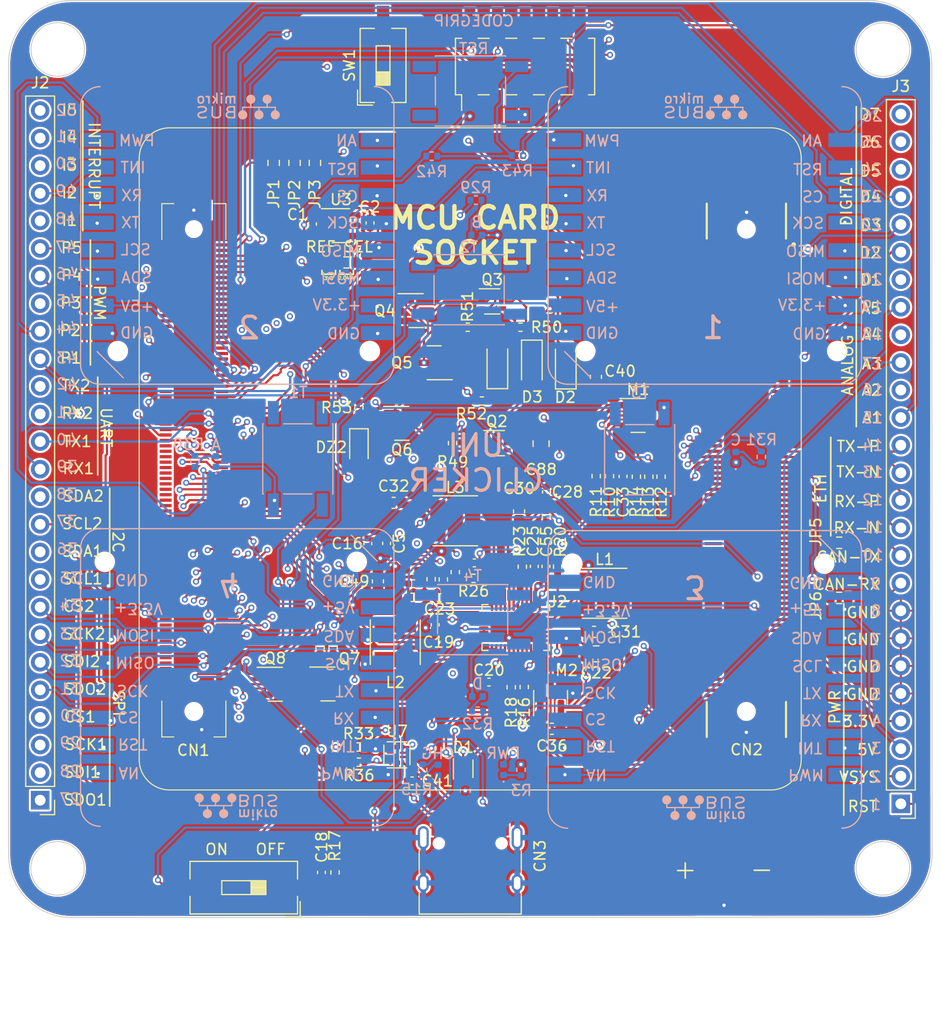
<source format=kicad_pcb>
(kicad_pcb (version 20211014) (generator pcbnew)
  (layers (0 "F.Cu" signal) (1 "In1.Cu" signal) (2 "In2.Cu" signal) (31 "B.Cu" signal) (34 "B.Paste" user) (35 "F.Paste" user) (36 "B.SilkS" user "B.Silkscreen") (37 "F.SilkS" user "F.Silkscreen") (38 "B.Mask" user) (39 "F.Mask" user) (44 "Edge.Cuts" user))
  (net 0 "")
  (net 1 "/VCC-3.3V")
  (net 2 "GND")
  (net 3 "/VREF")
  (net 4 "/VSYS")
  (net 5 "Net-(C21-Pad2)")
  (net 6 "Net-(C23-Pad1)")
  (net 7 "Net-(C24-Pad1)")
  (net 8 "Net-(C25-Pad2)")
  (net 9 "/VCC-5V")
  (net 10 "Net-(C29-Pad2)")
  (net 11 "/VCC-USB")
  (net 12 "/AN1")
  (net 13 "/VCC-BAT")
  (net 14 "/USB-VBUS")
  (net 15 "/LDO3V3")
  (net 16 "/PORTA.0")
  (net 17 "/PORTA.1")
  (net 18 "/PORTA.2")
  (net 19 "/PORTA.3")
  (net 20 "/PORTA.4")
  (net 21 "/PORTA.5")
  (net 22 "/PORTA.6")
  (net 23 "/PORTA.7")
  (net 24 "/PORTB.0")
  (net 25 "/PORTB.1")
  (net 26 "/PORTB.2")
  (net 27 "/PORTB.3")
  (net 28 "/PORTB.4")
  (net 29 "/PORTB.5")
  (net 30 "/PORTB.6")
  (net 31 "/PORTB.7")
  (net 32 "/REF")
  (net 37 "/LEDD")
  (net 38 "/LED-CS#")
  (net 39 "/LED-D{slash}C#")
  (net 40 "/LED-RD#")
  (net 41 "/LED-WR#")
  (net 42 "/LED-D0")
  (net 43 "/LED-D1")
  (net 44 "/LED-D2")
  (net 45 "/LED-D3")
  (net 46 "/Button_4")
  (net 47 "/LEDA")
  (net 48 "/LEDB")
  (net 49 "/LEDC")
  (net 50 "/LCD-D8")
  (net 51 "/LCD-D9")
  (net 52 "/LCD-D10")
  (net 53 "/LCD-D11")
  (net 54 "/LCD-D12")
  (net 55 "/LCD-D13")
  (net 56 "/LCD-D14")
  (net 57 "/LCD-D15")
  (net 58 "/LCD-D16")
  (net 59 "/LCD-D17")
  (net 60 "/LCD-D18")
  (net 61 "/LCD-D19")
  (net 62 "/LCD-D20")
  (net 63 "/LCD-D21")
  (net 64 "/LCD-D22")
  (net 65 "/LCD-D23")
  (net 66 "/LCD-GPIO0")
  (net 67 "/LCD-TE")
  (net 68 "/LCD-BPWM")
  (net 69 "/LCD-STB")
  (net 70 "/CTP-SCL")
  (net 71 "/CTP-SDA")
  (net 72 "/CTP-INT#")
  (net 73 "/CTP-WAKE#")
  (net 74 "/CTP-RST#")
  (net 75 "/AN5")
  (net 76 "/AN6")
  (net 77 "/AN7")
  (net 78 "/PORTC.0")
  (net 79 "/PORTC.1")
  (net 80 "/PORTC.2")
  (net 81 "/PORTC.3")
  (net 82 "/PORTC.4")
  (net 83 "/PORTC.5")
  (net 84 "/PORTC.6")
  (net 85 "/PORTC.7")
  (net 86 "/PORTD.0")
  (net 87 "/PORTD.1")
  (net 88 "/PORTD.2")
  (net 89 "/PORTD.3")
  (net 90 "/PORTD.4")
  (net 91 "/PORTD.5")
  (net 92 "/PORTD.6")
  (net 93 "/PORTD.7")
  (net 94 "/MB5-SDA")
  (net 95 "/MB5-SCL")
  (net 96 "/MB5-TX")
  (net 97 "/MB5-RX")
  (net 98 "/MB5-INT")
  (net 99 "/MB5-PWM")
  (net 100 "/MB5-MOSI")
  (net 101 "/MB5-MISO")
  (net 102 "/MB5-SCK")
  (net 103 "/MB5-CS")
  (net 104 "/MB5-RST")
  (net 105 "/MB5-AN")
  (net 106 "/MB4-SDA")
  (net 107 "/MB4-SCL")
  (net 108 "/MB4-TX")
  (net 109 "/MB4-RX")
  (net 110 "/MB4-INT")
  (net 111 "/MB4-PWM")
  (net 112 "/MB4-MOSI")
  (net 113 "/MB4-MISO")
  (net 114 "/MB4-SCK")
  (net 115 "/MB4-CS")
  (net 116 "/MB4-RST")
  (net 117 "/MB4-AN")
  (net 118 "/MB3-SDA")
  (net 119 "/MB3-SCL")
  (net 120 "/MB3-TX")
  (net 121 "/MB3-RX")
  (net 122 "/MB3-INT")
  (net 123 "/MB3-PWM")
  (net 124 "/MB3-MOSI")
  (net 125 "/MB3-MISO")
  (net 126 "/MB3-SCK")
  (net 127 "/MB3-CS")
  (net 128 "/MB3-RST")
  (net 129 "/MB3-AN")
  (net 130 "/MB2-SDA")
  (net 131 "/MB2-SCL")
  (net 132 "/MB2-TX")
  (net 133 "/MB2-RX")
  (net 134 "/MB2-INT")
  (net 135 "/MB2-PWM")
  (net 136 "/MB2-MOSI")
  (net 137 "/MB2-MISO")
  (net 138 "/MB2-SCK")
  (net 139 "/MB2-CS")
  (net 140 "/MB2-RST")
  (net 141 "/MB2-AN")
  (net 142 "/MB1-SDA")
  (net 143 "/MB1-SCL")
  (net 144 "/MB1-TX")
  (net 145 "/MB1-RX")
  (net 146 "/MB1-INT")
  (net 147 "/MB1-PWM")
  (net 148 "/MB1-MOSI")
  (net 149 "/MB1-MISO")
  (net 150 "/MB1-SCK")
  (net 151 "/MB1-CS")
  (net 152 "/MB1-RST")
  (net 153 "/MB1-AN")
  (net 166 "/PROG-MUX")
  (net 172 "/NRST")
  (net 173 "/TDI")
  (net 174 "/TDO{slash}MISO{slash}PGD")
  (net 175 "/TCK{slash}SCK{slash}PGC")
  (net 176 "/TMS{slash}MOSI")
  (net 177 "/SHD_CS0#")
  (net 178 "GNDPWR")
  (net 179 "/PORTE.0")
  (net 180 "/PORTE.1")
  (net 181 "/PORTE.2")
  (net 182 "/PORTE.3")
  (net 183 "/PORTE.4")
  (net 184 "/PORTE.5")
  (net 185 "/PORTE.6")
  (net 186 "/PORTE.7")
  (net 187 "/PORTG.0")
  (net 188 "/PORTG.1")
  (net 189 "/PORTG.2")
  (net 190 "/PORTG.3")
  (net 191 "/PORTG.4")
  (net 192 "/PORTG.5")
  (net 193 "/PORTG.6")
  (net 194 "/PORTG.7")
  (net 195 "/PORTI.0")
  (net 196 "/PORTI.1")
  (net 197 "/PORTI.2")
  (net 198 "/PORTI.3")
  (net 199 "/PORTI.4")
  (net 200 "/PORTI.5")
  (net 201 "/PORTI.6")
  (net 202 "/PORTI.7")
  (net 203 "/PORTK.0")
  (net 204 "/PORTK.1")
  (net 205 "/PORTK.2")
  (net 206 "/PORTK.3")
  (net 207 "/PORTK.4")
  (net 208 "/PORTK.5")
  (net 209 "/PORTK.6")
  (net 210 "/PORTK.7")
  (net 211 "/LAN-LED2+")
  (net 212 "/LAN-LED2-")
  (net 213 "/LAN-LED1")
  (net 214 "/LAN-TX_P")
  (net 215 "/LAN-TX_N")
  (net 216 "/LAN-RX_P")
  (net 217 "/LAN-RX_N")
  (net 218 "/CAN-RX")
  (net 219 "/CAN-TX")
  (net 220 "/PORTM.0")
  (net 221 "/PORTM.1")
  (net 222 "/PORTM.2")
  (net 223 "/PORTM.3")
  (net 224 "/PORTM.4")
  (net 225 "/PORTM.5")
  (net 226 "/PORTM.6")
  (net 227 "/PORTM.7")
  (net 228 "/PORTO.0")
  (net 229 "/PORTO.1")
  (net 230 "/PORTO.2")
  (net 231 "/PORTO.3")
  (net 232 "/PORTO.4")
  (net 233 "/PORTO.5")
  (net 234 "/PORTO.6")
  (net 235 "/PORTO.7")
  (net 241 "/PORTQ.0")
  (net 242 "/PORTQ.1")
  (net 243 "/PORTQ.2")
  (net 244 "/PORTQ.3")
  (net 245 "/PORTQ.4")
  (net 246 "/PORTQ.5")
  (net 247 "/PORTQ.6")
  (net 248 "/PORTQ.7")
  (net 249 "/PORTS.0")
  (net 250 "/PORTS.1")
  (net 251 "/PORTS.2")
  (net 252 "/PORTS.3")
  (net 253 "/PORTS.4")
  (net 254 "/PORTS.5")
  (net 255 "/PORTS.6")
  (net 256 "/PORTS.7")
  (net 257 "/PORTT.7")
  (net 258 "/PORTT.6")
  (net 259 "/PORTT.5")
  (net 260 "/PORTT.4")
  (net 261 "/PORTT.3")
  (net 262 "/PORTT.2")
  (net 263 "/PORTT.1")
  (net 264 "/PORTT.0")
  (net 265 "/PORTR.7")
  (net 266 "/PORTR.5")
  (net 267 "/PORTR.4")
  (net 268 "/PORTR.3")
  (net 269 "/PORTR.2")
  (net 270 "/PORTR.1")
  (net 271 "/PORTR.0")
  (net 280 "/PORTP.7")
  (net 281 "/PORTP.6")
  (net 282 "/PORTP.5")
  (net 283 "/PORTP.4")
  (net 284 "/PORTP.3")
  (net 285 "/PORTP.2")
  (net 286 "/PORTP.1")
  (net 287 "/PORTP.0")
  (net 288 "/PORTN.7")
  (net 289 "/PORTN.6")
  (net 290 "/PORTN.5")
  (net 291 "/PORTN.4")
  (net 292 "/PORTN.3")
  (net 293 "/PORTN.2")
  (net 294 "/PORTN.1")
  (net 295 "/PORTN.0")
  (net 296 "/AN4")
  (net 297 "/AN3")
  (net 298 "/AN2")
  (net 299 "/USB_PSW")
  (net 300 "/USB-SW-ID")
  (net 301 "/USB-D_P")
  (net 302 "/USB-D_N")
  (net 303 "/VBUS")
  (net 304 "/PORTL.7")
  (net 305 "/PORTL.6")
  (net 306 "/PORTL.5")
  (net 307 "/PORTL.4")
  (net 308 "/PORTL.3")
  (net 309 "/PORTL.2")
  (net 310 "/PORTL.1")
  (net 311 "/PORTL.0")
  (net 312 "/PORTJ.7")
  (net 313 "/PORTJ.6")
  (net 314 "/PORTJ.5")
  (net 315 "/PORTJ.4")
  (net 316 "/PORTJ.3")
  (net 317 "/PORTJ.2")
  (net 318 "/PORTJ.1")
  (net 319 "/PORTJ.0")
  (net 320 "/PORTH.7")
  (net 321 "/PORTH.6")
  (net 322 "/PORTH.5")
  (net 323 "/PORTH.4")
  (net 324 "/PORTH.3")
  (net 325 "/PORTH.2")
  (net 326 "/PORTH.1")
  (net 327 "/PORTH.0")
  (net 328 "/USB-UART-TX")
  (net 329 "/USB-UART-RX")
  (net 330 "/PORTF.7")
  (net 331 "/PORTF.6")
  (net 332 "/PORTF.5")
  (net 333 "/PORTF.4")
  (net 334 "/PORTF.3")
  (net 335 "/PORTF.2")
  (net 336 "/PORTF.1")
  (net 337 "/PORTF.0")
  (net 338 "/CC1")
  (net 340 "/CC2")
  (net 342 "Net-(D2-Pad2)")
  (net 343 "Net-(D3-Pad1)")
  (net 344 "/HDR-CAN-RX")
  (net 345 "/HDR-CAN-TX")
  (net 346 "Net-(J10-Pad6)")
  (net 347 "Net-(J10-Pad7)")
  (net 348 "Net-(J10-Pad8)")
  (net 349 "Net-(L1-Pad2)")
  (net 350 "Net-(L2-Pad1)")
  (net 351 "Net-(L2-Pad2)")
  (net 352 "Net-(L3-Pad1)")
  (net 353 "Net-(LED1-Pad1)")
  (net 354 "Net-(LED1-Pad2)")
  (net 355 "Net-(LED2-Pad1)")
  (net 356 "Net-(LED3-Pad2)")
  (net 357 "Net-(LED4-Pad2)")
  (net 358 "Net-(LED5-Pad2)")
  (net 359 "Net-(LED6-Pad2)")
  (net 360 "Net-(M1-Pad1)")
  (net 361 "Net-(M2-Pad1)")
  (net 362 "Net-(Q2-Pad2)")
  (net 363 "Net-(Q3-Pad2)")
  (net 364 "Net-(Q3-Pad3)")
  (net 365 "/USB_PSW!")
  (net 366 "Net-(Q7-Pad1)")
  (net 367 "Net-(R12-Pad2)")
  (net 368 "Net-(R18-Pad1)")
  (net 369 "Net-(R20-Pad1)")
  (net 370 "Net-(R42-Pad2)")
  (net 382 "/PWR-EN")
  (net 394 "Net-(M1-Pad3)")
  (net 395 "/PORTR.6")
  (footprint "Package_TO_SOT_SMD:SOT-23" (layer "F.Cu") (at 64.9 79.175 90)
    (fp_text reference "M2")
    (fp_text value "DMP2305U-7")
  )
  (footprint "Capacitor_SMD:C_0402_1005Metric" (layer "F.Cu") (at 64.525 60.25 90)
    (fp_text reference "C28")
    (fp_text value "10000p")
  )
  (footprint "Resistor_SMD:R_0402_1005Metric" (layer "F.Cu") (at 72.8 58.84 -90)
    (fp_text reference "R14")
    (fp_text value "100k")
  )
  (footprint "Package_TO_SOT_SMD:SOT-23" (layer "F.Cu") (at 54.175 48.35 180)
    (fp_text reference "Q5")
    (fp_text value "BSS138")
  )
  (footprint "Package_TO_SOT_SMD:SOT-23" (layer "F.Cu") (at 44.4 77.925)
    (fp_text reference "Q7")
    (fp_text value "DMG3420U-7")
  )
  (footprint "Capacitor_SMD:C_0402_1005Metric" (layer "F.Cu") (at 71.575 58.815 -90)
    (fp_text reference "C33")
    (fp_text value "0.1u")
  )
  (footprint "Resistor_SMD:R_0402_1005Metric" (layer "F.Cu") (at 56.125 67.625 90)
    (fp_text reference "R27" hide)
    (fp_text value "16.9k")
  )
  (footprint "Capacitor_SMD:C_0402_1005Metric" (layer "F.Cu") (at 54.275 72.475 -90)
    (fp_text reference "C19")
    (fp_text value "2.2u")
  )
  (footprint "Resistor_SMD:R_0402_1005Metric" (layer "F.Cu") (at 62.125 45.075)
    (fp_text reference "R50")
    (fp_text value "47k")
  )
  (footprint "Connector_PinHeader_2.54mm:PinHeader_1x26_P2.54mm_Vertical" (layer "F.Cu") (at 97.15 88.96 180)
    (fp_text reference "J3")
    (fp_text value "M1X26")
  )
  (footprint "Resistor_SMD:R_0402_1005Metric" (layer "F.Cu") (at 47.225 83.725 180)
    (fp_text reference "R33")
    (fp_text value "1k")
  )
  (footprint "Capacitor_SMD:C_0603_1608Metric" (layer "F.Cu") (at 65.025 82.05)
    (fp_text reference "C36")
    (fp_text value "10u")
  )
  (footprint "Resistor_SMD:R_0603_1608Metric" (layer "F.Cu") (at 39.4 29.95 90)
    (fp_text reference "JP1")
    (fp_text value "0.0")
  )
  (footprint "Capacitor_SMD:C_0402_1005Metric" (layer "F.Cu") (at 64.475 67.1 90)
    (fp_text reference "C55")
    (fp_text value "1u")
  )
  (footprint "EOS:USBLC6-2P6" (layer "F.Cu") (at 56.85 85.725 90)
    (fp_text reference "D1")
    (fp_text value "USBLC6-2P6")
  )
  (footprint "Capacitor_SMD:C_0402_1005Metric" (layer "F.Cu") (at 57.88 66.775 180)
    (fp_text reference "C29" hide)
    (fp_text value "10p")
  )
  (footprint "Capacitor_SMD:C_0402_1005Metric" (layer "F.Cu") (at 64.5 62.475 -90)
    (fp_text reference "C27" hide)
    (fp_text value "1u")
  )
  (footprint "Resistor_SMD:R_0402_1005Metric" (layer "F.Cu") (at 55.025 68.3 90)
    (fp_text reference "R22" hide)
    (fp_text value "105k")
  )
  (footprint "Diode_SMD:Nexperia_CFP3_SOD-123W" (layer "F.Cu") (at 66.3 48.5 90)
    (fp_text reference "D2")
    (fp_text value "PMEG3010ER")
  )
  (footprint "Resistor_SMD:R_0402_1005Metric" (layer "F.Cu") (at 57.805 68.2 180)
    (fp_text reference "R26")
    (fp_text value "88.7k")
  )
  (footprint "Resistor_SMD:R_0603_1608Metric" (layer "F.Cu") (at 91.475 70)
    (fp_text reference "JP6")
    (fp_text value "0.0")
  )
  (footprint "Resistor_SMD:R_0402_1005Metric" (layer "F.Cu") (at 75.075 58.84 -90)
    (fp_text reference "R12")
    (fp_text value "100k")
  )
  (footprint "Diode_SMD:Nexperia_CFP3_SOD-123W" (layer "F.Cu") (at 63.175 48.525 -90)
    (fp_text reference "D3")
    (fp_text value "PMEG3010ER")
  )
  (footprint "Resistor_SMD:R_0402_1005Metric" (layer "F.Cu") (at 73.95 58.84 90)
    (fp_text reference "R13")
    (fp_text value "100k")
  )
  (footprint "EOS:MM3Z3V3B" (layer "F.Cu") (at 47.25 56.125 -90)
    (fp_text reference "DZ2")
    (fp_text value "MM3Z3V3B")
  )
  (footprint "Package_TO_SOT_SMD:SOT-363_SC-70-6" (layer "F.Cu") (at 59.95 55.75)
    (fp_text reference "Q2")
    (fp_text value "DMP1046UFDB-7")
  )
  (footprint "Package_TO_SOT_SMD:SOT-363_SC-70-6" (layer "F.Cu") (at 59.525 42.7)
    (fp_text reference "Q3")
    (fp_text value "DMP1046UFDB-7")
  )
  (footprint "Package_TO_SOT_SMD:SOT-23" (layer "F.Cu") (at 39.55 77.95)
    (fp_text reference "Q8")
    (fp_text value "DMG3420U-7")
  )
  (footprint "Package_TO_SOT_SMD:SOT-23" (layer "F.Cu") (at 72.95 53.2)
    (fp_text reference "M1")
    (fp_text value "DMP2305U-7")
  )
  (footprint "Resistor_SMD:R_0402_1005Metric" (layer "F.Cu") (at 55.875 55.75 -90)
    (fp_text reference "R49")
    (fp_text value "10k")
  )
  (footprint "Capacitor_SMD:C_0402_1005Metric" (layer "F.Cu") (at 48.275 35.475 -90)
    (fp_text reference "C2")
    (fp_text value "100n")
  )
  (footprint "Package_DFN_QFN:QFN-38-1EP_4x6mm_P0.4mm_EP2.65x4.65mm" (layer "F.Cu") (at 61.7 72.725 -90)
    (fp_text reference "U2")
    (fp_text value "LTC3586EUFE")
  )
  (footprint "EOS:JP4" (layer "F.Cu") (at 45.3 39.125)
    (fp_text reference "JP4" hide)
    (fp_text value "REF SEL")
  )
  (footprint "Resistor_SMD:R_0402_1005Metric" (layer "F.Cu") (at 65.55 67.125 90)
    (fp_text reference "R20")
    (fp_text value "10k")
  )
  (footprint "Package_TO_SOT_SMD:SOT-23" (layer "F.Cu") (at 52.525 43.55)
    (fp_text reference "Q4")
    (fp_text value "BSS138")
  )
  (footprint "EOS:J10" (layer "F.Cu") (at 62.55 21.075 90)
    (fp_text reference "J10" hide)
    (fp_text value "HM2X5")
  )
  (footprint "EOS:FX10A-168P-SV(71)" (layer "F.Cu") (at 32.053 56.8 -90)
    (fp_text reference "CN1")
    (fp_text value "FX10A-168P-SV(71)")
  )
  (footprint "Resistor_SMD:R_0402_1005Metric" (layer "F.Cu") (at 69.1 58.79 90)
    (fp_text reference "R11")
    (fp_text value "1k")
  )
  (footprint "Resistor_SMD:R_0402_1005Metric" (layer "F.Cu") (at 62.475 78.2 -90)
    (fp_text reference "R16")
    (fp_text value "10k")
  )
  (footprint "Resistor_SMD:R_0402_1005Metric" (layer "F.Cu") (at 53.9 68.275 -90)
    (fp_text reference "R19" hide)
    (fp_text value "324k")
  )
  (footprint "Resistor_SMD:R_0402_1005Metric" (layer "F.Cu") (at 44.875 74.55 -90)
    (fp_text reference "R40" hide)
    (fp_text value "10k")
  )
  (footprint "Connector_USB:USB_C_Receptacle_HRO_TYPE-C-31-M-12" (layer "F.Cu") (at 57.5 95.2)
    (fp_text reference "CN3")
    (fp_text value "USB_C_Receptacle_USB2.0")
  )
  (footprint "Capacitor_SMD:C_0402_1005Metric" (layer "F.Cu") (at 49.8 64.975 -90)
    (fp_text reference "C5")
    (fp_text value "1u")
  )
  (footprint "EOS:DS1069-11" (layer "F.Cu") (at 80.825 95.775)
    (fp_text reference "J1" hide)
    (fp_text value "DS1069-11")
  )
  (footprint "Connector_PinHeader_2.54mm:PinHeader_1x26_P2.54mm_Vertical" (layer "F.Cu") (at 17.9 88.625 180)
    (fp_text reference "J2")
    (fp_text value "M1X26")
  )
  (footprint "Capacitor_SMD:C_0402_1005Metric" (layer "F.Cu") (at 59.225 77.75 180)
    (fp_text reference "C20")
    (fp_text value "2.2u")
  )
  (footprint "EOS:FX10A-168S-SV" (layer "F.Cu") (at 82.98 58.6 -90)
    (fp_text reference "CN2")
    (fp_text value "FX10A-168S-SV")
  )
  (footprint "Capacitor_SMD:C_0402_1005Metric" (layer "F.Cu") (at 48.075 65 -90)
    (fp_text reference "C16")
    (fp_text value "10000p")
  )
  (footprint "Resistor_SMD:R_0402_1005Metric" (layer "F.Cu") (at 57.275 45.075 180)
    (fp_text reference "R51")
    (fp_text value "10k")
  )
  (footprint "EOS:L1" (layer "F.Cu") (at 56.125 62.9 180)
    (fp_text reference "L3")
    (fp_text value "2.2u")
  )
  (footprint "EOS:CHS-01TB" (layer "F.Cu") (at 49.475 20.975 90)
    (fp_text reference "SW1")
    (fp_text value "CHS-01TB")
  )
  (footprint "Capacitor_SMD:C_0805_2012Metric" (layer "F.Cu") (at 69.1 75.15)
    (fp_text reference "C22")
    (fp_text value "47u")
  )
  (footprint "Resistor_SMD:R_0402_1005Metric" (layer "F.Cu") (at 70.325 58.79 -90)
    (fp_text reference "R10")
    (fp_text value "1M")
  )
  (footprint "Resistor_SMD:R_0402_1005Metric" (layer "F.Cu") (at 47.25 52.475 90)
    (fp_text reference "R53")
    (fp_text value "12.1k")
  )
  (footprint "Resistor_SMD:R_0603_1608Metric" (layer "F.Cu") (at 43.2 29.95 90)
    (fp_text reference "JP3")
    (fp_text value "0.0")
  )
  (footprint "Capacitor_SMD:C_0402_1005Metric" (layer "F.Cu") (at 52.275 68.7)
    (fp_text reference "C24" hide)
    (fp_text value "300p")
  )
  (footprint "Capacitor_SMD:C_0805_2012Metric" (layer "F.Cu") (at 64.025 55.8 -90)
    (fp_text reference "C88")
    (fp_text value "47u")
  )
  (footprint "Resistor_SMD:R_0603_1608Metric" (layer "F.Cu") (at 41.325 29.95 -90)
    (fp_text reference "JP2")
    (fp_text value "0.0")
  )
  (footprint "Package_TO_SOT_SMD:SOT-23-6" (layer "F.Cu") (at 45.6 35.725)
    (fp_text reference "U3")
    (fp_text value "MCP1501T-20E/RW")
  )
  (footprint "Capacitor_SMD:C_0603_1608Metric" (layer "F.Cu") (at 49 68.475 -90)
    (fp_text reference "C49")
    (fp_text value "22u")
  )
  (footprint "Capacitor_SMD:C_0603_1608Metric" (layer "F.Cu") (at 69.075 49.65 90)
    (fp_text reference "C40")
    (fp_text value "10u")
  )
  (footprint "EOS:PTN5150AHXMP" (layer "F.Cu") (at 50.75 84.45 180)
    (fp_text reference "U7")
    (fp_text value "PTN5150AHXMP")
  )
  (footprint "Resistor_SMD:R_0402_1005Metric" (layer "F.Cu") (at 45.05 95.275 90)
    (fp_text reference "R17")
    (fp_text value "1k")
  )
  (footprint "Capacitor_SMD:C_0402_1005Metric" (layer "F.Cu") (at 52.15 86.85)
    (fp_text reference "C41")
    (fp_text value "100n")
  )
  (footprint "EOS:L1" (layer "F.Cu") (at 69.875 69.575 180)
    (fp_text reference "L1")
    (fp_text value "3.3u")
  )
  (footprint "Resistor_SMD:R_0402_1005Metric" (layer "F.Cu") (at 47.25 85.125)
    (fp_text reference "R36")
    (fp_text value "4.7k")
  )
  (footprint "Resistor_SMD:R_0603_1608Metric" (layer "F.Cu") (at 91.475 64.925)
    (fp_text reference "JP5")
    (fp_text value "0.0")
  )
  (footprint "Capacitor_SMD:C_0402_1005Metric" (layer "F.Cu") (at 54.7 69.975)
    (fp_text reference "C23")
    (fp_text value "10p")
  )
  (footprint "Capacitor_SMD:C_0603_1608Metric" (layer "F.Cu") (at 50.45 61.25 180)
    (fp_text reference "C32")
    (fp_text value "10u")
  )
  (footprint "Capacitor_SMD:C_0402_1005Metric" (layer "F.Cu") (at 63.4 67.1 -90)
    (fp_text reference "C25")
    (fp_text value "0.1u")
  )
  (footprint "Capacitor_SMD:C_0603_1608Metric" (layer "F.Cu") (at 62 62.025 90)
    (fp_text reference "C30")
    (fp_text value "22u")
  )
  (footprint "Capacitor_SMD:C_0402_1005Metric" (layer "F.Cu") (at 42.975 35.575 -90)
    (fp_text reference "C1")
    (fp_text value "1u")
  )
  (footprint "Resistor_SMD:R_0402_1005Metric" (layer "F.Cu") (at 61.275 78.225 -90)
    (fp_text reference "R18")
    (fp_text value "3.3k")
  )
  (footprint "Resistor_SMD:R_0402_1005Metric" (layer "F.Cu") (at 43.675 74.575 -90)
    (fp_text reference "R41" hide)
    (fp_text value "100k")
  )
  (footprint "Diode_SMD:Nexperia_CFP3_SOD-123W" (layer "F.Cu") (at 60 48.475 90)
    (fp_text reference "D4" hide)
    (fp_text value "PMEG3010ER")
  )
  (footprint "Resistor_SMD:R_0402_1005Metric" (layer "F.Cu") (at 58.575 51.875 180)
    (fp_text reference "R52")
    (fp_text value "5.1k")
  )
  (footprint "EOS:JS202011JCQN" (layer "F.Cu") (at 36.65 96.675 180)
    (fp_text reference "SW2" hide)
    (fp_text value "JS202011JCQN")
  )
  (footprint "Resistor_SMD:R_0402_1005Metric" (layer "F.Cu") (at 52.2 69.95 180)
    (fp_text reference "R21" hide)
    (fp_text value "15k")
  )
  (footprint "Capacitor_SMD:C_0402_1005Metric" (layer "F.Cu") (at 43.8 95.275 90)
    (fp_text reference "C18")
    (fp_text value "0.1u")
  )
  (footprint "Capacitor_SMD:C_0603_1608Metric" (layer "F.Cu") (at 68.9 73.125)
    (fp_text reference "C31")
    (fp_text value "22u")
  )
  (footprint "EOS:L1" (layer "F.Cu") (at 50.6 74.075 -90)
    (fp_text reference "L2")
    (fp_text value "2.2u")
  )
  (footprint "Resistor_SMD:R_0402_1005Metric" (layer "F.Cu") (at 62.3 67.125 -90)
    (fp_text reference "R23")
    (fp_text value "1.69k")
  )
  (footprint "Package_TO_SOT_SMD:SOT-23" (layer "F.Cu") (at 51.2 53.925)
    (fp_text reference "Q6")
    (fp_text value "BSS138")
  )
  (footprint "Capacitor_SMD:C_0402_1005Metric" (layer "F.Cu") (at 52.15 67.45)
    (fp_text reference "C21" hide)
    (fp_text value "33p")
  )
  (footprint "LED_SMD:LED_0402_1005Metric" (layer "B.Cu") (at 81.95 57.05 90)
    (fp_text reference "LED5" hide)
    (fp_text value "C")
  )
  (footprint "Resistor_SMD:R_0402_1005Metric" (layer "B.Cu") (at 58.025 33.375 180)
    (fp_text reference "R29")
    (fp_text value "1k")
  )
  (footprint "LED_SMD:LED_0402_1005Metric" (layer "B.Cu") (at 58.1 36.6 180)
    (fp_text reference "LED4" hide)
    (fp_text value "B")
  )
  (footprint "LED_SMD:LED_0402_1005Metric" (layer "B.Cu") (at 54.525 85.85 90)
    (fp_text reference "LED1" hide)
    (fp_text value "CHG")
  )
  (footprint "LED_SMD:LED_0402_1005Metric" (layer "B.Cu") (at 58.175 79.075)
    (fp_text reference "LED6" hide)
    (fp_text value "D")
  )
  (footprint "Resistor_SMD:R_0402_1005Metric" (layer "B.Cu") (at 84.3 57.025 90)
    (fp_text reference "R31")
    (fp_text value "1k")
  )
  (footprint "EOS:PUSH_BUTTON" (layer "B.Cu") (at 57.4 41.625)
    (fp_text reference "T2")
    (fp_text value "SW_Push_Dual")
  )
  (footprint "LED_SMD:LED_0402_1005Metric" (layer "B.Cu") (at 60.575 85.825 90)
    (fp_text reference "LED2" hide)
    (fp_text value "PWR")
  )
  (footprint "EOS:PUSH_BUTTON" (layer "B.Cu") (at 41.625 57.2 90)
    (fp_text reference "T1")
    (fp_text value "SW_Push_Dual")
  )
  (footprint "EOS:SOCKET MIKROBUS" (layer "B.Cu") (at 36.05 77.225 -90)
    (fp_text reference "MIKROBUS4" hide)
    (fp_text value "MIKROBUS_HOST_CONN")
  )
  (footprint "Resistor_SMD:R_0402_1005Metric" (layer "B.Cu") (at 32.15 57.425 90)
    (fp_text reference "R30")
    (fp_text value "1k")
  )
  (footprint "Resistor_SMD:R_0402_1005Metric" (layer "B.Cu") (at 58.175 80.425)
    (fp_text reference "R32")
    (fp_text value "1k")
  )
  (footprint "LED_SMD:LED_0402_1005Metric" (layer "B.Cu") (at 34.085 57.45 90)
    (fp_text reference "LED3" hide)
    (fp_text value "A")
  )
  (footprint "EOS:PUSH_BUTTON" (layer "B.Cu") (at 57.725 72 180)
    (fp_text reference "T4")
    (fp_text value "SW_Push_Dual")
  )
  (footprint "EOS:PUSH_BUTTON" (layer "B.Cu") (at 73.1 57.275 -90)
    (fp_text reference "T3")
    (fp_text value "SW_Push_Dual")
  )
  (footprint "Resistor_SMD:R_0402_1005Metric" (layer "B.Cu") (at 62.175 85.825 90)
    (fp_text reference "R3")
    (fp_text value "470")
  )
  (footprint "Resistor_SMD:R_0402_1005Metric" (layer "B.Cu") (at 53.125 85.825 -90)
    (fp_text reference "R15")
    (fp_text value "2.2k")
  )
  (footprint "EOS:SOCKET MIKROBUS" (layer "B.Cu") (at 36.05 36.725 90)
    (fp_text reference "MIKROBUS2" hide)
    (fp_text value "MIKROBUS_HOST_CONN")
  )
  (footprint "EOS:SOCKET MIKROBUS" (layer "B.Cu") (at 79.1 77.4 -90)
    (fp_text reference "MIKROBUS3" hide)
    (fp_text value "MIKROBUS_HOST_CONN")
  )
  (footprint "Resistor_SMD:R_0402_1005Metric" (layer "B.Cu") (at 61.85 29.275 180)
    (fp_text reference "R43")
    (fp_text value "330")
  )
  (footprint "EOS:SOCKET MIKROBUS" (layer "B.Cu") (at 79.1 36.725 90)
    (fp_text reference "MIKROBUS1" hide)
    (fp_text value "MIKROBUS_HOST_CONN")
  )
  (footprint "EOS:PUSH_BUTTON" (layer "B.Cu") (at 57.525 23.325 180)
    (fp_text reference "T5" hide)
    (fp_text value "SW_Push_Dual")
  )
  (footprint "Resistor_SMD:R_0402_1005Metric" (layer "B.Cu") (at 53.95 29.325)
    (fp_text reference "R42")
    (fp_text value "10k")
  )
  (gr_line (start 77.3 95.1) (end 76.6 95.1) (layer "F.SilkS") (width 0.15))
  (gr_line (start 24.3 69.9) (end 24.3 89.175) (layer "F.SilkS") (width 0.15))
  (gr_line (start 43.85 40.2) (end 45.1 40.2) (layer "F.SilkS") (width 0.15))
  (gr_line (start 84.35 95.075) (end 85.05 95.075) (layer "F.SilkS") (width 0.15))
  (gr_arc (start 85.175 26.72) (mid 87.158435 27.541565) (end 87.98 29.525) (layer "F.SilkS") (width 0.1))
  (gr_line (start 93.05 24.775) (end 93.05 41.425) (layer "F.SilkS") (width 0.15))
  (gr_line (start 77.3 94.4) (end 77.3 95.8) (layer "F.SilkS") (width 0.15))
  (gr_arc (start 27.02 29.525) (mid 27.841565 27.541565) (end 29.825 26.72) (layer "F.SilkS") (width 0.1))
  (gr_line (start 93.05 42.575) (end 93.05 54.225) (layer "F.SilkS") (width 0.15))
  (gr_arc (start 29.825 87.68) (mid 27.841565 86.858435) (end 27.02 84.875) (layer "F.SilkS") (width 0.1))
  (gr_line (start 84.35 95.075) (end 83.65 95.075) (layer "F.SilkS") (width 0.15))
  (gr_line (start 91.9 70.55) (end 91.9 90) (layer "F.SilkS") (width 0.15))
  (gr_line (start 90.7 55.2125) (end 90.7 64.2875) (layer "F.SilkS") (width 0.15))
  (gr_line (start 29.825 87.68) (end 85.175 87.68) (layer "F.SilkS") (width 0.1))
  (gr_line (start 21.825 24.25) (end 21.825 36.2) (layer "F.SilkS") (width 0.15))
  (gr_line (start 23.2 49.675) (end 23.2 58.675) (layer "F.SilkS") (width 0.15))
  (gr_line (start 45.1 40.2) (end 45.1 39.85) (layer "F.SilkS") (width 0.15))
  (gr_line (start 43.85 39.85) (end 43.85 40.2) (layer "F.SilkS") (width 0.15))
  (gr_line (start 46.75 40.2) (end 46.75 39.85) (layer "F.SilkS") (width 0.15))
  (gr_line (start 45.5 40.2) (end 46.75 40.2) (layer "F.SilkS") (width 0.15))
  (gr_line (start 87.98 29.525) (end 87.98 84.875) (layer "F.SilkS") (width 0.1))
  (gr_line (start 77.3 95.1) (end 78 95.1) (layer "F.SilkS") (width 0.15))
  (gr_line (start 29.825 26.72) (end 85.175 26.72) (layer "F.SilkS") (width 0.1))
  (gr_line (start 22.525 37.05) (end 22.525 48.55) (layer "F.SilkS") (width 0.15))
  (gr_arc (start 87.98 84.875) (mid 87.158435 86.858435) (end 85.175 87.68) (layer "F.SilkS") (width 0.1))
  (gr_line (start 27.02 29.525) (end 27.02 84.875) (layer "F.SilkS") (width 0.1))
  (gr_line (start 45.5 39.85) (end 45.5 40.2) (layer "F.SilkS") (width 0.15))
  (gr_line (start 24.3 59.9) (end 24.3 68.975) (layer "F.SilkS") (width 0.15))
  (gr_circle (center 95.5 19.525) (end 96.95 17.525) (layer "Edge.Cuts") (width 0.1) (fill none))
  (gr_line (start 15 20.8) (end 15 93.625) (layer "Edge.Cuts") (width 0.1))
  (gr_circle (center 95.5 94.9) (end 97.5 96.35) (layer "Edge.Cuts") (width 0.1) (fill none))
  (gr_arc (start 20.8 99.425) (mid 16.698781 97.726219) (end 15 93.625) (layer "Edge.Cuts") (width 0.1))
  (gr_line (start 100.025 93.6) (end 100 20.8) (layer "Edge.Cuts") (width 0.1))
  (gr_circle (center 19.5 94.9) (end 18.05 96.9) (layer "Edge.Cuts") (width 0.1) (fill none))
  (gr_arc (start 15 20.8) (mid 16.698781 16.698781) (end 20.8 15) (layer "Edge.Cuts") (width 0.1))
  (gr_arc (start 100.025 93.6) (mid 98.326219 97.701219) (end 94.225 99.4) (layer "Edge.Cuts") (width 0.1))
  (gr_line (start 94.2 15) (end 20.8 15) (layer "Edge.Cuts") (width 0.1))
  (gr_line (start 20.8 99.425) (end 94.225 99.4) (layer "Edge.Cuts") (width 0.1))
  (gr_arc (start 94.2 15) (mid 98.301219 16.698781) (end 100 20.8) (layer "Edge.Cuts") (width 0.1))
  (gr_circle (center 19.525 19.5) (end 17.525 18.05) (layer "Edge.Cuts") (width 0.1) (fill none))
  (gr_text "47" (at 20.25 37.7) (layer "B.SilkS") (effects (font (size 1 1)) (justify mirror)))
  (gr_text "20" (at 94.525 40.675) (layer "B.SilkS") (effects (font (size 1 1)) (justify mirror)))
  (gr_text "MISO" (at 69.7 76.1 180) (layer "B.SilkS") (effects (font (size 1 1)) (justify mirror)))
  (gr_text "AN" (at 46.1 27.9) (layer "B.SilkS") (effects (font (size 1 1)) (justify mirror)))
  (gr_text "SCL" (at 88.525 76.225 180) (layer "B.SilkS") (effects (font (size 1 1)) (justify mirror)))
  (gr_text "31" (at 20.65 78.375) (layer "B.SilkS") (effects (font (size 1 1)) (justify mirror)))
  (gr_text "RX" (at 69.2 32.975) (layer "B.SilkS") (effects (font (size 1 1)) (justify mirror)))
  (gr_text "SDA" (at 45.4 73.475 180) (layer "B.SilkS") (effects (font (size 1 1)) (justify mirror)))
  (gr_text "RST" (at 26.425 83.45 180) (layer "B.SilkS") (effects (font (size 1 1)) (justify mirror)))
  (gr_text "SCK" (at 26.425 78.525 180) (layer "B.SilkS") (effects (font (size 1 1)) (justify mirror)))
  (gr_text "38" (at 20.325 60.45) (layer "B.SilkS") (effects (font (size 1 1)) (justify mirror)))
  (gr_text "CS" (at 25.975 80.95 180) (layer "B.SilkS") (effects (font (size 1 1)) (justify mirror)))
  (gr_text "36" (at 20.375 65.5) (layer "B.SilkS") (effects (font (size 1 1)) (justify mirror)))
  (gr_text "25" (at 94.525 28.025) (layer "B.SilkS") (effects (font (size 1 1)) (justify mirror)))
  (gr_text "RST" (at 69.475 83.625 180) (layer "B.SilkS") (effects (font (size 1 1)) (justify mirror)))
  (gr_text "SDA" (at 88.45 73.65 180) (layer "B.SilkS") (effects (font (size 1 1)) (justify mirror)))
  (gr_text "SCK" (at 45.75 35.475) (layer "B.SilkS") (effects (font (size 1 1)) (justify mirror)))
  (gr_text "MOSI" (at 26.625 73.4 180) (layer "B.SilkS") (effects (font (size 1 1)) (justify mirror)))
  (gr_text "52" (at 20.3 25.1) (layer "B.SilkS") (effects (font (size 1 1)) (justify mirror)))
  (gr_text "RX" (at 26.35 32.95) (layer "B.SilkS") (effects (font (size 1 1)) (justify mirror)))
  (gr_text "CODEGRIP" (at 57.825 16.875) (layer "B.SilkS") (effects (font (size 1 1)) (justify mirror)))
  (gr_text "GND" (at 26.8 45.6) (layer "B.SilkS") (effects (font (size 1 1)) (justify mirror)))
  (gr_text "9" (at 94.85 68.7) (layer "B.SilkS") (effects (font (size 1 1)) (justify mirror)))
  (gr_text "GND" (at 69.65 45.625) (layer "B.SilkS") (effects (font (size 1 1)) (justify mirror)))
  (gr_text "7" (at 94.875 73.85) (layer "B.SilkS") (effects (font (size 1 1)) (justify mirror)))
  (gr_text "3" (at 94.875 83.85) (layer "B.SilkS") (effects (font (size 1 1)) (justify mirror)))
  (gr_text "RST" (at 57.825 19.425) (layer "B.SilkS") (effects (font (size 1 1)) (justify mirror)))
  (gr_text "15" (at 94.55 53.425) (layer "B.SilkS") (effects (font (size 1 1)) (justify mirror)))
  (gr_text "27" (at 20.625 88.5) (layer "B.SilkS") (effects (font (size 1 1)) (justify mirror)))
  (gr_text "+5V" (at 88.375 71.025 180) (layer "B.SilkS") (effects (font (size 1 1)) (justify mirror)))
  (gr_text "MISO" (at 45.525 38.075) (layer "B.SilkS") (effects (font (size 1 1)) (justify mirror)))
  (gr_text "CS" (at 69.025 81.125 180) (layer "B.SilkS") (effects (font (size 1 1)) (justify mirror)))
  (gr_text "51" (at 20.3 27.5) (layer "B.SilkS") (effects (font (size 1 1)) (justify mirror)))
  (gr_text "INT" (at 26.45 30.375) (layer "B.SilkS") (effects (font (size 1 1)) (justify mirror)))
  (gr_text "24" (at 94.475 30.525) (layer "B.SilkS") (effects (font (size 1 1)) (justify mirror)))
  (gr_text "45" (at 20.3 42.65) (layer "B.SilkS") (effects (font (size 1 1)) (justify mirror)))
  (gr_text "22" (at 94.475 35.6) (layer "B.SilkS") (effects (font (size 1 1)) (justify mirror)))
  (gr_text "CS" (at 89.05 33.075) (layer "B.SilkS") (effects (font (size 1 1)) (justify mirror)))
  (gr_text "26" (at 94.525 25.625) (layer "B.SilkS") (effects (font (size 1 1)) (justify mirror)))
  (gr_text "46" (at 20.3 40.15) (layer "B.SilkS") (effects (font (size 1 1)) (justify mirror)))
  (gr_text "GND" (at 45.375 68.4 180) (layer "B.SilkS") (effects (font (size 1 1)) (justify mirror)))
  (gr_text "UNI\nCLICKER" (at 58.025 57.575) (layer "B.SilkS") (effects (font (size 2 2) (thickness 0.3)) (justify mirror)))
  (gr_text "SCK" (at 69.475 78.7 180) (layer "B.SilkS") (effects (font (size 1 1)) (justify mirror)))
  (gr_text "41" (at 20.325 52.9) (layer "B.SilkS") (effects (font (size 1 1)) (justify mirror)))
  (gr_text "GND" (at 88.7 45.7) (layer "B.SilkS") (effects (font (size 1 1)) (justify mirror)))
  (gr_text "SCL" (at 45.475 76.05 180) (layer "B.SilkS") (effects (font (size 1 1)) (justify mirror)))
  (gr_text "AN" (at 69.125 86.275 180) (layer "B.SilkS") (effects (font (size 1 1)) (justify mirror)))
  (gr_text "+5V" (at 26.85 43.15) (layer "B.SilkS") (effects (font (size 1 1)) (justify mirror)))
  (gr_text "MOSI" (at 45.55 40.6) (layer "B.SilkS") (effects (font (size 1 1)) (justify mirror)))
  (gr_text "33" (at 20.65 73.325) (layer "B.SilkS") (effects (font (size 1 1)) (justify mirror)))
  (gr_text "39" (at 20.35 57.9) (layer "B.SilkS") (effects (font (size 1 1)) (justify mirror)))
  (gr_text "12" (at 94.55 60.975) (layer "B.SilkS") (effects (font (size 1 1)) (justify mirror)))
  (gr_text "37" (at 20.35 62.95) (layer "B.SilkS") (effects (font (size 1 1)) (justify mirror)))
  (gr_text "14" (at 94.55 55.95) (layer "B.SilkS") (effects (font (size 1 1)) (justify mirror)))
  (gr_text "6" (at 94.875 76.3) (layer "B.SilkS") (effects (font (size 1 1)) (justify mirror)))
  (gr_text "MISO" (at 88.375 38.1) (layer "B.SilkS") (effects (font (size 1 1)) (justify mirror)))
  (gr_text "PWM" (at 88.425 86.275 180) (layer "B.SilkS") (effects (font (size 1 1)) (justify mirror)))
  (gr_text "23" (at 94.475 33.05) (layer "B.SilkS") (effects (font (size 1 1)) (justify mirror)))
  (gr_text "3" (at 78.225 68.975 180) (layer "B.SilkS") (effects (font (size 2 2) (thickness 0.3)) (justify mirror)))
  (gr_text "AN" (at 88.95 27.925) (layer "B.SilkS") (effects (font (size 1 1)) (justify mirror)))
  (gr_text "42" (at 20.35 50.3) (layer "B.SilkS") (effects (font (size 1 1)) (justify mirror)))
  (gr_text "MOSI" (at 69.675 73.575 180) (layer "B.SilkS") (effects (font (size 1 1)) (justify mirror)))
  (gr_text "SCK" (at 88.6 35.5) (layer "B.SilkS") (effects (font (size 1 1)) (justify mirror)))
  (gr_text "1" (at 94.85 89.025) (layer "B.SilkS") (effects (font (size 1 1)) (justify mirror)))
  (gr_text "18" (at 94.55 45.675) (layer "B.SilkS") (effects (font (size 1 1)) (justify mirror)))
  (gr_text "+5V" (at 69.7 43.175) (layer "B.SilkS") (effects (font (size 1 1)) (justify mirror)))
  (gr_text "AN" (at 26.075 86.1 180) (layer "B.SilkS") (effects (font (size 1 1)) (justify mirror)))
  (gr_text "29" (at 20.65 83.325) (layer "B.SilkS") (effects (font (size 1 1)) (justify mirror)))
  (gr_text "8" (at 94.875 71.2) (layer "B.SilkS") (effects (font (size 1 1)) (justify mirror)))
  (gr_text "PWM" (at 69.65 27.925) (layer "B.SilkS") (effects (font (size 1 1)) (justify mirror)))
  (gr_text "INT" (at 69.3 30.4) (layer "B.SilkS") (effects (font (size 1 1)) (justify mirror)))
  (gr_text "49" (at 20.25 32.525) (layer "B.SilkS") (effects (font (size 1 1)) (justify mirror)))
  (gr_text "TX" (at 89 78.725 180) (layer "B.SilkS") (effects (font (size 1 1)) (justify mirror)))
  (gr_text "1" (at 79.85 45.125) (layer "B.SilkS") (effects (font (size 2 2) (thickness 0.3)) (justify mirror)))
  (gr_text "RX" (at 88.875 81.225 180) (layer "B.SilkS") (effects (font (size 1 1)) (justify mirror)))
  (gr_text "44" (at 20.325 45.15) (layer "B.SilkS") (effects (font (size 1 1)) (justify mirror)))
  (gr_text "+3.3V" (at 70 71.15 180) (layer "B.SilkS") (effects (font (size 1 1)) (justify mirror)))
  (gr_text "28" (at 20.65 85.95) (layer "B.SilkS") (effects (font (size 1 1)) (justify mirror)))
  (gr_text "43" (at 20.325 47.9) (layer "B.SilkS") (effects (font (size 1 1)) (justify mirror)))
  (gr_text "SCL" (at 26.7 37.95) (layer "B.SilkS") (effects (font (size 1 1)) (justify mirror)))
  (gr_text "19" (at 94.525 43.175) (layer "B.SilkS") (effects (font (size 1 1)) (justify mirror)))
  (gr_text "32" (at 20.65 75.775) (layer "B.SilkS") (effects (font (size 1 1)) (justify mirror)))
  (gr_text "RX" (at 45.825 81.05 180) (layer "B.SilkS") (effects (font (size 1 1)) (justify mirror)))
  (gr_text "4" (at 94.9 81.35) (layer "B.SilkS") (effects (font (size 1 1)) (justify mirror)))
  (gr_text "PWM" (at 45.375 86.1 180) (layer "B.SilkS") (effects (font (size 1 1)) (justify mirror)))
  (gr_text "INT" (at 88.775 83.8 180) (layer "B.SilkS") (effects (font (size 1 1)) (justify mirror)))
  (gr_text "SCL" (at 69.55 37.975) (layer "B.SilkS") (effects (font (size 1 1)) (justify mirror)))
  (gr_text "5" (at 94.875 78.9) (layer "B.SilkS") (effects (font (size 1 1)) (justify mirror)))
  (gr_text "RST" (at 88.6 30.575) (layer "B.SilkS") (effects (font (size 1 1)) (justify mirror)))
  (gr_text "11" (at 94.575 63.475) (layer "B.SilkS") (effects (font (size 1 1)) (justify mirror)))
  (gr_text "+3.3V" (at 88.075 43.05) (layer "B.SilkS") (effects (font (size 1 1)) (justify mirror)))
  (gr_text "INT" (at 45.725 83.625 180) (layer "B.SilkS") (effects (font (size 1 1)) (justify mirror)))
  (gr_text "GND" (at 88.425 68.575 180) (layer "B.SilkS") (effects (font (size 1 1)) (justify mirror)))
  (gr_text "4" (at 35.25 68.725 180) (layer "B.SilkS") (effects (font (size 2 2) (thickness 0.3)) (justify mirror)))
  (gr_text "GND" (at 26.325 68.325 180) (layer "B.SilkS") (effects (font (size 1 1)) (justify mirror)))
  (gr_text "50" (at 20.25 30) (layer "B.SilkS") (effects (font (size 1 1)) (justify mirror)))
  (gr_text "TX" (at 69.075 35.475) (layer "B.SilkS") (effects (font (size 1 1)) (justify mirror)))
  (gr_text "16" (at 94.575 50.825) (layer "B.SilkS") (effects (font (size 1 1)) (justify mirror)))
  (gr_text "13" (at 94.575 58.425) (layer "B.SilkS") (effects (font (size 1 1)) (justify mirror)))
  (gr_text "35" (at 20.625 68.175) (layer "B.SilkS") (effects (font (size 1 1)) (justify mirror)))
  (gr_text "SDA" (at 26.775 40.525) (layer "B.SilkS") (effects (font (size 1 1)) (justify mirror)))
  (gr_text "17" (at 94.55 48.425) (layer "B.SilkS") (effects (font (size 1 1)) (justify mirror)))
  (gr_text "GND" (at 45.85 45.675) (layer "B.SilkS") (effects (font (size 1 1)) (justify mirror)))
  (gr_text "TX" (at 45.95 78.55 180) (layer "B.SilkS") (effects (font (size 1 1)) (justify mirror)))
  (gr_text "GND" (at 69.375 68.5 180) (layer "B.SilkS") (effects (font (size 1 1)) (justify mirror)))
  (gr_text "RST" (at 45.75 30.55) (layer "B.SilkS") (effects (font (size 1 1)) (justify mirror)))
  (gr_text "MISO" (at 26.65 75.925 180) (layer "B.SilkS") (effects (font (size 1 1)) (justify mirror)))
  (gr_text "48" (at 20.25 35.075) (layer "B.SilkS") (effects (font (size 1 1)) (justify mirror)))
  (gr_text "2" (at 37.15 45.15) (layer "B.SilkS") (effects (font (size 2 2) (thickness 0.3)) (justify mirror)))
  (gr_text "2" (at 94.875 86.475) (layer "B.SilkS") (effects (font (size 1 1)) (justify mirror)))
  (gr_text "40" (at 20.325 55.425) (layer "B.SilkS") (effects (font (size 1 1)) (justify mirror)))
  (gr_text "+3.3V" (at 26.95 70.975 180) (layer "B.SilkS") (effects (font (size 1 1)) (justify mirror)))
  (gr_text "CS" (at 46.2 33.05) (layer "B.SilkS") (effects (font (size 1 1)) (justify mirror)))
  (gr_text "TX" (at 26.225 35.45) (layer "B.SilkS") (effects (font (size 1 1)) (justify mirror)))
  (gr_text "34" (at 20.65 70.675) (layer "B.SilkS") (effects (font (size 1 1)) (justify mirror)))
  (gr_text "SDA" (at 69.625 40.55) (layer "B.SilkS") (effects (font (size 1 1)) (justify mirror)))
  (gr_text "+5V" (at 45.325 70.85 180) (layer "B.SilkS") (effects (font (size 1 1)) (justify mirror)))
  (gr_text "21" (at 94.475 38.225) (layer "B.SilkS") (effects (font (size 1 1)) (justify mirror)))
  (gr_text "10" (at 94.6 66.025) (layer "B.SilkS") (effects (font (size 1 1)) (justify mirror)))
  (gr_text "30" (at 20.675 80.825) (layer "B.SilkS") (effects (font (size 1 1)) (justify mirror)))
  (gr_text "PWM" (at 26.8 27.9) (layer "B.SilkS") (effects (font (size 1 1)) (justify mirror)))
  (gr_text "MOSI" (at 88.4 40.625) (layer "B.SilkS") (effects (font (size 1 1)) (justify mirror)))
  (gr_text "+3.3V" (at 45.225 43.025) (layer "B.SilkS") (effects (font (size 1 1)) (justify mirror)))
  (gr_text "D7" (at 94.25 25.475) (layer "F.SilkS") (effects (font (size 1 1))))
  (gr_text "3.3V" (at 93.4 81.375) (layer "F.SilkS") (effects (font (size 1 1))))
  (gr_text "D3" (at 94.4 35.7) (layer "F.SilkS") (effects (font (size 1 1))))
  (gr_text "VSYS" (at 93.3 86.5) (layer "F.SilkS") (effects (font (size 1 1))))
  (gr_text "SDI1" (at 21.775 86.05) (layer "F.SilkS") (effects (font (size 1 1))))
  (gr_text "D6" (at 94.275 28.05) (layer "F.SilkS") (effects (font (size 1 1))))
  (gr_text "D2" (at 94.325 38.225) (layer "F.SilkS") (effects (font (size 1 1))))
  (gr_text "ANALOG" (at 92.25 48.575 90) (layer "F.SilkS") (effects (font (size 1 1))))
  (gr_text "SCL2" (at 21.775 63.17) (layer "F.SilkS") (effects (font (size 1 1))))
  (gr_text "SCK1" (at 22.125 83.495) (layer "F.SilkS") (effects (font (size 1 1))))
  (gr_text "TX-P" (at 93.225 56.05) (layer "F.SilkS") (effects (font (size 1 1))))
  (gr_text "PWM" (at 23.375 42.825 270) (layer "F.SilkS") (effects (font (size 1 1))))
  (gr_text "RX-N" (at 93.075 63.55) (layer "F.SilkS") (effects (font (size 1 1))))
  (gr_text "A2" (at 94.45 50.875) (layer "F.SilkS") (effects (font (size 1 1))))
  (gr_text "P1" (at 20.725 47.915) (layer "F.SilkS") (effects (font (size 1 1))))
  (gr_text "GND" (at 93.625 78.875) (layer "F.SilkS") (effects (font (size 1 1))))
  (gr_text "SCL1" (at 21.8 68.24) (layer "F.SilkS") (effects (font (size 1 1))))
  (gr_text "UART" (at 23.975 54.3 270) (layer "F.SilkS") (effects (font (size 1 1))))
  (gr_text "GND" (at 93.675 71.35) (layer "F.SilkS") (effects (font (size 1 1))))
  (gr_text "I1\n" (at 20.6 35.235) (layer "F.SilkS") (effects (font (size 1 1))))
  (gr_text "CS1" (at 21.55 80.95) (layer "F.SilkS") (effects (font (size 1 1))))
  (gr_text "D5" (at 94.325 30.7) (layer "F.SilkS") (effects (font (size 1 1))))
  (gr_text "A1" (at 94.5 53.4) (layer "F.SilkS") (effects (font (size 1 1))))
  (gr_text "MCU CARD\nSOCKET\n" (at 57.95 36.625) (layer "F.SilkS") (effects (font (size 2 2) (thickness 0.4))))
  (gr_text "RX1" (at 21.425 58.09) (layer "F.SilkS") (effects (font (size 1 1))))
  (gr_text "RST" (at 93.625 89.2) (layer "F.SilkS") (effects (font (size 1 1))))
  (gr_text "I3\n" (at 20.6 30.155) (layer "F.SilkS") (effects (font (size 1 1))))
  (gr_text "SDO1" (at 22.05 88.6) (layer "F.SilkS") (effects (font (size 1 1))))
  (gr_text "CAN-RX" (at 92.2 68.75) (layer "F.SilkS") (effects (font (size 1 1))))
  (gr_text "GND" (at 93.675 73.825) (layer "F.SilkS") (effects (font (size 1 1))))
  (gr_text "I4\n" (at 20.6 27.615) (layer "F.SilkS") (effects (font (size 1 1))))
  (gr_text "P2\n" (at 20.675 45.375) (layer "F.SilkS") (effects (font (size 1 1))))
  (gr_text "A5" (at 94.4 43.35) (layer "F.SilkS") (effects (font (size 1 1))))
  (gr_text "I2C" (at 25.075 64.625 270) (layer "F.SilkS") (effects (font (size 1 1))))
  (gr_text "TX1" (at 21.3 55.6) (layer "F.SilkS") (effects (font (size 1 1))))
  (gr_text "SCK2" (at 21.95 73.32) (layer "F.SilkS") (effects (font (size 1 1))))
  (gr_text "D4" (at 94.35 33.05) (layer "F.SilkS") (effects (font (size 1 1))))
  (gr_text "SDA1" (at 21.8 65.7) (layer "F.SilkS") (effects (font (size 1 1))))
  (gr_text "3V3" (at 44.475 40.575) (layer "F.SilkS") (effects (font (size 0.3 0.3) (thickness 0.075))))
  (gr_text "A4" (at 94.45 45.775) (layer "F.SilkS") (effects (font (size 1 1))))
  (gr_text "TX2" (at 21.2 50.45) (layer "F.SilkS") (effects (font (size 1 1))))
  (gr_text "5V" (at 94.05 83.975) (layer "F.SilkS") (effects (font (size 1 1))))
  (gr_text "SDI2" (at 21.75 75.86) (layer "F.SilkS") (effects (font (size 1 1))))
  (gr_text "INTERRUPT" (at 22.875 30.2 270) (layer "F.SilkS") (effects (font (size 1 1))))
  (gr_text "SDO2" (at 22.025 78.4) (layer "F.SilkS") (effects (font (size 1 1))))
  (gr_text "I5\n" (at 20.6 25.075) (layer "F.SilkS") (effects (font (size 1 1))))
  (gr_text "ETH" (at 89.775 59.925 90) (layer "F.SilkS") (effects (font (size 1 1))))
  (gr_text "GND" (at 93.675 76.325) (layer "F.SilkS") (effects (font (size 1 1))))
  (gr_text "I2\n" (at 20.6 32.695) (layer "F.SilkS") (effects (font (size 1 1))))
  (gr_text "D1" (at 94.35 40.725) (layer "F.SilkS") (effects (font (size 1 1))))
  (gr_text "RX2" (at 21.325 53) (layer "F.SilkS") (effects (font (size 1 1))))
  (gr_text "OFF" (at 39.125 93.15) (layer "F.SilkS") (effects (font (size 1 1))))
  (gr_text "CAN-TX" (at 92.325 66.225) (layer "F.SilkS") (effects (font (size 1 1))))
  (gr_text "TX-N" (at 93.2 58.4) (layer "F.SilkS") (effects (font (size 1 1))))
  (gr_text "SDA2" (at 21.875 60.63) (layer "F.SilkS") (effects (font (size 1 1))))
  (gr_text "A3" (at 94.475 48.45) (layer "F.SilkS") (effects (font (size 1 1))))
  (gr_text "2.048V\n" (at 46.125 40.55) (layer "F.SilkS") (effects (font (size 0.3 0.3) (thickness 0.075))))
  (gr_text "RX-P" (at 93.1 61.125) (layer "F.SilkS") (effects (font (size 1 1))))
  (gr_text "DIGITAL" (at 92.15 33.075 90) (layer "F.SilkS") (effects (font (size 1 1))))
  (gr_text "CS2" (at 21.45 70.775) (layer "F.SilkS") (effects (font (size 1 1))))
  (gr_text "P5\n" (at 20.8 37.775) (layer "F.SilkS") (effects (font (size 1 1))))
  (gr_text "P4\n" (at 20.8 40.3) (layer "F.SilkS") (effects (font (size 1 1))))
  (gr_text "P3\n" (at 20.725 42.845) (layer "F.SilkS") (effects (font (size 1 1))))
  (gr_text "PWR" (at 91.075 80.05 90) (layer "F.SilkS") (effects (font (size 1 1))))
  (gr_text "ON\n" (at 34.15 93.15) (layer "F.SilkS") (effects (font (size 1 1))))
  (gr_text "SPI" (at 25.125 79.7 270) (layer "F.SilkS") (effects (font (size 1 1))))
  (segment (start 29.42 71) (end 27.925 71) (width 0.2) (layer "F.Cu") (net 1))
  (segment (start 85.98 41.525) (end 90.475 41.525) (width 0.2) (layer "F.Cu") (net 1))
  (segment (start 50.675 66.175) (end 49.15 67.7) (width 0.2) (layer "F.Cu") (net 1))
  (segment (start 58.75 72.875) (end 57.15 72.875) (width 0.2) (layer "F.Cu") (net 1))
  (segment (start 42.2 36.45) (end 42.65 36.9) (width 0.2) (layer "F.Cu") (net 1))
  (segment (start 27.925 71) (end 27.5375 71.3875) (width 0.2) (layer "F.Cu") (net 1))
  (segment (start 46.85 74.8) (end 46.85 77.55) (width 0.2) (layer "F.Cu") (net 1))
  (segment (start 42.65 38.125) (end 43.65 39.125) (width 0.2) (layer "F.Cu") (net 1))
  (segment (start 51 64.3) (end 50.525 64.775) (width 0.2) (layer "F.Cu") (net 1))
  (segment (start 44.875 74.04) (end 46.09 74.04) (width 0.2) (layer "F.Cu") (net 1))
  (segment (start 42.275 84.525) (end 42.275 84) (width 0.2) (layer "F.Cu") (net 1))
  (segment (start 49.8 64.495) (end 50.245 64.495) (width 0.2) (layer "F.Cu") (net 1))
  (segment (start 44.3 86.55) (end 45.725 85.125) (width 0.2) (layer "F.Cu") (net 1))
  (segment (start 46.7375 37.1875) (end 46.175 37.75) (width 0.2) (layer "F.Cu") (net 1))
  (segment (start 58.75 72.875) (end 58.75 73.125) (width 0.2) (layer "F.Cu") (net 1))
  (segment (start 83.975 71.025) (end 83.65 70.7) (width 0.2) (layer "F.Cu") (net 1))
  (segment (start 55.725 72.775) (end 54.425 74.075) (width 0.2) (layer "F.Cu") (net 1))
  (segment (start 27.675 40.6) (end 27.675 39.725) (width 0.2) (layer "F.Cu") (net 1))
  (segment (start 49.775 64.52) (end 49.8 64.495) (width 0.25) (layer "F.Cu") (net 1))
  (segment (start 34.11 95.475) (end 36.65 95.475) (width 0.2) (layer "F.Cu") (net 1))
  (segment (start 43.675 74.065) (end 44.85 74.065) (width 0.2) (layer "F.Cu") (net 1))
  (segment (start 54.425 74.075) (end 49.125 74.075) (width 0.2) (layer "F.Cu") (net 1))
  (segment (start 51 64.05) (end 51 64.3) (width 0.2) (layer "F.Cu") (net 1))
  (segment (start 42.65 36.9) (end 42.65 38.125) (width 0.2) (layer "F.Cu") (net 1))
  (segment (start 85.93 41.475) (end 85.98 41.525) (width 0.2) (layer "F.Cu") (net 1))
  (segment (start 57.05 72.775) (end 55.725 72.775) (width 0.2) (layer "F.Cu") (net 1))
  (segment (start 48.075 64.52) (end 49.775 64.52) (width 0.2) (layer "F.Cu") (net 1))
  (segment (start 50.675 64.925) (end 50.675 66.175) (width 0.2) (layer "F.Cu") (net 1))
  (segment (start 90.475 41.525) (end 92.025 43.075) (width 0.2) (layer "F.Cu") (net 1))
  (segment (start 51.67 67.45) (end 51.67 67.17) (width 0.2) (layer "F.Cu") (net 1))
  (segment (start 27.95 40.875) (end 27.675 40.6) (width 0.2) (layer "F.Cu") (net 1))
  (segment (start 28.575 41.5) (end 27.95 40.875) (width 0.2) (layer "F.Cu") (net 1))
  (segment (start 43.65 38.625) (end 43.65 39.125) (width 0.2) (layer "F.Cu") (net 1))
  (segment (start 53.15 66.475) (end 51.1 66.475) (width 0.2) (layer "F.Cu") (net 1))
  (segment (start 97.15 81.34) (end 95.765 81.34) (width 0.2) (layer "F.Cu") (net 1))
  (segment (start 71.95 42.525) (end 57.325 27.9) (width 0.2) (layer "F.Cu") (net 1))
  (segment (start 46.075 34.775) (end 45.675 35.175) (width 0.2) (layer "F.Cu") (net 1))
  (segment (start 89.175 74.75) (end 89.175 72.275) (width 0.2) (layer "F.Cu") (net 1))
  (segment (start 49.125 74.075) (end 46.5375 71.4875) (width 0.2) (layer "F.Cu") (net 1))
  (segment (start 50.245 64.495) (end 50.525 64.775) (width 0.2) (layer "F.Cu") (net 1))
  (segment (start 45.675 37.25) (end 46.175 37.75) (width 0.2) (layer "F.Cu") (net 1))
  (segment (start 46.5375 71.4875) (end 44.8375 71.4875) (width 0.2) (layer "F.Cu") (net 1))
  (segment (start 36.65 93.25) (end 43.35 86.55) (width 0.2) (layer "F.Cu") (net 1))
  (segment (start 43.675 72.65) (end 44.8375 71.4875) (width 0.2) (layer "F.Cu") (net 1))
  (segment (start 43.35 86.55) (end 44.3 86.55) (width 0.2) (layer "F.Cu") (net 1))
  (segment (start 85.98 71.025) (end 83.975 71.025) (width 0.2) (layer "F.Cu") (net 1))
  (segment (start 51.0375 66.5375) (end 50.675 66.175) (width 0.2) (layer "F.Cu") (net 1))
  (segment (start 43.675 74.065) (end 43.675 72.65) (width 0.2) (layer "F.Cu") (net 1))
  (segment (start 41.225 38.125) (end 42.65 38.125) (width 0.2) (layer "F.Cu") (net 1))
  (segment (start 53.9 67.225) (end 53.15 66.475) (width 0.2) (layer "F.Cu") (net 1))
  (segment (start 58.75 72.725) (end 58.75 72.875) (width 0.2) (layer "F.Cu") (net 1))
  (segment (start 53.9 67.765) (end 53.9 67.225) (width 0.2) (layer "F.Cu") (net 1))
  (segment (start 43.1 35.095) (end 42.705 35.095) (width 0.2) (layer "F.Cu") (net 1))
  (segment (start 82.775 42.525) (end 83.825 41.475) (width 0.2) (layer "F.Cu") (net 1))
  (segment (start 45.725 85.125) (end 46.74 85.125) (width 0.2) (layer "F.Cu") (net 1))
  (segment (start 44.85 74.065) (end 44.875 74.04) (width 0.2) (layer "F.Cu") (net 1))
  (segment (start 46.09 74.04) (end 46.85 74.8) (width 0.2) (layer "F.Cu") (net 1))
  (segment (start 42.475 40.875) (end 40.7 39.1) (width 0.2) (layer "F.Cu") (net 1))
  (segment (start 42.2 35.6) (end 42.2 35.65) (width 0.2) (layer "F.Cu") (net 1))
  (segment (start 48.625 67.7) (end 49 67.7) (width 0.2) (layer "F.Cu") (net 1))
  (segment (start 50.525 64.775) (end 50.675 64.925) (width 0.2) (layer "F.Cu") (net 1))
  (segment (start 79.88 42.525) (end 82.775 42.525) (width 0.2) (layer "F.Cu") (net 1))
  (segment (start 42.2 35.65) (end 42.2 36.45) (width 0.2) (layer "F.Cu") (net 1))
  (segment (start 95.765 81.34) (end 89.175 74.75) (width 0.2) (layer "F.Cu") (net 1))
  (segment (start 40.7 38.65) (end 41.225 38.125) (width 0.2) (layer "F.Cu") (net 1))
  (segment (start 36.65 95.475) (end 36.65 93.25) (width 0.2) (layer "F.Cu") (net 1))
  (segment (start 49.15 67.7) (end 49 67.7) (width 0.25) (layer "F.Cu") (net 1))
  (segment (start 57.15 72.875) (end 57.05 72.775) (width 0.2) (layer "F.Cu") (net 1))
  (segment (start 29.42 41.5) (end 28.575 41.5) (width 0.2) (layer "F.Cu") (net 1))
  (segment (start 51.1 66.475) (end 51.0375 66.5375) (width 0.2) (layer "F.Cu") (net 1))
  (segment (start 44.175 38.1) (end 43.65 38.625) (width 0.2) (layer "F.Cu") (net 1))
  (segment (start 89.175 72.275) (end 87.925 71.025) (width 0.2) (layer "F.Cu") (net 1))
  (segment (start 83.825 41.475) (end 85.93 41.475) (width 0.2) (layer "F.Cu") (net 1))
  (segment (start 45.825 38.1) (end 44.175 38.1) (width 0.2) (layer "F.Cu") (net 1))
  (segment (start 44.8375 71.4875) (end 48.625 67.7) (width 0.2) (layer "F.Cu") (net 1))
  (segment (start 79.88 42.525) (end 71.95 42.525) (width 0.2) (layer "F.Cu") (net 1))
  (segment (start 46.7375 36.675) (end 46.7375 37.1875) (width 0.2) (layer "F.Cu") (net 1))
  (segment (start 44.3 86.55) (end 42.275 84.525) (width 0.2) (layer "F.Cu") (net 1))
  (segment (start 46.7375 34.775) (end 46.075 34.775) (width 0.2) (layer "F.Cu") (net 1))
  (segment (start 45.675 35.175) (end 45.675 37.25) (width 0.2) (layer "F.Cu") (net 1))
  (segment (start 51.67 67.17) (end 51.0375 66.5375) (width 0.2) (layer "F.Cu") (net 1))
  (segment (start 43.65 39.125) (end 43.8 38.975) (width 0.2) (layer "F.Cu") (net 1))
  (segment (start 42.705 35.095) (end 42.2 35.6) (width 0.2) (layer "F.Cu") (net 1))
  (segment (start 40.7 39.1) (end 40.7 38.65) (width 0.2) (layer "F.Cu") (net 1))
  (segment (start 46.175 37.75) (end 45.825 38.1) (width 0.2) (layer "F.Cu") (net 1))
  (segment (start 87.925 71.025) (end 85.98 71.025) (width 0.2) (layer "F.Cu") (net 1))
  (via (at 51 64.05) (size 0.5588) (drill 0.3048) (layers "F.Cu" "B.Cu") (net 1))
  (via (at 92.025 43.075) (size 0.5588) (drill 0.3048) (layers "F.Cu" "B.Cu") (net 1))
  (via (at 57.325 27.9) (size 0.5588) (drill 0.3048) (layers "F.Cu" "B.Cu") (net 1))
  (via (at 83.65 70.7) (size 0.5588) (drill 0.3048) (layers "F.Cu" "B.Cu") (net 1))
  (via (at 27.675 39.725) (size 0.5588) (drill 0.3048) (layers "F.Cu" "B.Cu") (net 1))
  (via (at 57.05 72.775) (size 0.5588) (drill 0.3048) (layers "F.Cu" "B.Cu") (net 1))
  (via (at 42.2 35.65) (size 0.5588) (drill 0.3048) (layers "F.Cu" "B.Cu") (net 1))
  (via (at 57.475 25.65) (size 0.5588) (drill 0.3048) (layers "F.Cu" "B.Cu") (net 1))
  (via (at 61.425 84.275) (size 0.5588) (drill 0.3048) (layers "F.Cu" "B.Cu") (net 1))
  (via (at 48.925 43.175) (size 0.5588) (drill 0.3048) (layers "F.Cu" "B.Cu") (net 1))
  (via (at 42.475 40.875) (size 0.5588) (drill 0.3048) (layers "F.Cu" "B.Cu") (net 1))
  (via (at 27.5375 71.3875) (size 0.5588) (drill 0.3048) (layers "F.Cu" "B.Cu") (net 1))
  (via (at 42.275 84) (size 0.5588) (drill 0.3048) (layers "F.Cu" "B.Cu") (net 1))
  (via (at 43.675 72.65) (size 0.5588) (drill 0.3048) (layers "F.Cu" "B.Cu") (net 1))
  (via (at 46.85 77.55) (size 0.5588) (drill 0.3048) (layers "F.Cu" "B.Cu") (net 1))
  (via (at 52.275 57.175) (size 0.5588) (drill 0.3048) (layers "F.Cu" "B.Cu") (net 1))
  (segment (start 83.65 70.7) (end 66.57 70.7) (width 0.2) (layer "B.Cu") (net 1))
  (segment (start 37.075 72.15) (end 38.125 73.2) (width 0.2) (layer "B.Cu") (net 1))
  (segment (start 23.17 70.875) (end 27.025 70.875) (width 0.2) (layer "B.Cu") (net 1))
  (segment (start 51.165 31.6) (end 53.44 29.325) (width 0.2) (layer "B.Cu") (net 1))
  (segment (start 42.2 34.25) (end 44.85 31.6) (width 0.2) (layer "B.Cu") (net 1))
  (segment (start 62.225 72.875) (end 57.15 72.875) (width 0.2) (layer "B.Cu") (net 1))
  (segment (start 60.575 85.34) (end 60.575 85.125) (width 0.2) (layer "B.Cu") (net 1))
  (segment (start 53.44 29.325) (end 57.115 25.65) (width 0.2) (layer "B.Cu") (net 1))
  (segment (start 43.125 73.2) (end 43.675 72.65) (width 0.2) (layer "B.Cu") (net 1))
  (segment (start 28.3 72.15) (end 37.075 72.15) (width 0.2) (layer "B.Cu") (net 1))
  (segment (start 57.15 72.875) (end 57.05 72.775) (width 0.2) (layer "B.Cu") (net 1))
  (segment (start 57.115 25.65) (end 57.475 25.65) (width 0.2) (layer "B.Cu") (net 1))
  (segment (start 66.57 70.7) (end 66.22 71.05) (width 0.2) (layer "B.Cu") (net 1))
  (segment (start 60.575 85.125) (end 61.425 84.275) (width 0.2) (layer "B.Cu") (net 1))
  (segment (start 42.2 35.65) (end 42.2 34.25) (width 0.2) (layer "B.Cu") (net 1))
  (segment (start 66.22 71.05) (end 64.05 71.05) (width 0.2) (layer "B.Cu") (net 1))
  (segment (start 27.5375 71.3875) (end 28.3 72.15) (width 0.2) (layer "B.Cu") (net 1))
  (segment (start 38.125 73.2) (end 43.125 73.2) (width 0.2) (layer "B.Cu") (net 1))
  (segment (start 64.05 71.05) (end 62.225 72.875) (width 0.2) (layer "B.Cu") (net 1))
  (segment (start 27.025 70.875) (end 27.5375 71.3875) (width 0.2) (layer "B.Cu") (net 1))
  (segment (start 44.85 31.6) (end 51.165 31.6) (width 0.2) (layer "B.Cu") (net 1))
  (segment (start 52.63 86.85) (end 52.63 87.105) (width 0.2) (layer "F.Cu") (net 2))
  (segment (start 56.85 86.475) (end 56.85 87.55) (width 0.2) (layer "F.Cu") (net 2))
  (segment (start 44.1325 36.055) (end 44.4625 35.725) (width 0.2) (layer "F.Cu") (net 2))
  (segment (start 50.55 85.175) (end 50.55 89.375) (width 0.2) (layer "F.Cu") (net 2))
  (segment (start 52.63 87.105) (end 53.7 88.175) (width 0.2) (layer "F.Cu") (net 2))
  (segment (start 56.85 87.55) (end 57.05 87.75) (width 0.2) (layer "F.Cu") (net 2))
  (segment (start 43.1 36.055) (end 44.1325 36.055) (width 0.2) (layer "F.Cu") (net 2))
  (segment (start 50.55 89.375) (end 50.525 89.4) (width 0.2) (layer "F.Cu") (net 2))
  (segment (start 44.4625 35.725) (end 44.4625 36.675) (width 0.2) (layer "F.Cu") (net 2))
  (via (at 50.6 67.075) (size 0.5588) (drill 0.3048) (layers "F.Cu" "B.Cu") (net 2))
  (via (at 61.075 73.675) (size 0.5588) (drill 0.3048) (layers "F.Cu" "B.Cu") (net 2))
  (via (at 57.6 78.05) (size 0.5588) (drill 0.3048) (layers "F.Cu" "B.Cu") (net 2))
  (via (at 48.975 45.65) (size 0.5588) (drill 0.3048) (layers "F.Cu" "B.Cu") (net 2))
  (via (at 39.475 61.025) (size 0.5588) (drill 0.3048) (layers "F.Cu" "B.Cu") (net 2))
  (via (at 60 36.6) (size 0.5588) (drill 0.3048) (layers "F.Cu" "B.Cu") (net 2))
  (via (at 93.4 68.15) (size 0.5588) (drill 0.3048) (layers "F.Cu" "B.Cu") (net 2))
  (via (at 75.35 52.475) (size 0.5588) (drill 0.3048) (layers "F.Cu" "B.Cu") (net 2))
  (via (at 24.55 45.65) (size 0.5588) (drill 0.3048) (layers "F.Cu" "B.Cu") (net 2))
  (via (at 53.7 88.175) (size 0.5588) (drill 0.3048) (layers "F.Cu" "B.Cu") (net 2))
  (via (at 50.525 89.4) (size 0.5588) (drill 0.3048) (layers "F.Cu" "B.Cu") (net 2))
  (via (at 54.85 65.7) (size 0.5588) (drill 0.3048) (layers "F.Cu" "B.Cu") (net 2))
  (via (at 62.55 25.5) (size 0.5588) (drill 0.3048) (layers "F.Cu" "B.Cu") (net 2))
  (via (at 66.3 45.45) (size 0.5588) (drill 0.3048) (layers "F.Cu" "B.Cu") (net 2))
  (via (at 49.225 66.35) (size 0.5588) (drill 0.3048) (layers "F.Cu" "B.Cu") (net 2))
  (via (at 57.05 87.75) (size 0.5588) (drill 0.3048) (layers "F.Cu" "B.Cu") (net 2))
  (via (at 92.025 45.075) (size 0.5588) (drill 0.3048) (layers "F.Cu" "B.Cu") (net 2))
  (via (at 62.175 85.325) (size 0.5588) (drill 0.3048) (layers "F.Cu" "B.Cu") (net 2))
  (via (at 24.175 68.9) (size 0.5588) (drill 0.3048) (layers "F.Cu" "B.Cu") (net 2))
  (via (at 68.4 67) (size 0.5588) (drill 0.3048) (layers "F.Cu" "B.Cu") (net 2))
  (via (at 81.975 57.525) (size 0.5588) (drill 0.3048) (layers "F.Cu" "B.Cu") (net 2))
  (via (at 53.4 72.75) (size 0.5588) (drill 0.3048) (layers "F.Cu" "B.Cu") (net 2))
  (via (at 46.7 70.65) (size 0.5588) (drill 0.3048) (layers "F.Cu" "B.Cu") (net 2))
  (via (at 63.725 68.925) (size 0.5588) (drill 0.3048) (layers "F.Cu" "B.Cu") (net 2))
  (segment (start 63.725 68.925) (end 65.805 68.925) (width 0.2) (layer "B.Cu") (net 2))
  (segment (start 34.12 57.9) (end 38.5 57.9) (width 0.2) (layer "B.Cu") (net 2))
  (segment (start 57.6 75.525) (end 57.6 78.05) (width 0.2) (layer "B.Cu") (net 2))
  (segment (start 67.615 68.51) (end 66.22 68.51) (width 0.2) (layer "B.Cu") (net 2))
  (segment (start 65.805 68.925) (end 66.22 68.51) (width 0.2) (layer "B.Cu") (net 2))
  (segment (start 61.975 74.25) (end 61.85 74.375) (width 0.2) (layer "B.Cu") (net 2))
  (segment (start 60 36.6) (end 60.025 36.6) (width 0.2) (layer "B.Cu") (net 2))
  (segment (start 39.5 58.9) (end 39.5 61.325) (width 0.2) (layer "B.Cu") (net 2))
  (segment (start 38.5 57.9) (end 39.5 58.9) (width 0.2) (layer "B.Cu") (net 2))
  (segment (start 68.4 67.725) (end 67.615 68.51) (width 0.2) (layer "B.Cu") (net 2))
  (segment (start 46.7 69.425) (end 47.79 68.335) (width 0.2) (layer "B.Cu") (net 2))
  (segment (start 57.69 79.075) (end 57.69 78.14) (width 0.2) (layer "B.Cu") (net 2))
  (segment (start 60.025 36.6) (end 60.05 36.575) (width 0.2) (layer "B.Cu") (net 2))
  (segment (start 46.7 70.65) (end 46.7 69.425) (width 0.2) (layer "B.Cu") (net 2))
  (segment (start 49.875 66.35) (end 50.6 67.075) (width 0.2) (layer "B.Cu") (net 2))
  (segment (start 53.6 39.4) (end 55.785 39.4) (width 0.2) (layer "B.Cu") (net 2))
  (segment (start 68.4 67) (end 68.4 67.725) (width 0.2) (layer "B.Cu") (net 2))
  (segment (start 61.85 74.375) (end 58.75 74.375) (width 0.2) (layer "B.Cu") (net 2))
  (segment (start 49.225 66.35) (end 49.875 66.35) (width 0.2) (layer "B.Cu") (net 2))
  (segment (start 39.5 61.325) (end 39.375 61.45) (width 0.2) (layer "B.Cu") (net 2))
  (segment (start 47.79 68.335) (end 48.93 68.335) (width 0.2) (layer "B.Cu") (net 2))
  (segment (start 34.085 57.935) (end 34.12 57.9) (width 0.2) (layer "B.Cu") (net 2))
  (segment (start 58.75 74.375) (end 57.6 75.525) (width 0.2) (layer "B.Cu") (net 2))
  (segment (start 57.69 78.14) (end 57.6 78.05) (width 0.2) (layer "B.Cu") (net 2))
  (segment (start 58.585 36.6) (end 60 36.6) (width 0.2) (layer "B.Cu") (net 2))
  (segment (start 55.785 39.4) (end 58.585 36.6) (width 0.2) (layer "B.Cu") (net 2))
  (segment (start 49 36.5) (end 49 35.4) (width 0.2) (layer "F.Cu") (net 3))
  (segment (start 44.4625 34.775) (end 44.75 34.775) (width 0.2) (layer "F.Cu") (net 3))
  (segment (start 48.595 34.995) (end 48.275 34.995) (width 0.2) (layer "F.Cu") (net 3))
  (segment (start 48.275 34.5) (end 48.275 34.995) (width 0.2) (layer "F.Cu") (net 3))
  (segment (start 48.255 34.975) (end 48.275 34.995) (width 0.2) (layer "F.Cu") (net 3))
  (segment (start 46.95 39.125) (end 46.95 38.55) (width 0.2) (layer "F.Cu") (net 3))
  (segment (start 46.95 38.55) (end 49 36.5) (width 0.2) (layer "F.Cu") (net 3))
  (segment (start 49 35.4) (end 48.595 34.995) (width 0.2) (layer "F.Cu") (net 3))
  (segment (start 45.425 34.1) (end 47.875 34.1) (width 0.2) (layer "F.Cu") (net 3))
  (segment (start 44.75 34.775) (end 45.425 34.1) (width 0.2) (layer "F.Cu") (net 3))
  (segment (start 47.875 34.1) (end 48.275 34.5) (width 0.2) (layer "F.Cu") (net 3))
  (segment (start 54.275 71.995) (end 55.855 71.995) (width 0.2) (layer "F.Cu") (net 4))
  (segment (start 60.3 75.55) (end 60.3 74.675) (width 0.2) (layer "F.Cu") (net 4))
  (segment (start 68.9625 80.1125) (end 66.7125 80.1125) (width 0.2) (layer "F.Cu") (net 4))
  (segment (start 58.75 72.325) (end 58.75 71.925) (width 0.2) (layer "F.Cu") (net 4))
  (segment (start 66.7625 80.1125) (end 68.15 78.725) (width 0.2) (layer "F.Cu") (net 4))
  (segment (start 71.475 77.6) (end 71.375 77.7) (width 0.2) (layer "F.Cu") (net 4))
  (segment (start 68.15 75.15) (end 68.15 74.525) (width 0.2) (layer "F.Cu") (net 4))
  (segment (start 97.15 86.42) (end 93.83 86.42) (width 0.2) (layer "F.Cu") (net 4))
  (segment (start 93.83 86.42) (end 92.625 87.625) (width 0.2) (layer "F.Cu") (net 4))
  (segment (start 59.705 77.75) (end 59.705 76.145) (width 0.2) (layer "F.Cu") (net 4))
  (segment (start 58.68 71.995) (end 58.75 71.925) (width 0.2) (layer "F.Cu") (net 4))
  (segment (start 59.705 76.145) (end 59.825 76.025) (width 0.2) (layer "F.Cu") (net 4))
  (segment (start 65.85 80.1125) (end 66.7125 80.1125) (width 0.2) (layer "F.Cu") (net 4))
  (segment (start 68.15 78.725) (end 68.15 77.325) (width 0.2) (layer "F.Cu") (net 4))
  (segment (start 68.15 77.325) (end 68.15 75.15) (width 0.2) (layer "F.Cu") (net 4))
  (segment (start 92.625 87.625) (end 81.3 87.625) (width 0.2) (layer "F.Cu") (net 4))
  (segment (start 54.525 64.225) (end 56.25 65.95) (width 0.25) (layer "F.Cu") (net 4))
  (segment (start 71.475 69.575) (end 71.475 77.6) (width 0.2) (layer "F.Cu") (net 4))
  (segment (start 59.825 76.025) (end 60.3 75.55) (width 0.2) (layer "F.Cu") (net 4))
  (segment (start 52.875 61.25) (end 54.525 62.9) (width 0.25) (layer "F.Cu") (net 4))
  (segment (start 81.3 87.625) (end 71.375 77.7) (width 0.2) (layer "F.Cu") (net 4))
  (segment (start 66.7125 80.1125) (end 66.7625 80.1125) (width 0.2) (layer "F.Cu") (net 4))
  (segment (start 68.15 74.525) (end 66.75 73.125) (width 0.2) (layer "F.Cu") (net 4))
  (segment (start 54.525 62.9) (end 54.525 64.225) (width 0.25) (layer "F.Cu") (net 4))
  (segment (start 66.75 73.125) (end 64.65 73.125) (width 0.2) (layer "F.Cu") (net 4))
  (segment (start 55.855 71.995) (end 58.68 71.995) (width 0.2) (layer "F.Cu") (net 4))
  (segment (start 51.225 61.25) (end 52.875 61.25) (width 0.25) (layer "F.Cu") (net 4))
  (segment (start 71.375 77.7) (end 68.9625 80.1125) (width 0.2) (layer "F.Cu") (net 4))
  (via (at 55.855 71.995) (size 0.5588) (drill 0.3048) (layers "F.Cu" "B.Cu") (net 4))
  (via (at 56.25 65.95) (size 0.5588) (drill 0.3048) (layers "F.Cu" "B.Cu") (net 4))
  (via (at 68.15 77.325) (size 0.5588) (drill 0.3048) (layers "F.Cu" "B.Cu") (net 4))
  (via (at 59.825 76.025) (size 0.5588) (drill 0.3048) (layers "F.Cu" "B.Cu") (net 4))
  (segment (start 55.025 68.81) (end 53.925 68.81) (width 0.2) (layer "F.Cu") (net 5))
  (segment (start 53.925 68.81) (end 53.9 68.785) (width 0.2) (layer "F.Cu") (net 5))
  (segment (start 52.63 68.575) (end 52.755 68.7) (width 0.2) (layer "F.Cu") (net 5))
  (segment (start 52.63 67.45) (end 52.63 68.575) (width 0.2) (layer "F.Cu") (net 5))
  (segment (start 59.9 70.175) (end 59.5 69.775) (width 0.2) (layer "F.Cu") (net 5))
  (segment (start 55.38 69.775) (end 55.18 69.975) (width 0.2) (layer "F.Cu") (net 5))
  (segment (start 55.025 69.82) (end 55.025 68.81) (width 0.2) (layer "F.Cu") (net 5))
  (segment (start 52.755 68.7) (end 53.815 68.7) (width 0.2) (layer "F.Cu") (net 5))
  (segment (start 53.815 68.7) (end 53.9 68.785) (width 0.2) (layer "F.Cu") (net 5))
  (segment (start 59.9 70.775) (end 59.9 70.175) (width 0.2) (layer "F.Cu") (net 5))
  (segment (start 59.5 69.775) (end 55.38 69.775) (width 0.2) (layer "F.Cu") (net 5))
  (segment (start 55.18 69.975) (end 55.025 69.82) (width 0.2) (layer "F.Cu") (net 5))
  (segment (start 54.22 69.975) (end 52.735 69.975) (width 0.2) (layer "F.Cu") (net 6))
  (segment (start 54.22 70.27) (end 54.22 69.975) (width 0.2) (layer "F.Cu") (net 6))
  (segment (start 59.375 70.65) (end 54.6 70.65) (width 0.2) (layer "F.Cu") (net 6))
  (segment (start 52.735 69.975) (end 52.71 69.95) (width 0.2) (layer "F.Cu") (net 6))
  (segment (start 52.88 69.95) (end 52.855 69.975) (width 0.2) (layer "F.Cu") (net 6))
  (segment (start 54.6 70.65) (end 54.22 70.27) (width 0.2) (layer "F.Cu") (net 6))
  (segment (start 59.5 70.775) (end 59.375 70.65) (width 0.2) (layer "F.Cu") (net 6))
  (segment (start 52.855 69.975) (end 52.755 69.875) (width 0.2) (layer "F.Cu") (net 6))
  (segment (start 51.795 69.845) (end 51.69 69.95) (width 0.2) (layer "F.Cu") (net 7))
  (segment (start 51.795 68.7) (end 51.795 69.845) (width 0.2) (layer "F.Cu") (net 7))
  (segment (start 62.7 68.035) (end 62.7 70.775) (width 0.2) (layer "F.Cu") (net 8))
  (segment (start 62.355 67.58) (end 62.3 67.635) (width 0.2) (layer "F.Cu") (net 8))
  (segment (start 62.3 67.635) (end 62.7 68.035) (width 0.2) (layer "F.Cu") (net 8))
  (segment (start 63.4 67.58) (end 62.355 67.58) (width 0.2) (layer "F.Cu") (net 8))
  (segment (start 64.525 60.73) (end 64.525 61.97) (width 0.2) (layer "F.Cu") (net 9))
  (segment (start 64.5 61.995) (end 64.795 61.995) (width 0.2) (layer "F.Cu") (net 9))
  (segment (start 61.615 45.415) (end 62.025 45.825) (width 0.2) (layer "F.Cu") (net 9))
  (segment (start 60.475 43.35) (end 61.55 44.425) (width 0.2) (layer "F.Cu") (net 9))
  (segment (start 61.5 70.775) (end 61.9 70.775) (width 0.2) (layer "F.Cu") (net 9))
  (segment (start 61.615 44.44) (end 61.615 45.075) (width 0.2) (layer "F.Cu") (net 9))
  (segment (start 66.425 59.775) (end 66.425 55.525) (width 0.2) (layer "F.Cu") (net 9))
  (segment (start 64.525 60.73) (end 65.47 60.73) (width 0.2) (layer "F.Cu") (net 9))
  (segment (start 64.795 61.995) (end 65.675 62.875) (width 0.2) (layer "F.Cu") (net 9))
  (segment (start 58.36 65.915) (end 58.375 65.9) (width 0.2) (layer "F.Cu") (net 9))
  (segment (start 62 62.8) (end 63.075 62.8) (width 0.2) (layer "F.Cu") (net 9))
  (segment (start 58.36 66.775) (end 58.36 65.915) (width 0.2) (layer "F.Cu") (net 9))
  (segment (start 61.5 68.25) (end 61.5 70.775) (width 0.2) (layer "F.Cu") (net 9))
  (segment (start 58.36 66.775) (end 58.36 68.155) (width 0.2) (layer "F.Cu") (net 9))
  (segment (start 61.35 65.55) (end 61.75 65.55) (width 0.2) (layer "F.Cu") (net 9))
  (segment (start 60 47.075) (end 60 46.325) (width 0.2) (layer "F.Cu") (net 9))
  (segment (start 61.615 45.075) (end 61.615 45.415) (width 0.2) (layer "F.Cu") (net 9))
  (segment (start 58.36 68.155) (end 58.315 68.2) (width 0.2) (layer "F.Cu") (net 9))
  (segment (start 61.6 44.425) (end 61.615 44.44) (width 0.2) (layer "F.Cu") (net 9))
  (segment (start 60 46.325) (end 58.75 45.075) (width 0.2) (layer "F.Cu") (net 9))
  (segment (start 65.47 60.73) (end 66.425 59.775) (width 0.2) (layer "F.Cu") (net 9))
  (segment (start 63.975 45.55) (end 63.975 44.125) (width 0.2) (layer "F.Cu") (net 9))
  (segment (start 64.525 61.97) (end 64.5 61.995) (width 0.2) (layer "F.Cu") (net 9))
  (segment (start 63.975 44.125) (end 64.725 43.375) (width 0.2) (layer "F.Cu") (net 9))
  (segment (start 58.75 45.075) (end 61.615 45.075) (width 0.2) (layer "F.Cu") (net 9))
  (segment (start 66.425 55.525) (end 64.275 53.375) (width 0.2) (layer "F.Cu") (net 9))
  (segment (start 60.975 65.925) (end 60.975 67.725) (width 0.2) (layer "F.Cu") (net 9))
  (segment (start 60.975 65.925) (end 60.975 63.825) (width 0.2) (layer "F.Cu") (net 9))
  (segment (start 63.7 45.825) (end 63.975 45.55) (width 0.2) (layer "F.Cu") (net 9))
  (segment (start 63.075 62.8) (end 63.88 61.995) (width 0.2) (layer "F.Cu") (net 9))
  (segment (start 64.725 43.375) (end 64.85 43.375) (width 0.2) (layer "F.Cu") (net 9))
  (segment (start 61.55 44.425) (end 61.6 44.425) (width 0.2) (layer "F.Cu") (net 9))
  (segment (start 62.025 45.825) (end 63.7 45.825) (width 0.2) (layer "F.Cu") (net 9))
  (segment (start 60.975 63.825) (end 62 62.8) (width 0.2) (layer "F.Cu") (net 9))
  (segment (start 57.785 45.075) (end 58.75 45.075) (width 0.2) (layer "F.Cu") (net 9))
  (segment (start 63.88 61.995) (end 64.5 61.995) (width 0.2) (layer "F.Cu") (net 9))
  (segment (start 60.975 65.925) (end 61.35 65.55) (width 0.2) (layer "F.Cu") (net 9))
  (segment (start 60.975 67.725) (end 61.5 68.25) (width 0.2) (layer "F.Cu") (net 9))
  (via (at 91.98 71.05) (size 0.5588) (drill 0.3048) (layers "F.Cu" "B.Cu") (net 9))
  (via (at 58.375 65.9) (size 0.5588) (drill 0.3048) (layers "F.Cu" "B.Cu") (net 9))
  (via (at 64.275 53.375) (size 0.5588) (drill 0.3048) (layers "F.Cu" "B.Cu") (net 9))
  (via (at 65.675 62.875) (size 0.5588) (drill 0.3048) (layers "F.Cu" "B.Cu") (net 9))
  (via (at 83.9625 68.0375) (size 0.5588) (drill 0.3048) (layers "F.Cu" "B.Cu") (net 9))
  (via (at 64.85 43.375) (size 0.5588) (drill 0.3048) (layers "F.Cu" "B.Cu") (net 9))
  (via (at 61.75 65.55) (size 0.5588) (drill 0.3048) (layers "F.Cu" "B.Cu") (net 9))
  (segment (start 52.1 42.875) (end 64.35 42.875) (width 0.2) (layer "B.Cu") (net 9))
  (segment (start 65.3 62.5) (end 65.675 62.875) (width 0.2) (layer "B.Cu") (net 9))
  (segment (start 42.775 50.3) (end 47 50.3) (width 0.2) (layer "B.Cu") (net 9))
  (segment (start 94.25 80.98) (end 94.25 73.25) (width 0.2) (layer "B.Cu") (net 9))
  (segment (start 94.25 73.25) (end 92.05 71.05) (width 0.2) (layer "B.Cu") (net 9))
  (segment (start 97.15 83.88) (end 94.25 80.98) (width 0.2) (layer "B.Cu") (net 9))
  (segment (start 67.8 65) (end 80.925 65) (width 0.2) (layer "B.Cu") (net 9))
  (segment (start 64.35 42.875) (end 64.85 43.375) (width 0.2) (layer "B.Cu") (net 9))
  (segment (start 51.45 45.85) (end 51.45 43.525) (width 0.2) (layer "B.Cu") (net 9))
  (segment (start 51.85 67.675) (end 51.85 68.95) (width 0.2) (layer "B.Cu") (net 9))
  (segment (start 92.05 71.05) (end 91.98 71.05) (width 0.2) (layer "B.Cu") (net 9))
  (segment (start 64.45 62.575) (end 56.95 62.575) (width 0.2) (layer "B.Cu") (net 9))
  (segment (start 64.525 62.5) (end 64.45 62.575) (width 0.2) (layer "B.Cu") (net 9))
  (segment (start 58.725 65.55) (end 61.75 65.55) (width 0.2) (layer "B.Cu") (net 9))
  (segment (start 64.525 62.5) (end 65.3 62.5) (width 0.2) (layer "B.Cu") (net 9))
  (segment (start 37.85 50.45) (end 39.675 48.625) (width 0.2) (layer "B.Cu") (net 9))
  (segment (start 41.1 48.625) (end 42.775 50.3) (width 0.2) (layer "B.Cu") (net 9))
  (segment (start 39.675 48.625) (end 41.1 48.625) (width 0.2) (layer "B.Cu") (net 9))
  (segment (start 51.45 43.525) (end 52.1 42.875) (width 0.2) (layer "B.Cu") (net 9))
  (segment (start 35.425 50.45) (end 37.85 50.45) (width 0.2) (layer "B.Cu") (net 9))
  (segment (start 65.675 62.875) (end 67.8 65) (width 0.2) (layer "B.Cu") (net 9))
  (segment (start 47 50.3) (end 51.45 45.85) (width 0.2) (layer "B.Cu") (net 9))
  (segment (start 23.17 43.075) (end 28.05 43.075) (width 0.2) (layer "B.Cu") (net 9))
  (segment (start 80.925 65) (end 83.9625 68.0375) (width 0.2) (layer "B.Cu") (net 9))
  (segment (start 56.95 62.575) (end 51.85 67.675) (width 0.2) (layer "B.Cu") (net 9))
  (segment (start 49.925 70.875) (end 48.93 70.875) (width 0.2) (layer "B.Cu") (net 9))
  (segment (start 28.05 43.075) (end 35.425 50.45) (width 0.2) (layer "B.Cu") (net 9))
  (segment (start 58.375 65.9) (end 58.725 65.55) (width 0.2) (layer "B.Cu") (net 9))
  (segment (start 51.85 68.95) (end 49.925 70.875) (width 0.2) (layer "B.Cu") (net 9))
  (segment (start 57.4 68.095) (end 57.295 68.2) (width 0.2) (layer "F.Cu") (net 10))
  (segment (start 57.23 68.135) (end 57.295 68.2) (width 0.2) (layer "F.Cu") (net 10))
  (segment (start 60.3 70) (end 60.3 70.775) (width 0.2) (layer "F.Cu") (net 10))
  (segment (start 57.295 68.22) (end 57.925 68.85) (width 0.2) (layer "F.Cu") (net 10))
  (segment (start 57.4 66.775) (end 57.4 68.095) (width 0.2) (layer "F.Cu") (net 10))
  (segment (start 57.26 68.235) (end 57.295 68.2) (width 0.2) (layer "F.Cu") (net 10))
  (segment (start 59.15 68.85) (end 60.3 70) (width 0.2) (layer "F.Cu") (net 10))
  (segment (start 57.925 68.85) (end 59.15 68.85) (width 0.2) (layer "F.Cu") (net 10))
  (segment (start 57.295 68.2) (end 57.295 68.22) (width 0.2) (layer "F.Cu") (net 10))
  (segment (start 56.125 68.135) (end 57.23 68.135) (width 0.2) (layer "F.Cu") (net 10))
  (segment (start 67.325 72.325) (end 70.5 72.325) (width 0.2) (layer "F.Cu") (net 11))
  (segment (start 67.325 72.325) (end 65.05 72.325) (width 0.2) (layer "F.Cu") (net 11))
  (segment (start 70.5 72.325) (end 70.575 72.4) (width 0.2) (layer "F.Cu") (net 11))
  (segment (start 64.025 54.85) (end 64.975 54.85) (width 0.2) (layer "F.Cu") (net 11))
  (segment (start 63.775 55.1) (end 64.025 54.85) (width 0.2) (layer "F.Cu") (net 11))
  (segment (start 64.65 72.325) (end 64.65 72.725) (width 0.2) (layer "F.Cu") (net 11))
  (segment (start 64.975 54.85) (end 65.725 55.6) (width 0.2) (layer "F.Cu") (net 11))
  (segment (start 65.725 55.6) (end 65.725 56.85) (width 0.2) (layer "F.Cu") (net 11))
  (segment (start 68.125 73.125) (end 67.325 72.325) (width 0.2) (layer "F.Cu") (net 11))
  (segment (start 60.9 55.1) (end 63.775 55.1) (width 0.2) (layer "F.Cu") (net 11))
  (segment (start 65.725 56.85) (end 65.7 56.875) (width 0.2) (layer "F.Cu") (net 11))
  (via (at 65.7 56.875) (size 0.5588) (drill 0.3048) (layers "F.Cu" "B.Cu") (net 11))
  (via (at 70.575 72.4) (size 0.5588) (drill 0.3048) (layers "F.Cu" "B.Cu") (net 11))
  (segment (start 72.95 56.525) (end 72.95 57.025) (width 0.2) (layer "F.Cu") (net 12))
  (segment (start 73.37 58.33) (end 73.37 57.445) (width 0.2) (layer "F.Cu") (net 12))
  (segment (start 74.275 56.3) (end 73.175 56.3) (width 0.2) (layer "F.Cu") (net 12))
  (segment (start 76.55 58.575) (end 74.275 56.3) (width 0.2) (layer "F.Cu") (net 12))
  (segment (start 78.525 57.525) (end 77.475 58.575) (width 0.2) (layer "F.Cu") (net 12))
  (segment (start 73.37 57.445) (end 72.95 57.025) (width 0.2) (layer "F.Cu") (net 12))
  (segment (start 73.37 58.33) (end 72.8 58.33) (width 0.2) (layer "F.Cu") (net 12))
  (segment (start 77.475 58.575) (end 76.55 58.575) (width 0.2) (layer "F.Cu") (net 12))
  (segment (start 71.575 58.335) (end 72.795 58.335) (width 0.2) (layer "F.Cu") (net 12))
  (segment (start 73.95 58.33) (end 73.37 58.33) (width 0.2) (layer "F.Cu") (net 12))
  (segment (start 79.88 57.525) (end 78.525 57.525) (width 0.2) (layer "F.Cu") (net 12))
  (segment (start 72.795 58.335) (end 72.8 58.33) (width 0.2) (layer "F.Cu") (net 12))
  (segment (start 73.175 56.3) (end 72.95 56.525) (width 0.2) (layer "F.Cu") (net 12))
  (segment (start 70.825 54.125) (end 70.325 54.625) (width 0.2) (layer "F.Cu") (net 13))
  (segment (start 81.325 90.275) (end 81.325 95.775) (width 0.2) (layer "F.Cu") (net 13))
  (segment (start 64.9 78.2375) (end 64.9 74.175) (width 0.2) (layer "F.Cu") (net 13))
  (segment (start 66.375 85.35) (end 71.9 85.35) (width 0.2) (layer "F.Cu") (net 13))
  (segment (start 71.9875 54.125) (end 70.825 54.125) (width 0.2) (layer "F.Cu") (net 13))
  (segment (start 64.25 83.225) (end 66.375 85.35) (width 0.2) (layer "F.Cu") (net 13))
  (segment (start 64.9 81.4) (end 64.9 78.2375) (width 0.2) (layer "F.Cu") (net 13))
  (segment (start 76.4 85.35) (end 81.325 90.275) (width 0.2) (layer "F.Cu") (net 13))
  (segment (start 72.0125 54.15) (end 71.9875 54.125) (width 0.2) (layer "F.Cu") (net 13))
  (segment (start 64.9 74.175) (end 64.65 73.925) (width 0.2) (layer "F.Cu") (net 13))
  (segment (start 73.05 84.2) (end 73.05 81.175) (width 0.2) (layer "F.Cu") (net 13))
  (segment (start 70.325 54.625) (end 70.325 56.5) (width 0.2) (layer "F.Cu") (net 13))
  (segment (start 64.25 82.05) (end 64.25 83.225) (width 0.2) (layer "F.Cu") (net 13))
  (segment (start 71.9 85.35) (end 73.05 84.2) (width 0.2) (layer "F.Cu") (net 13))
  (segment (start 64.25 82.05) (end 64.9 81.4) (width 0.2) (layer "F.Cu") (net 13))
  (segment (start 70.325 56.5) (end 70.95 56.5) (width 0.2) (layer "F.Cu") (net 13))
  (segment (start 71.9 85.35) (end 76.4 85.35) (width 0.2) (layer "F.Cu") (net 13))
  (segment (start 70.95 56.5) (end 71.325 56.875) (width 0.2) (layer "F.Cu") (net 13))
  (segment (start 70.325 56.5) (end 70.325 58.28) (width 0.2) (layer "F.Cu") (net 13))
  (via (at 71.325 56.875) (size 0.5588) (drill 0.3048) (layers "F.Cu" "B.Cu") (net 13))
  (via (at 73.05 81.175) (size 0.5588) (drill 0.3048) (layers "F.Cu" "B.Cu") (net 13))
  (via (at 73.475 74.425) (size 0.5588) (drill 0.3048) (layers "F.Cu" "B.Cu") (net 13))
  (segment (start 73.475 74.425) (end 74.175 75.125) (width 0.2) (layer "B.Cu") (net 13))
  (segment (start 74.175 75.125) (end 74.175 80.05) (width 0.2) (layer "B.Cu") (net 13))
  (segment (start 74.175 80.05) (end 73.05 81.175) (width 0.2) (layer "B.Cu") (net 13))
  (segment (start 59.95 91.975) (end 58.975 92.95) (width 0.2) (layer "F.Cu") (net 14))
  (segment (start 55.875 55.24) (end 55.875 54.8) (width 0.2) (layer "F.Cu") (net 14))
  (segment (start 46.715 83.725) (end 45.125 83.725) (width 0.2) (layer "F.Cu") (net 14))
  (segment (start 51.67 85.495) (end 51.67 86.85) (width 0.2) (layer "F.Cu") (net 14))
  (segment (start 51.35 85.175) (end 51.67 85.495) (width 0.2) (layer "F.Cu") (net 14))
  (segment (start 55.875 54.8) (end 56.725 53.95) (width 0.2) (layer "F.Cu") (net 14))
  (segment (start 66.3 49.9) (end 66.825 50.425) (width 0.2) (layer "F.Cu") (net 14))
  (segment (start 58.975 92.95) (end 58.65 92.95) (width 0.2) (layer "F.Cu") (net 14))
  (segment (start 66.825 50.425) (end 69.075 50.425) (width 0.2) (layer "F.Cu") (net 14))
  (segment (start 56.025 92.95) (end 58.65 92.95) (width 0.2) (layer "F.Cu") (net 14))
  (segment (start 53.475 65.75) (end 51.65 65.75) (width 0.2) (layer "F.Cu") (net 14))
  (segment (start 55.05 91.155) (end 55.05 91.975) (width 0.2) (layer "F.Cu") (net 14))
  (segment (start 55.05 89.975) (end 55.05 91.155) (width 0.2) (layer "F.Cu") (net 14))
  (segment (start 63.175 49.925) (end 66.275 49.925) (width 0.2) (layer "F.Cu") (net 14))
  (segment (start 51.67 86.85) (end 51.67 87.795) (width 0.2) (layer "F.Cu") (net 14))
  (segment (start 63.175 49.925) (end 63.175 50.925) (width 0.2) (layer "F.Cu") (net 14))
  (segment (start 51.67 87.795) (end 53.725 89.85) (width 0.2) (layer "F.Cu") (net 14))
  (segment (start 54.35 66.625) (end 53.475 65.75) (width 0.2) (layer "F.Cu") (net 14))
  (segment (start 56.85 84.975) (end 56.85 84.125) (width 0.2) (layer "F.Cu") (net 14))
  (segment (start 66.775 49.425) (end 66.3 49.9) (width 0.2) (layer "F.Cu") (net 14))
  (segment (start 51.325 65.425) (end 51.325 64.65) (width 0.2) (layer "F.Cu") (net 14))
  (segment (start 55.05 91.975) (end 56.025 92.95) (width 0.2) (layer "F.Cu") (net 14))
  (segment (start 63.175 50.925) (end 59 55.1) (width 0.2) (layer "F.Cu") (net 14))
  (segment (start 59 55.1) (end 56.015 55.1) (width 0.2) (layer "F.Cu") (net 14))
  (segment (start 54.725 66.625) (end 54.35 66.625) (width 0.2) (layer "F.Cu") (net 14))
  (segment (start 66.275 49.925) (end 66.3 49.9) (width 0.2) (layer "F.Cu") (net 14))
  (segment (start 56.015 55.1) (end 55.875 55.24) (width 0.2) (layer "F.Cu") (net 14))
  (segment (start 53.725 89.85) (end 54.925 89.85) (width 0.2) (layer "F.Cu") (net 14))
  (segment (start 59.95 91.155) (end 59.95 91.975) (width 0.2) (layer "F.Cu") (net 14))
  (segment (start 54.925 89.85) (end 55.05 89.975) (width 0.2) (layer "F.Cu") (net 14))
  (segment (start 51.325 64.65) (end 52.875 63.1) (width 0.2) (layer "F.Cu") (net 14))
  (segment (start 51.65 65.75) (end 51.325 65.425) (width 0.2) (layer "F.Cu") (net 14))
  (via (at 54.725 66.625) (size 0.5588) (drill 0.3048) (layers "F.Cu" "B.Cu") (net 14))
  (via (at 52.325 88.45) (size 0.5588) (drill 0.3048) (layers "F.Cu" "B.Cu") (net 14))
  (via (at 52.875 63.1) (size 0.5588) (drill 0.3048) (layers "F.Cu" "B.Cu") (net 14))
  (via (at 56.725 53.95) (size 0.5588) (drill 0.3048) (layers "F.Cu" "B.Cu") (net 14))
  (via (at 55.9 76.95) (size 0.5588) (drill 0.3048) (layers "F.Cu" "B.Cu") (net 14))
  (via (at 56.85 84.125) (size 0.5588) (drill 0.3048) (layers "F.Cu" "B.Cu") (net 14))
  (via (at 45.125 83.725) (size 0.5588) (drill 0.3048) (layers "F.Cu" "B.Cu") (net 14))
  (segment (start 52.875 63.1) (end 52.85 63.125) (width 0.2) (layer "B.Cu") (net 14))
  (segment (start 56.725 59.25) (end 52.875 63.1) (width 0.2) (layer "B.Cu") (net 14))
  (segment (start 56.725 53.95) (end 56.725 59.25) (width 0.2) (layer "B.Cu") (net 14))
  (segment (start 64.585 67.58) (end 65.55 66.615) (width 0.2) (layer "F.Cu") (net 15))
  (segment (start 63.525 68.225) (end 64.425 68.225) (width 0.2) (layer "F.Cu") (net 15))
  (segment (start 64.425 68.225) (end 64.475 68.275) (width 0.2) (layer "F.Cu") (net 15))
  (segment (start 63.9 70.775) (end 63.9 69.825) (width 0.2) (layer "F.Cu") (net 15))
  (segment (start 62.05 80.525) (end 62.475 80.1) (width 0.2) (layer "F.Cu") (net 15))
  (segment (start 55.275 81.875) (end 56.625 80.525) (width 0.2) (layer "F.Cu") (net 15))
  (segment (start 63.1 70.775) (end 63.1 68.65) (width 0.2) (layer "F.Cu") (net 15))
  (segment (start 30.65 97.875) (end 28.75 95.975) (width 0.2) (layer "F.Cu") (net 15))
  (segment (start 64.125 69.6) (end 64.475 69.25) (width 0.2) (layer "F.Cu") (net 15))
  (segment (start 62.475 80.1) (end 62.475 78.71) (width 0.2) (layer "F.Cu") (net 15))
  (segment (start 56.625 80.525) (end 61.85 80.525) (width 0.2) (layer "F.Cu") (net 15))
  (segment (start 64.475 68.275) (end 64.475 67.58) (width 0.2) (layer "F.Cu") (net 15))
  (segment (start 64.475 67.58) (end 64.585 67.58) (width 0.2) (layer "F.Cu") (net 15))
  (segment (start 62.35 81.85) (end 62.35 81.025) (width 0.2) (layer "F.Cu") (net 15))
  (segment (start 62.35 81.025) (end 61.85 80.525) (width 0.2) (layer "F.Cu") (net 15))
  (segment (start 63.9 69.825) (end 64.125 69.6) (width 0.2) (layer "F.Cu") (net 15))
  (segment (start 55.275 84.225) (end 55.275 81.875) (width 0.2) (layer "F.Cu") (net 15))
  (segment (start 61.85 80.525) (end 62.05 80.525) (width 0.2) (layer "F.Cu") (net 15))
  (segment (start 34.11 97.875) (end 30.65 97.875) (width 0.2) (layer "F.Cu") (net 15))
  (segment (start 64.475 69.25) (end 64.475 68.275) (width 0.2) (layer "F.Cu") (net 15))
  (segment (start 63.1 68.65) (end 63.525 68.225) (width 0.2) (layer "F.Cu") (net 15))
  (via (at 28.75 95.975) (size 0.5588) (drill 0.3048) (layers "F.Cu" "B.Cu") (net 15))
  (via (at 55.275 84.225) (size 0.5588) (drill 0.3048) (layers "F.Cu" "B.Cu") (net 15))
  (via (at 64.125 69.6) (size 0.5588) (drill 0.3048) (layers "F.Cu" "B.Cu") (net 15))
  (via (at 62.35 81.85) (size 0.5588) (drill 0.3048) (layers "F.Cu" "B.Cu") (net 15))
  (via (at 72.675 74.875) (size 0.5588) (drill 0.3048) (layers "F.Cu" "B.Cu") (net 15))
  (segment (start 72.675 74.875) (end 67.625 79.925) (width 0.2) (layer "B.Cu") (net 15))
  (segment (start 55.65 87.725) (end 52.225 91.15) (width 0.2) (layer "B.Cu") (net 15))
  (segment (start 55.65 84.6) (end 55.65 87.725) (width 0.2) (layer "B.Cu") (net 15))
  (segment (start 54.7 84.225) (end 55.275 84.225) (width 0.2) (layer "B.Cu") (net 15))
  (segment (start 52.225 91.15) (end 31.25 91.15) (width 0.2) (layer "B.Cu") (net 15))
  (segment (start 67.625 79.925) (end 63.575 79.925) (width 0.2) (layer "B.Cu") (net 15))
  (segment (start 53.61 85.315) (end 54.7 84.225) (width 0.2) (layer "B.Cu") (net 15))
  (segment (start 31.25 91.15) (end 28.75 93.65) (width 0.2) (layer "B.Cu") (net 15))
  (segment (start 62.35 81.15) (end 62.35 81.85) (width 0.2) (layer "B.Cu") (net 15))
  (segment (start 28.75 93.65) (end 28.75 95.975) (width 0.2) (layer "B.Cu") (net 15))
  (segment (start 53.125 85.315) (end 53.61 85.315) (width 0.2) (layer "B.Cu") (net 15))
  (segment (start 63.575 79.925) (end 62.35 81.15) (width 0.2) (layer "B.Cu") (net 15))
  (segment (start 55.275 84.225) (end 55.65 84.6) (width 0.2) (layer "B.Cu") (net 15))
  (segment (start 29.42 47) (end 28.65 47) (width 0.2) (layer "F.Cu") (net 32))
  (segment (start 45.3 39.625) (end 44.25 40.675) (width 0.2) (layer "F.Cu") (net 32))
  (segment (start 44.25 40.675) (end 43.65 40.675) (width 0.2) (layer "F.Cu") (net 32))
  (segment (start 43.65 40.675) (end 41.975 39) (width 0.2) (layer "F.Cu") (net 32))
  (segment (start 28.65 47) (end 27.925 46.275) (width 0.2) (layer "F.Cu") (net 32))
  (via (at 27.925 46.275) (size 0.5588) (drill 0.3048) (layers "F.Cu" "B.Cu") (net 32))
  (via (at 41.975 39) (size 0.5588) (drill 0.3048) (layers "F.Cu" "B.Cu") (net 32))
  (segment (start 41.05 82.925) (end 44.225 79.75) (width 0.2) (layer "F.Cu") (net 37))
  (segment (start 53.975 81.05) (end 53.975 81.7) (width 0.2) (layer "F.Cu") (net 37))
  (segment (start 21.425 66.4) (end 21.425 86.1) (width 0.2) (layer "F.Cu") (net 37))
  (segment (start 44.225 79.75) (end 52.675 79.75) (width 0.2) (layer "F.Cu") (net 37))
  (segment (start 21.1 66.075) (end 21.425 66.4) (width 0.2) (layer "F.Cu") (net 37))
  (segment (start 40.475 87.65) (end 41.05 87.075) (width 0.2) (layer "F.Cu") (net 37))
  (segment (start 41.05 87.075) (end 41.05 82.925) (width 0.2) (layer "F.Cu") (net 37))
  (segment (start 22.975 87.65) (end 39.875 87.65) (width 0.2) (layer "F.Cu") (net 37))
  (segment (start 52.675 79.75) (end 53.975 81.05) (width 0.2) (layer "F.Cu") (net 37))
  (segment (start 29.453 49.5) (end 27.825 49.5) (width 0.2) (layer "F.Cu") (net 37))
  (segment (start 27.825 49.5) (end 27.625 49.7) (width 0.2) (layer "F.Cu") (net 37))
  (segment (start 39.875 87.65) (end 40.475 87.65) (width 0.2) (layer "F.Cu") (net 37))
  (segment (start 21.425 86.1) (end 22.975 87.65) (width 0.2) (layer "F.Cu") (net 37))
  (via (at 53.975 81.7) (size 0.5588) (drill 0.3048) (layers "F.Cu" "B.Cu") (net 37))
  (via (at 27.625 49.7) (size 0.5588) (drill 0.3048) (layers "F.Cu" "B.Cu") (net 37))
  (via (at 21.1 66.075) (size 0.5588) (drill 0.3048) (layers "F.Cu" "B.Cu") (net 37))
  (segment (start 53.975 81.7) (end 54.35 81.325) (width 0.2) (layer "B.Cu") (net 37))
  (segment (start 58.685 80.715) (end 58.685 80.425) (width 0.2) (layer "B.Cu") (net 37))
  (segment (start 58.075 81.325) (end 58.685 80.715) (width 0.2) (layer "B.Cu") (net 37))
  (segment (start 54.35 81.325) (end 58.075 81.325) (width 0.2) (layer "B.Cu") (net 37))
  (segment (start 27.875 53.35) (end 28.525 54) (width 0.2) (layer "F.Cu") (net 46))
  (segment (start 27.875 51.95) (end 27.875 53.35) (width 0.2) (layer "F.Cu") (net 46))
  (segment (start 28.525 54) (end 29.42 54) (width 0.2) (layer "F.Cu") (net 46))
  (via (at 48.775 51.975) (size 0.5588) (drill 0.3048) (layers "F.Cu" "B.Cu") (net 46))
  (via (at 27.875 51.95) (size 0.5588) (drill 0.3048) (layers "F.Cu" "B.Cu") (net 46))
  (via (at 45.825 51.925) (size 0.5588) (drill 0.3048) (layers "F.Cu" "B.Cu") (net 46))
  (segment (start 27.875 51.95) (end 28.475 51.35) (width 0.2) (layer "B.Cu") (net 46))
  (segment (start 70.825 52.5) (end 49.3 52.5) (width 0.2) (layer "B.Cu") (net 46))
  (segment (start 45.25 51.35) (end 45.825 51.925) (width 0.2) (layer "B.Cu") (net 46))
  (segment (start 28.475 51.35) (end 45.25 51.35) (width 0.2) (layer "B.Cu") (net 46))
  (segment (start 49.3 52.5) (end 48.775 51.975) (width 0.2) (layer "B.Cu") (net 46))
  (segment (start 31.75 54.5) (end 29.42 54.5) (width 0.2) (layer "F.Cu") (net 47))
  (segment (start 32.05 54.8) (end 31.75 54.5) (width 0.2) (layer "F.Cu") (net 47))
  (via (at 32.05 54.8) (size 0.5588) (drill 0.3048) (layers "F.Cu" "B.Cu") (net 47))
  (segment (start 31.45 56.325) (end 32.04 56.915) (width 0.2) (layer "B.Cu") (net 47))
  (segment (start 31.725 54.8) (end 31.45 55.075) (width 0.2) (layer "B.Cu") (net 47))
  (segment (start 32.05 54.8) (end 31.725 54.8) (width 0.2) (layer "B.Cu") (net 47))
  (segment (start 32.04 56.915) (end 32.15 56.915) (width 0.2) (layer "B.Cu") (net 47))
  (segment (start 31.45 55.075) (end 31.45 56.325) (width 0.2) (layer "B.Cu") (net 47))
  (segment (start 26.9 53.075) (end 28.825 55) (width 0.2) (layer "F.Cu") (net 48))
  (segment (start 28.825 55) (end 29.42 55) (width 0.2) (layer "F.Cu") (net 48))
  (via (at 27.275 41.4) (size 0.5588) (drill 0.3048) (layers "F.Cu" "B.Cu") (net 48))
  (via (at 56.5625 34.7625) (size 0.5588) (drill 0.3048) (layers "F.Cu" "B.Cu") (net 48))
  (via (at 26.9 53.075) (size 0.5588) (drill 0.3048) (layers "F.Cu" "B.Cu") (net 48))
  (segment (start 56.5625 34.7625) (end 56.55 34.775) (width 0.2) (layer "B.Cu") (net 48))
  (segment (start 57.515 33.375) (end 57.515 33.81) (width 0.2) (layer "B.Cu") (net 48))
  (segment (start 57.515 33.81) (end 56.5625 34.7625) (width 0.2) (layer "B.Cu") (net 48))
  (segment (start 31.675 55.5) (end 29.42 55.5) (width 0.2) (layer "F.Cu") (net 49))
  (segment (start 32.075 55.9) (end 31.675 55.5) (width 0.2) (layer "F.Cu") (net 49))
  (via (at 32.075 55.9) (size 0.5588) (drill 0.3048) (layers "F.Cu" "B.Cu") (net 49))
  (via (at 50.075 57.275) (size 0.5588) (drill 0.3048) (layers "F.Cu" "B.Cu") (net 49))
  (segment (start 81.6 55.475) (end 80.275 56.8) (width 0.2) (layer "B.Cu") (net 49))
  (segment (start 76.425 63.5) (end 68.125 63.5) (width 0.2) (layer "B.Cu") (net 49))
  (segment (start 84.3 56.515) (end 83.26 55.475) (width 0.2) (layer "B.Cu") (net 49))
  (segment (start 80.275 59.65) (end 76.425 63.5) (width 0.2) (layer "B.Cu") (net 49))
  (segment (start 80.275 56.8) (end 80.275 59.65) (width 0.2) (layer "B.Cu") (net 49))
  (segment (start 57.725 53.1) (end 54.25 53.1) (width 0.2) (layer "B.Cu") (net 49))
  (segment (start 83.26 55.475) (end 81.6 55.475) (width 0.2) (layer "B.Cu") (net 49))
  (segment (start 68.125 63.5) (end 57.725 53.1) (width 0.2) (layer "B.Cu") (net 49))
  (segment (start 54.25 53.1) (end 50.075 57.275) (width 0.2) (layer "B.Cu") (net 49))
  (segment (start 26.875 65) (end 29.42 65) (width 0.2) (layer "F.Cu") (net 68))
  (segment (start 22.4 48.075) (end 24.05 49.725) (width 0.2) (layer "F.Cu") (net 68))
  (segment (start 24.05 56.775) (end 23.925 56.9) (width 0.2) (layer "F.Cu") (net 68))
  (segment (start 24.05 49.725) (end 24.05 56.775) (width 0.2) (layer "F.Cu") (net 68))
  (segment (start 23.925 62.05) (end 26.875 65) (width 0.2) (layer "F.Cu") (net 68))
  (segment (start 20 37.825) (end 22.4 40.225) (width 0.2) (layer "F.Cu") (net 68))
  (segment (start 17.9 37.825) (end 20 37.825) (width 0.2) (layer "F.Cu") (net 68))
  (segment (start 23.925 56.9) (end 23.925 62.05) (width 0.2) (layer "F.Cu") (net 68))
  (segment (start 22.4 40.225) (end 22.4 48.075) (width 0.2) (layer "F.Cu") (net 68))
  (segment (start 36.175 80.025) (end 35.15 79) (width 0.2) (layer "F.Cu") (net 94))
  (segment (start 35.15 79) (end 34.62 79) (width 0.2) (layer "F.Cu") (net 94))
  (via (at 36.175 80.025) (size 0.5588) (drill 0.3048) (layers "F.Cu" "B.Cu") (net 94))
  (segment (start 23.325 69.275) (end 23.325 77.6) (width 0.2) (layer "F.Cu") (net 95))
  (segment (start 32.075 78.5) (end 34.62 78.5) (width 0.2) (layer "F.Cu") (net 95))
  (segment (start 25.825 80.1) (end 30.475 80.1) (width 0.2) (layer "F.Cu") (net 95))
  (segment (start 22.45 64.65) (end 22.45 68.4) (width 0.2) (layer "F.Cu") (net 95))
  (segment (start 22.45 68.4) (end 23.325 69.275) (width 0.2) (layer "F.Cu") (net 95))
  (segment (start 21.025 63.225) (end 22.45 64.65) (width 0.2) (layer "F.Cu") (net 95))
  (segment (start 23.325 77.6) (end 25.825 80.1) (width 0.2) (layer "F.Cu") (net 95))
  (segment (start 17.9 63.225) (end 21.025 63.225) (width 0.2) (layer "F.Cu") (net 95))
  (segment (start 30.475 80.1) (end 32.075 78.5) (width 0.2) (layer "F.Cu") (net 95))
  (segment (start 35.3 78) (end 34.62 78) (width 0.2) (layer "F.Cu") (net 96))
  (segment (start 35.9 78.6) (end 35.3 78) (width 0.2) (layer "F.Cu") (net 96))
  (segment (start 17.9 50.525) (end 18.075 50.7) (width 0.2) (layer "F.Cu") (net 96))
  (via (at 35.9 78.6) (size 0.5588) (drill 0.3048) (layers "F.Cu" "B.Cu") (net 96))
  (segment (start 36.375 78.2) (end 36.575 78.4) (width 0.2) (layer "F.Cu") (net 97))
  (segment (start 36.575 78.4) (end 36.575 79.1) (width 0.2) (layer "F.Cu") (net 97))
  (segment (start 34.62 77.5) (end 35.675 77.5) (width 0.2) (layer "F.Cu") (net 97))
  (segment (start 35.675 77.5) (end 36.375 78.2) (width 0.2) (layer "F.Cu") (net 97))
  (via (at 36.575 79.1) (size 0.5588) (drill 0.3048) (layers "F.Cu" "B.Cu") (net 97))
  (segment (start 32.425 77) (end 32.15 77.275) (width 0.2) (layer "F.Cu") (net 98))
  (segment (start 34.62 77) (end 32.425 77) (width 0.2) (layer "F.Cu") (net 98))
  (via (at 32.15 77.275) (size 0.5588) (drill 0.3048) (layers "F.Cu" "B.Cu") (net 98))
  (segment (start 37.1 74.675) (end 50.525 74.675) (width 0.2) (layer "B.Cu") (net 98))
  (segment (start 34.5 77.275) (end 37.1 74.675) (width 0.2) (layer "B.Cu") (net 98))
  (segment (start 61.975 70.4) (end 61.975 69.75) (width 0.2) (layer "B.Cu") (net 98))
  (segment (start 32.15 77.275) (end 34.5 77.275) (width 0.2) (layer "B.Cu") (net 98))
  (segment (start 61.4 70.975) (end 61.975 70.4) (width 0.2) (layer "B.Cu") (net 98))
  (segment (start 54.225 70.975) (end 61.4 70.975) (width 0.2) (layer "B.Cu") (net 98))
  (segment (start 50.525 74.675) (end 54.225 70.975) (width 0.2) (layer "B.Cu") (net 98))
  (segment (start 44.96 75.06) (end 45.375 75.475) (width 0.2) (layer "F.Cu") (net 99))
  (segment (start 42.4 77.925) (end 41.55 78.775) (width 0.2) (layer "F.Cu") (net 99))
  (segment (start 44.875 75.06) (end 44.96 75.06) (width 0.2) (layer "F.Cu") (net 99))
  (segment (start 45.375 77.8875) (end 45.3375 77.925) (width 0.2) (layer "F.Cu") (net 99))
  (segment (start 45.3375 77.925) (end 42.4 77.925) (width 0.2) (layer "F.Cu") (net 99))
  (segment (start 35.775 76.5) (end 34.62 76.5) (width 0.2) (layer "F.Cu") (net 99))
  (segment (start 39.05 77.95) (end 37.225 77.95) (width 0.2) (layer "F.Cu") (net 99))
  (segment (start 41.55 78.775) (end 39.875 78.775) (width 0.2) (layer "F.Cu") (net 99))
  (segment (start 37.225 77.95) (end 35.775 76.5) (width 0.2) (layer "F.Cu") (net 99))
  (segment (start 45.375 75.475) (end 45.375 77.8875) (width 0.2) (layer "F.Cu") (net 99))
  (segment (start 39.875 78.775) (end 39.05 77.95) (width 0.2) (layer "F.Cu") (net 99))
  (segment (start 32.95 76.225) (end 33.175 76) (width 0.2) (layer "F.Cu") (net 100))
  (segment (start 33.175 76) (end 34.62 76) (width 0.2) (layer "F.Cu") (net 100))
  (via (at 32.95 76.225) (size 0.5588) (drill 0.3048) (layers "F.Cu" "B.Cu") (net 100))
  (segment (start 24.725 79.75) (end 20.625 79.75) (width 0.2) (layer "B.Cu") (net 100))
  (segment (start 32.875 76.15) (end 28.325 76.15) (width 0.2) (layer "B.Cu") (net 100))
  (segment (start 28.325 76.15) (end 24.725 79.75) (width 0.2) (layer "B.Cu") (net 100))
  (segment (start 19.34 78.465) (end 17.9 78.465) (width 0.2) (layer "B.Cu") (net 100))
  (segment (start 32.95 76.225) (end 32.875 76.15) (width 0.2) (layer "B.Cu") (net 100))
  (segment (start 20.625 79.75) (end 19.34 78.465) (width 0.2) (layer "B.Cu") (net 100))
  (segment (start 33.275 75.35) (end 32.875 75.35) (width 0.2) (layer "F.Cu") (net 101))
  (segment (start 33.425 75.5) (end 33.35 75.425) (width 0.2) (layer "F.Cu") (net 101))
  (segment (start 34.62 75.5) (end 33.425 75.5) (width 0.2) (layer "F.Cu") (net 101))
  (segment (start 33.35 75.425) (end 33.275 75.35) (width 0.2) (layer "F.Cu") (net 101))
  (via (at 32.875 75.35) (size 0.5588) (drill 0.3048) (layers "F.Cu" "B.Cu") (net 101))
  (segment (start 26.7 75.35) (end 24.775 77.275) (width 0.2) (layer "B.Cu") (net 101))
  (segment (start 24.775 77.275) (end 19.25 77.275) (width 0.2) (layer "B.Cu") (net 101))
  (segment (start 19.25 77.275) (end 17.9 75.925) (width 0.2) (layer "B.Cu") (net 101))
  (segment (start 32.875 75.35) (end 26.7 75.35) (width 0.2) (layer "B.Cu") (net 101))
  (segment (start 34.62 75) (end 33.55 75) (width 0.2) (layer "F.Cu") (net 102))
  (segment (start 33.55 75) (end 32.825 74.275) (width 0.2) (layer "F.Cu") (net 102))
  (segment (start 32.675 74.125) (end 30.875 74.125) (width 0.2) (layer "F.Cu") (net 102))
  (segment (start 32.825 74.275) (end 32.675 74.125) (width 0.2) (layer "F.Cu") (net 102))
  (via (at 30.875 74.125) (size 0.5588) (drill 0.3048) (layers "F.Cu" "B.Cu") (net 102))
  (segment (start 24.6 74.775) (end 19.29 74.775) (width 0.2) (layer "B.Cu") (net 102))
  (segment (start 30.875 74.125) (end 25.25 74.125) (width 0.2) (layer "B.Cu") (net 102))
  (segment (start 25.25 74.125) (end 24.6 74.775) (width 0.2) (layer "B.Cu") (net 102))
  (segment (start 19.29 74.775) (end 17.9 73.385) (width 0.2) (layer "B.Cu") (net 102))
  (segment (start 34.62 74.5) (end 39.8 74.5) (width 0.2) (layer "F.Cu") (net 103))
  (segment (start 39.8 74.5) (end 40.9 73.4) (width 0.2) (layer "F.Cu") (net 103))
  (segment (start 33.375 73.9) (end 33.375 72.8) (width 0.2) (layer "F.Cu") (net 103))
  (segment (start 33.975 74.5) (end 33.575 74.1) (width 0.2) (layer "F.Cu") (net 103))
  (segment (start 34.62 74.5) (end 33.975 74.5) (width 0.2) (layer "F.Cu") (net 103))
  (segment (start 33.575 74.1) (end 33.375 73.9) (width 0.2) (layer "F.Cu") (net 103))
  (segment (start 40.9 73.4) (end 40.9 68.55) (width 0.2) (layer "F.Cu") (net 103))
  (via (at 40.9 68.55) (size 0.5588) (drill 0.3048) (layers "F.Cu" "B.Cu") (net 103))
  (via (at 33.375 72.8) (size 0.5588) (drill 0.3048) (layers "F.Cu" "B.Cu") (net 103))
  (segment (start 25.75 72.8) (end 24.875 71.925) (width 0.2) (layer "B.Cu") (net 103))
  (segment (start 53.6 45.85) (end 45.35 54.1) (width 0.2) (layer "B.Cu") (net 103))
  (segment (start 18.98 71.925) (end 17.9 70.845) (width 0.2) (layer "B.Cu") (net 103))
  (segment (start 41.55 68.075) (end 41.075 68.55) (width 0.2) (layer "B.Cu") (net 103))
  (segment (start 41.55 66.575) (end 41.55 68.075) (width 0.2) (layer "B.Cu") (net 103))
  (segment (start 53.6 43.9) (end 53.6 45.85) (width 0.2) (layer "B.Cu") (net 103))
  (segment (start 45.35 54.1) (end 45.35 62.775) (width 0.2) (layer "B.Cu") (net 103))
  (segment (start 45.35 62.775) (end 41.55 66.575) (width 0.2) (layer "B.Cu") (net 103))
  (segment (start 24.875 71.925) (end 18.98 71.925) (width 0.2) (layer "B.Cu") (net 103))
  (segment (start 33.375 72.8) (end 25.75 72.8) (width 0.2) (layer "B.Cu") (net 103))
  (segment (start 41.075 68.55) (end 40.9 68.55) (width 0.2) (layer "B.Cu") (net 103))
  (segment (start 40.275 69) (end 40.275 73.425) (width 0.2) (layer "F.Cu") (net 104))
  (segment (start 39.8 68.525) (end 40.275 69) (width 0.2) (layer "F.Cu") (net 104))
  (segment (start 40.275 73.425) (end 39.7 74) (width 0.2) (layer "F.Cu") (net 104))
  (segment (start 39.7 74) (end 34.62 74) (width 0.2) (layer "F.Cu") (net 104))
  (via (at 39.8 68.525) (size 0.5588) (drill 0.3048) (layers "F.Cu" "B.Cu") (net 104))
  (segment (start 39.8 65.525) (end 43.875 61.45) (width 0.2) (layer "B.Cu") (net 104))
  (segment (start 39.8 68.525) (end 39.8 65.525) (width 0.2) (layer "B.Cu") (net 104))
  (segment (start 71.425 60.4) (end 70.325 59.3) (width 0.2) (layer "F.Cu") (net 105))
  (segment (start 36.925 73.375) (end 36.8 73.5) (width 0.2) (layer "F.Cu") (net 105))
  (segment (start 69.1 59.3) (end 70.325 59.3) (width 0.2) (layer "F.Cu") (net 105))
  (segment (start 78.225 58.75) (end 76.575 60.4) (width 0.2) (layer "F.Cu") (net 105))
  (segment (start 76.575 60.4) (end 71.425 60.4) (width 0.2) (layer "F.Cu") (net 105))
  (segment (start 36.8 73.5) (end 34.62 73.5) (width 0.2) (layer "F.Cu") (net 105))
  (segment (start 69.1 61.925) (end 69.1 59.3) (width 0.2) (layer "F.Cu") (net 105))
  (segment (start 65.975 65.05) (end 69.1 61.925) (width 0.2) (layer "F.Cu") (net 105))
  (via (at 65.975 65.05) (size 0.5588) (drill 0.3048) (layers "F.Cu" "B.Cu") (net 105))
  (via (at 78.225 58.75) (size 0.5588) (drill 0.3048) (layers "F.Cu" "B.Cu") (net 105))
  (via (at 36.925 73.375) (size 0.5588) (drill 0.3048) (layers "F.Cu" "B.Cu") (net 105))
  (via (at 52.6 64.975) (size 0.5588) (drill 0.3048) (layers "F.Cu" "B.Cu") (net 105))
  (segment (start 86.05 50.25) (end 92.8 50.25) (width 0.2) (layer "B.Cu") (net 105))
  (segment (start 96.61 43.24) (end 97.15 43.24) (width 0.2) (layer "B.Cu") (net 105))
  (segment (start 95.825 44.025) (end 96.61 43.24) (width 0.2) (layer "B.Cu") (net 105))
  (segment (start 95.825 47.225) (end 95.825 44.025) (width 0.2) (layer "B.Cu") (net 105))
  (segment (start 78.225 58.075) (end 86.05 50.25) (width 0.2) (layer "B.Cu") (net 105))
  (segment (start 92.8 50.25) (end 95.825 47.225) (width 0.2) (layer "B.Cu") (net 105))
  (segment (start 78.225 58.75) (end 78.225 58.075) (width 0.2) (layer "B.Cu") (net 105))
  (segment (start 36.925 72.525) (end 38.6 72.525) (width 0.2) (layer "F.Cu") (net 106))
  (segment (start 34.62 73) (end 36.45 73) (width 0.2) (layer "F.Cu") (net 106))
  (segment (start 36.45 73) (end 36.675 72.775) (width 0.2) (layer "F.Cu") (net 106))
  (segment (start 36.675 72.775) (end 36.925 72.525) (width 0.2) (layer "F.Cu") (net 106))
  (via (at 48.075 73.85) (size 0.5588) (drill 0.3048) (layers "F.Cu" "B.Cu") (net 106))
  (via (at 38.6 72.525) (size 0.5588) (drill 0.3048) (layers "F.Cu" "B.Cu") (net 106))
  (segment (start 34.67 72.45) (end 34.62 72.5) (width 0.2) (layer "F.Cu") (net 107))
  (segment (start 39.3 71.725) (end 37.1 71.725) (width 0.2) (layer "F.Cu") (net 107))
  (segment (start 36.375 72.45) (end 34.67 72.45) (width 0.2) (layer "F.Cu") (net 107))
  (segment (start 37.1 71.725) (end 36.375 72.45) (width 0.2) (layer "F.Cu") (net 107))
  (via (at 39.3 71.725) (size 0.5588) (drill 0.3048) (layers "F.Cu" "B.Cu") (net 107))
  (via (at 47.825 76.1) (size 0.5588) (drill 0.3048) (layers "F.Cu" "B.Cu") (net 107))
  (segment (start 36.25 72) (end 34.62 72) (width 0.2) (layer "F.Cu") (net 108))
  (segment (start 37.35 70.9) (end 36.25 72) (width 0.2) (layer "F.Cu") (net 108))
  (via (at 48.825 78.55) (size 0.5588) (drill 0.3048) (layers "F.Cu" "B.Cu") (net 108))
  (via (at 37.35 70.9) (size 0.5588) (drill 0.3048) (layers "F.Cu" "B.Cu") (net 108))
  (segment (start 35.925 71.5) (end 34.62 71.5) (width 0.2) (layer "F.Cu") (net 109))
  (segment (start 36.275 71.15) (end 35.925 71.5) (width 0.2) (layer "F.Cu") (net 109))
  (via (at 48.75 81) (size 0.5588) (drill 0.3048) (layers "F.Cu" "B.Cu") (net 109))
  (via (at 36.275 71.15) (size 0.5588) (drill 0.3048) (layers "F.Cu" "B.Cu") (net 109))
  (segment (start 35.5 71) (end 36.5 70) (width 0.2) (layer "F.Cu") (net 110))
  (segment (start 34.62 71) (end 35.5 71) (width 0.2) (layer "F.Cu") (net 110))
  (via (at 48.775 83.9) (size 0.5588) (drill 0.3048) (layers "F.Cu" "B.Cu") (net 110))
  (via (at 36.5 70) (size 0.5588) (drill 0.3048) (layers "F.Cu" "B.Cu") (net 110))
  (segment (start 21.55 44.015) (end 17.9 40.365) (width 0.2) (layer "F.Cu") (net 111))
  (segment (start 35.3 70.5) (end 35.8 70) (width 0.2) (layer "F.Cu") (net 111))
  (segment (start 35.8 70) (end 35.8 69.2) (width 0.2) (layer "F.Cu") (net 111))
  (segment (start 34.62 70.5) (end 35.3 70.5) (width 0.2) (layer "F.Cu") (net 111))
  (segment (start 21.55 53) (end 21.55 44.015) (width 0.2) (layer "F.Cu") (net 111))
  (via (at 21.55 53) (size 0.5588) (drill 0.3048) (layers "F.Cu" "B.Cu") (net 111))
  (via (at 35.8 69.2) (size 0.5588) (drill 0.3048) (layers "F.Cu" "B.Cu") (net 111))
  (via (at 49.95 86.275) (size 0.5588) (drill 0.3048) (layers "F.Cu" "B.Cu") (net 111))
  (segment (start 33.375 71.55) (end 33.375 70.575) (width 0.2) (layer "F.Cu") (net 112))
  (segment (start 33.375 70.575) (end 33.95 70) (width 0.2) (layer "F.Cu") (net 112))
  (segment (start 33.95 70) (end 34.62 70) (width 0.2) (layer "F.Cu") (net 112))
  (via (at 24.45 73.825) (size 0.5588) (drill 0.3048) (layers "F.Cu" "B.Cu") (net 112))
  (via (at 33.375 71.55) (size 0.5588) (drill 0.3048) (layers "F.Cu" "B.Cu") (net 112))
  (segment (start 32.8 70.375) (end 32.975 70.375) (width 0.2) (layer "F.Cu") (net 113))
  (segment (start 32.975 70.375) (end 33.85 69.5) (width 0.2) (layer "F.Cu") (net 113))
  (segment (start 33.85 69.5) (end 34.62 69.5) (width 0.2) (layer "F.Cu") (net 113))
  (via (at 32.8 70.375) (size 0.5588) (drill 0.3048) (layers "F.Cu" "B.Cu") (net 113))
  (via (at 24.175 76) (size 0.5588) (drill 0.3048) (layers "F.Cu" "B.Cu") (net 113))
  (segment (start 32.05 70.25) (end 32.975 69.325) (width 0.2) (layer "F.Cu") (net 114))
  (segment (start 33.175 69.325) (end 33.5 69) (width 0.2) (layer "F.Cu") (net 114))
  (segment (start 32.975 69.325) (end 33.175 69.325) (width 0.2) (layer "F.Cu") (net 114))
  (segment (start 33.5 69) (end 34.62 69) (width 0.2) (layer "F.Cu") (net 114))
  (via (at 32.05 70.25) (size 0.5588) (drill 0.3048) (layers "F.Cu" "B.Cu") (net 114))
  (via (at 23.2 78.55) (size 0.5588) (drill 0.3048) (layers "F.Cu" "B.Cu") (net 114))
  (segment (start 31.225 70.15) (end 31.3 70.15) (width 0.2) (layer "F.Cu") (net 115))
  (segment (start 32.225 69.475) (end 31.7 69.475) (width 0.2) (layer "F.Cu") (net 115))
  (segment (start 31.7 69.475) (end 31.225 69.95) (width 0.2) (layer "F.Cu") (net 115))
  (segment (start 31.225 69.95) (end 31.225 70.15) (width 0.2) (layer "F.Cu") (net 115))
  (segment (start 34.62 68.5) (end 33.2 68.5) (width 0.2) (layer "F.Cu") (net 115))
  (segment (start 33.2 68.5) (end 32.225 69.475) (width 0.2) (layer "F.Cu") (net 115))
  (via (at 88.6 37.9) (size 0.5588) (drill 0.3048) (layers "F.Cu" "B.Cu") (net 115))
  (via (at 31.225 70.15) (size 0.5588) (drill 0.3048) (layers "F.Cu" "B.Cu") (net 115))
  (via (at 24.375 81.3) (size 0.5588) (drill 0.3048) (layers "F.Cu" "B.Cu") (net 115))
  (segment (start 89.85 36.65) (end 96.12 36.65) (width 0.2) (layer "B.Cu") (net 115))
  (segment (start 88.6 37.9) (end 89.85 36.65) (width 0.2) (layer "B.Cu") (net 115))
  (segment (start 96.12 36.65) (end 97.15 35.62) (width 0.2) (layer "B.Cu") (net 115))
  (segment (start 32.25 68.5) (end 32.75 68) (width 0.2) (layer "F.Cu") (net 116))
  (segment (start 32.75 68) (end 34.62 68) (width 0.2) (layer "F.Cu") (net 116))
  (via (at 32.25 68.5) (size 0.5588) (drill 0.3048) (layers "F.Cu" "B.Cu") (net 116))
  (via (at 23.775 83.75) (size 0.5588) (drill 0.3048) (layers "F.Cu" "B.Cu") (net 116))
  (segment (start 34.62 67.5) (end 32.4 67.5) (width 0.2) (layer "F.Cu") (net 117))
  (segment (start 32.4 67.5) (end 32.25 67.65) (width 0.2) (layer "F.Cu") (net 117))
  (via (at 23.25 86.175) (size 0.5588) (drill 0.3048) (layers "F.Cu" "B.Cu") (net 117))
  (via (at 32.25 67.65) (size 0.5588) (drill 0.3048) (layers "F.Cu" "B.Cu") (net 117))
  (segment (start 38.825 65.575) (end 37.4 67) (width 0.2) (layer "F.Cu") (net 118))
  (segment (start 37.4 67) (end 34.62 67) (width 0.2) (layer "F.Cu") (net 118))
  (via (at 38.825 65.575) (size 0.5588) (drill 0.3048) (layers "F.Cu" "B.Cu") (net 118))
  (via (at 92 73.7) (size 0.5588) (drill 0.3048) (layers "F.Cu" "B.Cu") (net 118))
  (segment (start 36.475 66.5) (end 34.62 66.5) (width 0.2) (layer "F.Cu") (net 119))
  (segment (start 37.05 65.925) (end 36.475 66.5) (width 0.2) (layer "F.Cu") (net 119))
  (via (at 92 76.2) (size 0.5588) (drill 0.3048) (layers "F.Cu" "B.Cu") (net 119))
  (via (at 37.05 65.925) (size 0.5588) (drill 0.3048) (layers "F.Cu" "B.Cu") (net 119))
  (segment (start 36.05 65.825) (end 35.875 66) (width 0.2) (layer "F.Cu") (net 120))
  (segment (start 35.875 66) (end 34.62 66) (width 0.2) (layer "F.Cu") (net 120))
  (via (at 92.025 78.775) (size 0.5588) (drill 0.3048) (layers "F.Cu" "B.Cu") (net 120))
  (via (at 36.05 65.825) (size 0.5588) (drill 0.3048) (layers "F.Cu" "B.Cu") (net 120))
  (segment (start 33.325 65.6) (end 33.525 65.6) (width 0.2) (layer "F.Cu") (net 121))
  (segment (start 33.625 65.5) (end 34.62 65.5) (width 0.2) (layer "F.Cu") (net 121))
  (segment (start 33.525 65.6) (end 33.625 65.5) (width 0.2) (layer "F.Cu") (net 121))
  (via (at 92 81.225) (size 0.5588) (drill 0.3048) (layers "F.Cu" "B.Cu") (net 121))
  (via (at 33.325 65.6) (size 0.5588) (drill 0.3048) (layers "F.Cu" "B.Cu") (net 121))
  (segment (start 32.975 65) (end 31.975 66) (width 0.2) (layer "F.Cu") (net 122))
  (segment (start 34.62 65) (end 32.975 65) (width 0.2) (layer "F.Cu") (net 122))
  (via (at 92 83.825) (size 0.5588) (drill 0.3048) (layers "F.Cu" "B.Cu") (net 122))
  (via (at 31.975 66) (size 0.5588) (drill 0.3048) (layers "F.Cu" "B.Cu") (net 122))
  (segment (start 40.25 75.5) (end 40.075 75.675) (width 0.2) (layer "F.Cu") (net 123))
  (segment (start 42.75 70.55) (end 42.75 73) (width 0.2) (layer "F.Cu") (net 123))
  (segment (start 42.75 73) (end 40.25 75.5) (width 0.2) (layer "F.Cu") (net 123))
  (segment (start 40.075 75.675) (end 38.45 75.675) (width 0.2) (layer "F.Cu") (net 123))
  (segment (start 37.25 64.5) (end 37.55 64.8) (width 0.2) (layer "F.Cu") (net 123))
  (segment (start 34.653 64.5) (end 37.25 64.5) (width 0.2) (layer "F.Cu") (net 123))
  (via (at 37.55 64.8) (size 0.5588) (drill 0.3048) (layers "F.Cu" "B.Cu") (net 123))
  (via (at 38.45 75.675) (size 0.5588) (drill 0.3048) (layers "F.Cu" "B.Cu") (net 123))
  (via (at 92 86.3) (size 0.5588) (drill 0.3048) (layers "F.Cu" "B.Cu") (net 123))
  (via (at 42.75 70.55) (size 0.5588) (drill 0.3048) (layers "F.Cu" "B.Cu") (net 123))
  (segment (start 37.55 64.8) (end 37.55 65.6) (width 0.2) (layer "B.Cu") (net 123))
  (segment (start 38.475 66.525) (end 38.875 66.925) (width 0.2) (layer "B.Cu") (net 123))
  (segment (start 37.55 65.6) (end 38.475 66.525) (width 0.2) (layer "B.Cu") (net 123))
  (segment (start 38.875 69.475) (end 39.95 70.55) (width 0.2) (layer "B.Cu") (net 123))
  (segment (start 39.95 70.55) (end 42.75 70.55) (width 0.2) (layer "B.Cu") (net 123))
  (segment (start 38.875 66.925) (end 38.875 69.475) (width 0.2) (layer "B.Cu") (net 123))
  (segment (start 40.7 64.7) (end 40 64) (width 0.2) (layer "F.Cu") (net 124))
  (segment (start 40 64) (end 34.62 64) (width 0.2) (layer "F.Cu") (net 124))
  (segment (start 40.7 67.325) (end 40.7 64.7) (width 0.2) (layer "F.Cu") (net 124))
  (via (at 66.35 73.725) (size 0.5588) (drill 0.3048) (layers "F.Cu" "B.Cu") (net 124))
  (via (at 40.7 67.325) (size 0.5588) (drill 0.3048) (layers "F.Cu" "B.Cu") (net 124))
  (segment (start 34.67 63.55) (end 34.62 63.5) (width 0.2) (layer "F.Cu") (net 125))
  (segment (start 46.6 68.75) (end 45.85 69.5) (width 0.2) (layer "F.Cu") (net 125))
  (segment (start 44.125 69.5) (end 41.25 66.625) (width 0.2) (layer "F.Cu") (net 125))
  (segment (start 41.25 64.65) (end 40.15 63.55) (width 0.2) (layer "F.Cu") (net 125))
  (segment (start 46.25 67.775) (end 46.6 67.775) (width 0.2) (layer "F.Cu") (net 125))
  (segment (start 40.15 63.55) (end 34.67 63.55) (width 0.2) (layer "F.Cu") (net 125))
  (segment (start 45.375 66.9) (end 46.25 67.775) (width 0.2) (layer "F.Cu") (net 125))
  (segment (start 41.25 66.625) (end 41.25 64.65) (width 0.2) (layer "F.Cu") (net 125))
  (segment (start 46.6 67.775) (end 46.6 68.75) (width 0.2) (layer "F.Cu") (net 125))
  (segment (start 45.85 69.5) (end 44.125 69.5) (width 0.2) (layer "F.Cu") (net 125))
  (via (at 65.65 76.125) (size 0.5588) (drill 0.3048) (layers "F.Cu" "B.Cu") (net 125))
  (via (at 45.375 66.9) (size 0.5588) (drill 0.3048) (layers "F.Cu" "B.Cu") (net 125))
  (segment (start 45.45 68.875) (end 44.3 68.875) (width 0.2) (layer "F.Cu") (net 126))
  (segment (start 44.3 68.875) (end 41.775 66.35) (width 0.2) (layer "F.Cu") (net 126))
  (segment (start 41.775 66.35) (end 41.775 64.575) (width 0.2) (layer "F.Cu") (net 126))
  (segment (start 46 68.325) (end 45.45 68.875) (width 0.2) (layer "F.Cu") (net 126))
  (segment (start 41.775 64.575) (end 40.2 63) (width 0.2) (layer "F.Cu") (net 126))
  (segment (start 40.2 63) (end 34.62 63) (width 0.2) (layer "F.Cu") (net 126))
  (via (at 46 68.325) (size 0.5588) (drill 0.3048) (layers "F.Cu" "B.Cu") (net 126))
  (via (at 66.95 78.775) (size 0.5588) (drill 0.3048) (layers "F.Cu" "B.Cu") (net 126))
  (segment (start 40.25 62.475) (end 34.645 62.475) (width 0.2) (layer "F.Cu") (net 127))
  (segment (start 34.645 62.475) (end 34.62 62.5) (width 0.2) (layer "F.Cu") (net 127))
  (segment (start 96.29 38.16) (end 97.15 38.16) (width 0.2) (layer "F.Cu") (net 127))
  (segment (start 44.275 67.3) (end 43.475 67.3) (width 0.2) (layer "F.Cu") (net 127))
  (segment (start 43.475 67.3) (end 42.175 66) (width 0.2) (layer "F.Cu") (net 127))
  (segment (start 42.175 66) (end 42.175 64.4) (width 0.2) (layer "F.Cu") (net 127))
  (segment (start 95.7 40.4) (end 95.7 38.75) (width 0.2) (layer "F.Cu") (net 127))
  (segment (start 42.175 64.4) (end 40.25 62.475) (width 0.2) (layer "F.Cu") (net 127))
  (segment (start 95.7 38.75) (end 96.29 38.16) (width 0.2) (layer "F.Cu") (net 127))
  (segment (start 88.3 47.8) (end 95.7 40.4) (width 0.2) (layer "F.Cu") (net 127))
  (via (at 88.3 47.8) (size 0.5588) (drill 0.3048) (layers "F.Cu" "B.Cu") (net 127))
  (via (at 44.275 67.3) (size 0.5588) (drill 0.3048) (layers "F.Cu" "B.Cu") (net 127))
  (via (at 69.375 83.55) (size 0.5588) (drill 0.3048) (layers "F.Cu" "B.Cu") (net 127))
  (segment (start 67.035 81.21) (end 69.375 83.55) (width 0.2) (layer "B.Cu") (net 127))
  (segment (start 66.22 81.21) (end 67.035 81.21) (width 0.2) (layer "B.Cu") (net 127))
  (segment (start 43.6 66.2) (end 43.6 65.15) (width 0.2) (layer "F.Cu") (net 128))
  (segment (start 40.45 62) (end 34.62 62) (width 0.2) (layer "F.Cu") (net 128))
  (segment (start 43.6 65.15) (end 40.45 62) (width 0.2) (layer "F.Cu") (net 128))
  (via (at 66.175 83.8) (size 0.5588) (drill 0.3048) (layers "F.Cu" "B.Cu") (net 128))
  (via (at 43.6 66.2) (size 0.5588) (drill 0.3048) (layers "F.Cu" "B.Cu") (net 128))
  (segment (start 34.62 61.5) (end 36.45 61.5) (width 0.2) (layer "F.Cu") (net 129))
  (segment (start 36.45 61.5) (end 36.75 61.2) (width 0.2) (layer "F.Cu") (net 129))
  (via (at 36.75 61.2) (size 0.5588) (drill 0.3048) (layers "F.Cu" "B.Cu") (net 129))
  (via (at 66.225 86.275) (size 0.5588) (drill 0.3048) (layers "F.Cu" "B.Cu") (net 129))
  (segment (start 66.22 86.29) (end 71.86 86.29) (width 0.2) (layer "B.Cu") (net 129))
  (segment (start 86.425 57.425) (end 95.53 48.32) (width 0.2) (layer "B.Cu") (net 129))
  (segment (start 71.86 86.29) (end 86.425 71.725) (width 0.2) (layer "B.Cu") (net 129))
  (segment (start 95.53 48.32) (end 97.15 48.32) (width 0.2) (layer "B.Cu") (net 129))
  (segment (start 86.425 71.725) (end 86.425 57.425) (width 0.2) (layer "B.Cu") (net 129))
  (segment (start 34.62 61) (end 31.65 61) (width 0.2) (layer "F.Cu") (net 130))
  (segment (start 31.65 61) (end 31.1 61.55) (width 0.2) (layer "F.Cu") (net 130))
  (via (at 31.1 61.55) (size 0.5588) (drill 0.3048) (layers "F.Cu" "B.Cu") (net 130))
  (via (at 23.2 40.65) (size 0.5588) (drill 0.3048) (layers "F.Cu" "B.Cu") (net 130))
  (segment (start 31.275 60.5) (end 34.62 60.5) (width 0.2) (layer "F.Cu") (net 131))
  (segment (start 30.975 60.8) (end 31.275 60.5) (width 0.2) (layer "F.Cu") (net 131))
  (via (at 23.175 38.075) (size 0.5588) (drill 0.3048) (layers "F.Cu" "B.Cu") (net 131))
  (via (at 30.975 60.8) (size 0.5588) (drill 0.3048) (layers "F.Cu" "B.Cu") (net 131))
  (segment (start 30.8 60) (end 34.62 60) (width 0.2) (layer "F.Cu") (net 132))
  (segment (start 30.75 60.05) (end 30.8 60) (width 0.2) (layer "F.Cu") (net 132))
  (via (at 23.15 35.5) (size 0.5588) (drill 0.3048) (layers "F.Cu" "B.Cu") (net 132))
  (via (at 30.75 60.05) (size 0.5588) (drill 0.3048) (layers "F.Cu" "B.Cu") (net 132))
  (segment (start 31.35 59.4) (end 31.45 59.5) (width 0.2) (layer "F.Cu") (net 133))
  (segment (start 31.45 59.5) (end 34.62 59.5) (width 0.2) (layer "F.Cu") (net 133))
  (via (at 23.15 32.975) (size 0.5588) (drill 0.3048) (layers "F.Cu" "B.Cu") (net 133))
  (via (at 31.35 59.4) (size 0.5588) (drill 0.3048) (layers "F.Cu" "B.Cu") (net 133))
  (segment (start 31.975 58.875) (end 32.1 59) (width 0.2) (layer "F.Cu") (net 134))
  (segment (start 32.1 59) (end 34.62 59) (width 0.2) (layer "F.Cu") (net 134))
  (via (at 31.975 58.875) (size 0.5588) (drill 0.3048) (layers "F.Cu" "B.Cu") (net 134))
  (segment (start 17.9 32.745) (end 20.22 32.745) (width 0.2) (layer "B.Cu") (net 134))
  (segment (start 22.59 30.375) (end 23.17 30.375) (width 0.2) (layer "B.Cu") (net 134))
  (segment (start 20.22 32.745) (end 22.59 30.375) (width 0.2) (layer "B.Cu") (net 134))
  (segment (start 32.925 58.25) (end 33.175 58.5) (width 0.2) (layer "F.Cu") (net 135))
  (segment (start 33.175 58.5) (end 34.62 58.5) (width 0.2) (layer "F.Cu") (net 135))
  (via (at 32.925 58.25) (size 0.5588) (drill 0.3048) (layers "F.Cu" "B.Cu") (net 135))
  (segment (start 15.825 44.65) (end 16.625 45.45) (width 0.2) (layer "B.Cu") (net 135))
  (segment (start 16.625 45.45) (end 17.895 45.45) (width 0.2) (layer "B.Cu") (net 135))
  (segment (start 23.17 27.835) (end 23.17 25.72) (width 0.2) (layer "B.Cu") (net 135))
  (segment (start 15.825 23.425) (end 15.825 44.65) (width 0.2) (layer "B.Cu") (net 135))
  (segment (start 20 22.55) (end 16.7 22.55) (width 0.2) (layer "B.Cu") (net 135))
  (segment (start 16.7 22.55) (end 15.825 23.425) (width 0.2) (layer "B.Cu") (net 135))
  (segment (start 32.925 60.75) (end 32.925 58.25) (width 0.2) (layer "B.Cu") (net 135))
  (segment (start 17.895 45.45) (end 17.9 45.445) (width 0.2) (layer "B.Cu") (net 135))
  (segment (start 29.925 62.225) (end 31.45 62.225) (width 0.2) (layer "B.Cu") (net 135))
  (segment (start 15.825 58.15) (end 17.075 59.4) (width 0.2) (layer "B.Cu") (net 135))
  (segment (start 27.1 59.4) (end 29.925 62.225) (width 0.2) (layer "B.Cu") (net 135))
  (segment (start 23.17 25.72) (end 20 22.55) (width 0.2) (layer "B.Cu") (net 135))
  (segment (start 31.45 62.225) (end 32.925 60.75) (width 0.2) (layer "B.Cu") (net 135))
  (segment (start 15.825 44.65) (end 15.825 58.15) (width 0.2) (layer "B.Cu") (net 135))
  (segment (start 17.075 59.4) (end 27.1 59.4) (width 0.2) (layer "B.Cu") (net 135))
  (segment (start 34.653 58) (end 33.725 58) (width 0.2) (layer "F.Cu") (net 136))
  (segment (start 33.225 57.5) (end 33.2 57.475) (width 0.2) (layer "F.Cu") (net 136))
  (segment (start 33.2 57.475) (end 31 57.475) (width 0.2) (layer "F.Cu") (net 136))
  (segment (start 33.725 58) (end 33.225 57.5) (width 0.2) (layer "F.Cu") (net 136))
  (via (at 31 57.475) (size 0.5588) (drill 0.3048) (layers "F.Cu" "B.Cu") (net 136))
  (via (at 49.025 40.675) (size 0.5588) (drill 0.3048) (layers "F.Cu" "B.Cu") (net 136))
  (via (at 40.9 44.075) (size 0.5588) (drill 0.3048) (layers "F.Cu" "B.Cu") (net 136))
  (segment (start 31.625 56.3) (end 32.1 56.775) (width 0.2) (layer "F.Cu") (net 137))
  (segment (start 33.775 57.275) (end 34 57.5) (width 0.2) (layer "F.Cu") (net 137))
  (segment (start 30.825 56.3) (end 31.625 56.3) (width 0.2) (layer "F.Cu") (net 137))
  (segment (start 33.475 56.775) (end 33.775 57.075) (width 0.2) (layer "F.Cu") (net 137))
  (segment (start 34 57.5) (end 34.653 57.5) (width 0.2) (layer "F.Cu") (net 137))
  (segment (start 34.603 57.45) (end 34.653 57.5) (width 0.2) (layer "F.Cu") (net 137))
  (segment (start 33.775 57.075) (end 33.775 57.275) (width 0.2) (layer "F.Cu") (net 137))
  (segment (start 32.1 56.775) (end 33.475 56.775) (width 0.2) (layer "F.Cu") (net 137))
  (via (at 39.675 44.7) (size 0.5588) (drill 0.3048) (layers "F.Cu" "B.Cu") (net 137))
  (via (at 49.1 37.75) (size 0.5588) (drill 0.3048) (layers "F.Cu" "B.Cu") (net 137))
  (via (at 30.825 56.3) (size 0.5588) (drill 0.3048) (layers "F.Cu" "B.Cu") (net 137))
  (segment (start 34.653 57) (end 36 57) (width 0.2) (layer "F.Cu") (net 138))
  (segment (start 37.4 55.6) (end 37.4 54.55) (width 0.2) (layer "F.Cu") (net 138))
  (segment (start 36 57) (end 37.325 55.675) (width 0.2) (layer "F.Cu") (net 138))
  (segment (start 37.325 55.675) (end 37.4 55.6) (width 0.2) (layer "F.Cu") (net 138))
  (via (at 37.4 54.55) (size 0.5588) (drill 0.3048) (layers "F.Cu" "B.Cu") (net 138))
  (via (at 38.725 45.25) (size 0.5588) (drill 0.3048) (layers "F.Cu" "B.Cu") (net 138))
  (via (at 49.775 35.55) (size 0.5588) (drill 0.3048) (layers "F.Cu" "B.Cu") (net 138))
  (segment (start 36.625 55.675) (end 36.625 54.95) (width 0.2) (layer "F.Cu") (net 139))
  (segment (start 36.25 56.05) (end 36.625 55.675) (width 0.2) (layer "F.Cu") (net 139))
  (segment (start 34.653 56.5) (end 35.8 56.5) (width 0.2) (layer "F.Cu") (net 139))
  (segment (start 35.8 56.5) (end 36.25 56.05) (width 0.2) (layer "F.Cu") (net 139))
  (via (at 48.925 32.975) (size 0.5588) (drill 0.3048) (layers "F.Cu" "B.Cu") (net 139))
  (via (at 36.625 54.95) (size 0.5588) (drill 0.3048) (layers "F.Cu" "B.Cu") (net 139))
  (via (at 36.475 45.325) (size 0.5588) (drill 0.3048) (layers "F.Cu" "B.Cu") (net 139))
  (segment (start 33.275 56) (end 33.25 55.975) (width 0.2) (layer "F.Cu") (net 140))
  (segment (start 34.62 56) (end 33.275 56) (width 0.2) (layer "F.Cu") (net 140))
  (via (at 48.95 30.225) (size 0.5588) (drill 0.3048) (layers "F.Cu" "B.Cu") (net 140))
  (via (at 33.25 55.975) (size 0.5588) (drill 0.3048) (layers "F.Cu" "B.Cu") (net 140))
  (segment (start 33.975 55.5) (end 34.62 55.5) (width 0.2) (layer "F.Cu") (net 141))
  (segment (start 33.575 55.1) (end 33.975 55.5) (width 0.2) (layer "F.Cu") (net 141))
  (via (at 48.95 27.875) (size 0.5588) (drill 0.3048) (layers "F.Cu" "B.Cu") (net 141))
  (via (at 33.575 55.1) (size 0.5588) (drill 0.3048) (layers "F.Cu" "B.Cu") (net 141))
  (segment (start 34.62 55) (end 35.75 55) (width 0.2) (layer "F.Cu") (net 142))
  (segment (start 35.75 55) (end 36.95 53.8) (width 0.2) (layer "F.Cu") (net 142))
  (via (at 36.95 53.8) (size 0.5588) (drill 0.3048) (layers "F.Cu" "B.Cu") (net 142))
  (via (at 66.4 40.6) (size 0.5588) (drill 0.3048) (layers "F.Cu" "B.Cu") (net 142))
  (segment (start 35.3 54.5) (end 36.1125 53.6875) (width 0.2) (layer "F.Cu") (net 143))
  (segment (start 34.62 54.5) (end 35.3 54.5) (width 0.2) (layer "F.Cu") (net 143))
  (via (at 36.1125 53.6875) (size 0.5588) (drill 0.3048) (layers "F.Cu" "B.Cu") (net 143))
  (via (at 66.325 38.025) (size 0.5588) (drill 0.3048) (layers "F.Cu" "B.Cu") (net 143))
  (segment (start 33.425 53.95) (end 33.475 54) (width 0.2) (layer "F.Cu") (net 144))
  (segment (start 33.475 54) (end 34.62 54) (width 0.2) (layer "F.Cu") (net 144))
  (via (at 66.325 35.55) (size 0.5588) (drill 0.3048) (layers "F.Cu" "B.Cu") (net 144))
  (via (at 33.425 53.95) (size 0.5588) (drill 0.3048) (layers "F.Cu" "B.Cu") (net 144))
  (segment (start 29.745 55.605) (end 17.9 55.605) (width 0.2) (layer "B.Cu") (net 144))
  (segment (start 31.4 53.95) (end 29.745 55.605) (width 0.2) (layer "B.Cu") (net 144))
  (segment (start 33.425 53.95) (end 31.4 53.95) (width 0.2) (layer "B.Cu") (net 144))
  (segment (start 33.4 53.025) (end 33.875 53.5) (width 0.2) (layer "F.Cu") (net 145))
  (segment (start 33.875 53.5) (end 34.62 53.5) (width 0.2) (layer "F.Cu") (net 145))
  (via (at 66.3 32.95) (size 0.5588) (drill 0.3048) (layers "F.Cu" "B.Cu") (net 145))
  (via (at 33.4 53.025) (size 0.5588) (drill 0.3048) (layers "F.Cu" "B.Cu") (net 145))
  (segment (start 30.425 54.35) (end 17.95 54.35) (width 0.2) (layer "B.Cu") (net 145))
  (segment (start 31.75 53.025) (end 30.425 54.35) (width 0.2) (layer "B.Cu") (net 145))
  (segment (start 17.925 54.325) (end 17.1 54.325) (width 0.2) (layer "B.Cu") (net 145))
  (segment (start 17.1 54.325) (end 16.625 54.8) (width 0.2) (layer "B.Cu") (net 145))
  (segment (start 16.625 56.87) (end 17.9 58.145) (width 0.2) (layer "B.Cu") (net 145))
  (segment (start 33.4 53.025) (end 31.75 53.025) (width 0.2) (layer "B.Cu") (net 145))
  (segment (start 17.95 54.35) (end 17.925 54.325) (width 0.2) (layer "B.Cu") (net 145))
  (segment (start 16.625 54.8) (end 16.625 56.87) (width 0.2) (layer "B.Cu") (net 145))
  (segment (start 34.62 53) (end 39.35 53) (width 0.2) (layer "F.Cu") (net 146))
  (segment (start 39.35 53) (end 42.35 50) (width 0.2) (layer "F.Cu") (net 146))
  (segment (start 42.35 50) (end 42.35 48.675) (width 0.2) (layer "F.Cu") (net 146))
  (via (at 67 30.2) (size 0.5588) (drill 0.3048) (layers "F.Cu" "B.Cu") (net 146))
  (via (at 42.35 48.675) (size 0.5588) (drill 0.3048) (layers "F.Cu" "B.Cu") (net 146))
  (segment (start 46.675 44.35) (end 46.675 34.9) (width 0.2) (layer "B.Cu") (net 146))
  (segment (start 42.35 48.675) (end 46.675 44.35) (width 0.2) (layer "B.Cu") (net 146))
  (segment (start 47.475 34.1) (end 54.3 34.1) (width 0.2) (layer "B.Cu") (net 146))
  (segment (start 46.675 34.9) (end 47.475 34.1) (width 0.2) (layer "B.Cu") (net 146))
  (segment (start 54.3 34.1) (end 58.025 30.375) (width 0.2) (layer "B.Cu") (net 146))
  (segment (start 58.025 30.375) (end 66.22 30.375) (width 0.2) (layer "B.Cu") (net 146))
  (segment (start 40.925 50.7) (end 39.125 52.5) (width 0.2) (layer "F.Cu") (net 147))
  (segment (start 39.125 52.5) (end 34.62 52.5) (width 0.2) (layer "F.Cu") (net 147))
  (segment (start 40.925 49.4) (end 40.925 50.7) (width 0.2) (layer "F.Cu") (net 147))
  (via (at 40.925 49.4) (size 0.5588) (drill 0.3048) (layers "F.Cu" "B.Cu") (net 147))
  (via (at 65.2 27.825) (size 0.5588) (drill 0.3048) (layers "F.Cu" "B.Cu") (net 147))
  (segment (start 17.9 48.175) (end 17.9 47.985) (width 0.2) (layer "B.Cu") (net 147))
  (segment (start 40.625 50.95) (end 20.675 50.95) (width 0.2) (layer "B.Cu") (net 147))
  (segment (start 20.675 50.95) (end 17.9 48.175) (width 0.2) (layer "B.Cu") (net 147))
  (segment (start 40.925 50.65) (end 40.625 50.95) (width 0.2) (layer "B.Cu") (net 147))
  (segment (start 40.925 49.4) (end 40.925 50.65) (width 0.2) (layer "B.Cu") (net 147))
  (segment (start 42.925 47.775) (end 41.45 47.775) (width 0.2) (layer "F.Cu") (net 148))
  (segment (start 38.6 50.3) (end 39.4 49.5) (width 0.2) (layer "F.Cu") (net 148))
  (segment (start 40.05 49.2) (end 40.05 48.95) (width 0.2) (layer "F.Cu") (net 148))
  (segment (start 46.25 58.825) (end 44.9 57.475) (width 0.2) (layer "F.Cu") (net 148))
  (segment (start 46.25 58.9) (end 46.25 58.825) (width 0.2) (layer "F.Cu") (net 148))
  (segment (start 44.9 49.75) (end 42.925 47.775) (width 0.2) (layer "F.Cu") (net 148))
  (segment (start 46.275 58.925) (end 46.25 58.9) (width 0.2) (layer "F.Cu") (net 148))
  (segment (start 37.425 50.875) (end 38 50.3) (width 0.2) (layer "F.Cu") (net 148))
  (segment (start 39.4 49.5) (end 39.75 49.5) (width 0.2) (layer "F.Cu") (net 148))
  (segment (start 44.9 57.475) (end 44.9 49.75) (width 0.2) (layer "F.Cu") (net 148))
  (segment (start 34.62 52) (end 35.9 52) (width 0.2) (layer "F.Cu") (net 148))
  (segment (start 38 50.3) (end 38.6 50.3) (width 0.2) (layer "F.Cu") (net 148))
  (segment (start 41.45 47.775) (end 40.45 48.775) (width 0.2) (layer "F.Cu") (net 148))
  (segment (start 40.05 48.95) (end 40.225 48.775) (width 0.2) (layer "F.Cu") (net 148))
  (segment (start 40.225 48.775) (end 40.45 48.775) (width 0.2) (layer "F.Cu") (net 148))
  (segment (start 39.75 49.5) (end 40.05 49.2) (width 0.2) (layer "F.Cu") (net 148))
  (segment (start 37.025 50.875) (end 37.425 50.875) (width 0.2) (layer "F.Cu") (net 148))
  (segment (start 35.9 52) (end 37.025 50.875) (width 0.2) (layer "F.Cu") (net 148))
  (via (at 92.05 40.5) (size 0.5588) (drill 0.3048) (layers "F.Cu" "B.Cu") (net 148))
  (via (at 46.275 58.925) (size 0.5588) (drill 0.3048) (layers "F.Cu" "B.Cu") (net 148))
  (segment (start 39.45 48.9) (end 39.425 48.9) (width 0.2) (layer "F.Cu") (net 149))
  (segment (start 41.375 46.95) (end 40.35 47.975) (width 0.2) (layer "F.Cu") (net 149))
  (segment (start 38.425 49.9) (end 37.825 49.9) (width 0.2) (layer "F.Cu") (net 149))
  (segment (start 37.25 50.475) (end 36.825 50.475) (width 0.2) (layer "F.Cu") (net 149))
  (segment (start 39.425 48.9) (end 38.425 49.9) (width 0.2) (layer "F.Cu") (net 149))
  (segment (start 37.825 49.9) (end 37.25 50.475) (width 0.2) (layer "F.Cu") (net 149))
  (segment (start 40.35 47.975) (end 40.35 48) (width 0.2) (layer "F.Cu") (net 149))
  (segment (start 36.825 50.475) (end 35.8 51.5) (width 0.2) (layer "F.Cu") (net 149))
  (segment (start 43.375 46.95) (end 41.375 46.95) (width 0.2) (layer "F.Cu") (net 149))
  (segment (start 45.875 49.45) (end 43.375 46.95) (width 0.2) (layer "F.Cu") (net 149))
  (segment (start 35.8 51.5) (end 34.62 51.5) (width 0.2) (layer "F.Cu") (net 149))
  (segment (start 40.35 48) (end 39.45 48.9) (width 0.2) (layer "F.Cu") (net 149))
  (via (at 45.875 49.45) (size 0.5588) (drill 0.3048) (layers "F.Cu" "B.Cu") (net 149))
  (via (at 92 38.05) (size 0.5588) (drill 0.3048) (layers "F.Cu" "B.Cu") (net 149))
  (segment (start 52.75 37.85) (end 51.5 39.1) (width 0.2) (layer "F.Cu") (net 150))
  (segment (start 37.075 50.075) (end 36.65 50.075) (width 0.2) (layer "F.Cu") (net 150))
  (segment (start 35.725 51) (end 34.62 51) (width 0.2) (layer "F.Cu") (net 150))
  (segment (start 37.65 49.5) (end 37.075 50.075) (width 0.2) (layer "F.Cu") (net 150))
  (segment (start 38.525 48.975) (end 38 49.5) (width 0.2) (layer "F.Cu") (net 150))
  (segment (start 38.675 48.975) (end 38.525 48.975) (width 0.2) (layer "F.Cu") (net 150))
  (segment (start 48.55 39.1) (end 38.675 48.975) (width 0.2) (layer "F.Cu") (net 150))
  (segment (start 36.65 50.075) (end 35.725 51) (width 0.2) (layer "F.Cu") (net 150))
  (segment (start 52.75 37.775) (end 52.75 37.85) (width 0.2) (layer "F.Cu") (net 150))
  (segment (start 38 49.5) (end 37.65 49.5) (width 0.2) (layer "F.Cu") (net 150))
  (segment (start 51.5 39.1) (end 48.55 39.1) (width 0.2) (layer "F.Cu") (net 150))
  (via (at 52.75 37.775) (size 0.5588) (drill 0.3048) (layers "F.Cu" "B.Cu") (net 150))
  (via (at 92 35.425) (size 0.5588) (drill 0.3048) (layers "F.Cu" "B.Cu") (net 150))
  (segment (start 36.9 49.675) (end 37.675 48.9) (width 0.2) (layer "F.Cu") (net 151))
  (segment (start 36.475 49.675) (end 36.9 49.675) (width 0.2) (layer "F.Cu") (net 151))
  (segment (start 17.9 81.005) (end 18.33 81.005) (width 0.2) (layer "F.Cu") (net 151))
  (segment (start 34.62 50.5) (end 35.65 50.5) (width 0.2) (layer "F.Cu") (net 151))
  (segment (start 35.65 50.5) (end 36.475 49.675) (width 0.2) (layer "F.Cu") (net 151))
  (via (at 37.675 48.9) (size 0.5588) (drill 0.3048) (layers "F.Cu" "B.Cu") (net 151))
  (via (at 92.025 32.95) (size 0.5588) (drill 0.3048) (layers "F.Cu" "B.Cu") (net 151))
  (segment (start 89.4 31.7) (end 90.615 32.915) (width 0.2) (layer "B.Cu") (net 151))
  (segment (start 34.825 39.325) (end 34.825 19.75) (width 0.2) (layer "B.Cu") (net 151))
  (segment (start 34.775 46) (end 34.775 39.375) (width 0.2) (layer "B.Cu") (net 151))
  (segment (start 37.675 48.9) (end 34.775 46) (width 0.2) (layer "B.Cu") (net 151))
  (segment (start 34.825 19.75) (end 38.425 16.15) (width 0.2) (layer "B.Cu") (net 151))
  (segment (start 90.615 32.915) (end 91.98 32.915) (width 0.2) (layer "B.Cu") (net 151))
  (segment (start 89.4 28.825) (end 89.4 31.7) (width 0.2) (layer "B.Cu") (net 151))
  (segment (start 34.775 39.375) (end 34.825 39.325) (width 0.2) (layer "B.Cu") (net 151))
  (segment (start 81.775 21.2) (end 89.4 28.825) (width 0.2) (layer "B.Cu") (net 151))
  (segment (start 38.425 16.15) (end 76.725 16.15) (width 0.2) (layer "B.Cu") (net 151))
  (segment (start 76.725 16.15) (end 81.75 21.175) (width 0.2) (layer "B.Cu") (net 151))
  (segment (start 35.575 50) (end 36.5 49.075) (width 0.2) (layer "F.Cu") (net 152))
  (segment (start 36.5 49.075) (end 36.625 49.075) (width 0.2) (layer "F.Cu") (net 152))
  (segment (start 34.62 50) (end 35.575 50) (width 0.2) (layer "F.Cu") (net 152))
  (via (at 36.625 49.075) (size 0.5588) (drill 0.3048) (layers "F.Cu" "B.Cu") (net 152))
  (segment (start 93.15 30.375) (end 95.855 33.08) (width 0.2) (layer "B.Cu") (net 152))
  (segment (start 36.325 48.325) (end 34.425 46.425) (width 0.2) (layer "B.Cu") (net 152))
  (segment (start 38.125 15.675) (end 34.4 19.4) (width 0.2) (layer "B.Cu") (net 152))
  (segment (start 34.375 39.075) (end 34.4 39.05) (width 0.2) (layer "B.Cu") (net 152))
  (segment (start 34.375 46.425) (end 34.375 39.075) (width 0.2) (layer "B.Cu") (net 152))
  (segment (start 36.325 48.775) (end 36.325 48.325) (width 0.2) (layer "B.Cu") (net 152))
  (segment (start 34.425 46.425) (end 34.375 46.425) (width 0.2) (layer "B.Cu") (net 152))
  (segment (start 91.675 30.375) (end 76.975 15.675) (width 0.2) (layer "B.Cu") (net 152))
  (segment (start 36.625 49.075) (end 36.325 48.775) (width 0.2) (layer "B.Cu") (net 152))
  (segment (start 34.4 19.4) (end 34.4 39.225) (width 0.2) (layer "B.Cu") (net 152))
  (segment (start 76.975 15.675) (end 38.125 15.675) (width 0.2) (layer "B.Cu") (net 152))
  (segment (start 91.98 30.375) (end 93.15 30.375) (width 0.2) (layer "B.Cu") (net 152))
  (segment (start 91.98 30.375) (end 91.675 30.375) (width 0.2) (layer "B.Cu") (net 152))
  (segment (start 95.855 33.08) (end 97.15 33.08) (width 0.2) (layer "B.Cu") (net 152))
  (segment (start 35.75 49.175) (end 35.425 49.5) (width 0.2) (layer "F.Cu") (net 153))
  (segment (start 35.425 49.5) (end 34.62 49.5) (width 0.2) (layer "F.Cu") (net 153))
  (segment (start 35.75 49) (end 35.75 49.175) (width 0.2) (layer "F.Cu") (net 153))
  (via (at 35.75 49) (size 0.5588) (drill 0.3048) (layers "F.Cu" "B.Cu") (net 153))
  (segment (start 98.375 24.325) (end 98.375 52.175) (width 0.2) (layer "B.Cu") (net 153))
  (segment (start 33.975 47.225) (end 33.975 19.1) (width 0.2) (layer "B.Cu") (net 153))
  (segment (start 91.98 27.835) (end 95.765 24.05) (width 0.2) (layer "B.Cu") (net 153))
  (segment (start 98.1 24.05) (end 98.375 24.325) (width 0.2) (layer "B.Cu") (net 153))
  (segment (start 35.75 49) (end 33.975 47.225) (width 0.2) (layer "B.Cu") (net 153))
  (segment (start 37.8 15.275) (end 79.42 15.275) (width 0.2) (layer "B.Cu") (net 153))
  (segment (start 95.765 24.05) (end 98.1 24.05) (width 0.2) (layer "B.Cu") (net 153))
  (segment (start 33.975 19.1) (end 37.8 15.275) (width 0.2) (layer "B.Cu") (net 153))
  (segment (start 98.375 52.175) (end 97.15 53.4) (width 0.2) (layer "B.Cu") (net 153))
  (segment (start 79.42 15.275) (end 91.98 27.835) (width 0.2) (layer "B.Cu") (net 153))
  (segment (start 36.35 42.15) (end 35.5 43) (width 0.2) (layer "F.Cu") (net 166))
  (segment (start 52.925 16.575) (end 57.3 20.95) (width 0.2) (layer "F.Cu") (net 166))
  (segment (start 42.15 16.575) (end 40.6 18.125) (width 0.2) (layer "F.Cu") (net 166))
  (segment (start 57.3 20.95) (end 66.725 20.95) (width 0.2) (layer "F.Cu") (net 166))
  (segment (start 35.5 43) (end 34.62 43) (width 0.2) (layer "F.Cu") (net 166))
  (segment (start 49.475 16.575) (end 42.15 16.575) (width 0.2) (layer "F.Cu") (net 166))
  (segment (start 66.725 20.95) (end 67.63 21.855) (width 0.2) (layer "F.Cu") (net 166))
  (segment (start 67.63 21.855) (end 67.63 24.825) (width 0.2) (layer "F.Cu") (net 166))
  (segment (start 36.35 40.7) (end 36.35 42.15) (width 0.2) (layer "F.Cu") (net 166))
  (segment (start 49.475 16.575) (end 52.925 16.575) (width 0.2) (layer "F.Cu") (net 166))
  (segment (start 67.63 24.825) (end 67.63 24.855) (width 0.2) (layer "F.Cu") (net 166))
  (via (at 40.6 18.125) (size 0.5588) (drill 0.3048) (layers "F.Cu" "B.Cu") (net 166))
  (via (at 36.35 40.7) (size 0.5588) (drill 0.3048) (layers "F.Cu" "B.Cu") (net 166))
  (segment (start 36.35 40.7) (end 36.35 20.775) (width 0.2) (layer "B.Cu") (net 166))
  (segment (start 36.35 20.775) (end 39 18.125) (width 0.2) (layer "B.Cu") (net 166))
  (segment (start 39 18.125) (end 40.6 18.125) (width 0.2) (layer "B.Cu") (net 166))
  (segment (start 95.925 16.125) (end 92.475 16.125) (width 0.2) (layer "F.Cu") (net 172))
  (segment (start 38.25 40) (end 34.62 40) (width 0.2) (layer "F.Cu") (net 172))
  (segment (start 99.6 19.8) (end 95.925 16.125) (width 0.2) (layer "F.Cu") (net 172))
  (segment (start 91.325 17.275) (end 70.225 17.275) (width 0.2) (layer "F.Cu") (net 172))
  (segment (start 97.15 88.96) (end 98.69 88.96) (width 0.2) (layer "F.Cu") (net 172))
  (segment (start 98.69 88.96) (end 99.6 88.05) (width 0.2) (layer "F.Cu") (net 172))
  (segment (start 70.225 17.275) (end 70.175 17.325) (width 0.2) (layer "F.Cu") (net 172))
  (segment (start 92.475 16.125) (end 91.325 17.275) (width 0.2) (layer "F.Cu") (net 172))
  (segment (start 99.6 88.05) (end 99.6 19.8) (width 0.2) (layer "F.Cu") (net 172))
  (segment (start 40.575 37.675) (end 38.25 40) (width 0.2) (layer "F.Cu") (net 172))
  (segment (start 70.175 17.325) (end 67.63 17.325) (width 0.2) (layer "F.Cu") (net 172))
  (via (at 62.4 29.275) (size 0.5588) (drill 0.3048) (layers "F.Cu" "B.Cu") (net 172))
  (via (at 40.575 37.675) (size 0.5588) (drill 0.3048) (layers "F.Cu" "B.Cu") (net 172))
  (via (at 70.225 17.275) (size 0.5588) (drill 0.3048) (layers "F.Cu" "B.Cu") (net 172))
  (segment (start 66.675 23.6) (end 66.675 18.775) (width 0.2) (layer "B.Cu") (net 172))
  (segment (start 62.36 27.915) (end 66.675 23.6) (width 0.2) (layer "B.Cu") (net 172))
  (segment (start 66.675 18.775) (end 68.175 17.275) (width 0.2) (layer "B.Cu") (net 172))
  (segment (start 68.175 17.275) (end 70.225 17.275) (width 0.2) (layer "B.Cu") (net 172))
  (segment (start 62.36 29.275) (end 62.36 27.915) (width 0.2) (layer "B.Cu") (net 172))
  (segment (start 43.2 30.775) (end 43.2 31.925) (width 0.2) (layer "F.Cu") (net 173))
  (segment (start 39.85 37.15) (end 37.5 39.5) (width 0.2) (layer "F.Cu") (net 173))
  (segment (start 37.5 39.5) (end 34.6365 39.5) (width 0.2) (layer "F.Cu") (net 173))
  (segment (start 39.85 35.275) (end 39.85 37.15) (width 0.2) (layer "F.Cu") (net 173))
  (segment (start 43.2 31.925) (end 39.85 35.275) (width 0.2) (layer "F.Cu") (net 173))
  (segment (start 37.325 39) (end 34.6365 39) (width 0.2) (layer "F.Cu") (net 174))
  (segment (start 39.4 36.925) (end 37.325 39) (width 0.2) (layer "F.Cu") (net 174))
  (segment (start 39.4 30.775) (end 39.4 36.925) (width 0.2) (layer "F.Cu") (net 174))
  (segment (start 36.8 38.5) (end 38.325 36.975) (width 0.2) (layer "F.Cu") (net 175))
  (segment (start 60.05 19.7) (end 60.05 17.365) (width 0.2) (layer "F.Cu") (net 175))
  (segment (start 60.05 17.365) (end 60.01 17.325) (width 0.2) (layer "F.Cu") (net 175))
  (segment (start 34.62 38.5) (end 36.8 38.5) (width 0.2) (layer "F.Cu") (net 175))
  (via (at 60.05 19.7) (size 0.5588) (drill 0.3048) (layers "F.Cu" "B.Cu") (net 175))
  (via (at 38.325 36.975) (size 0.5588) (drill 0.3048) (layers "F.Cu" "B.Cu") (net 175))
  (segment (start 60.05 19.7) (end 59.5 20.25) (width 0.2) (layer "B.Cu") (net 175))
  (segment (start 37.225 22.725) (end 37.225 35.875) (width 0.2) (layer "B.Cu") (net 175))
  (segment (start 39.7 20.25) (end 37.225 22.725) (width 0.2) (layer "B.Cu") (net 175))
  (segment (start 37.225 35.875) (end 38.325 36.975) (width 0.2) (layer "B.Cu") (net 175))
  (segment (start 59.5 20.25) (end 39.7 20.25) (width 0.2) (layer "B.Cu") (net 175))
  (segment (start 36.95 36.9) (end 37.175 36.9) (width 0.2) (layer "F.Cu") (net 176))
  (segment (start 57.6 19.625) (end 57.6 17.455) (width 0.2) (layer "F.Cu") (net 176))
  (segment (start 36.55 37.3) (end 36.95 36.9) (width 0.2) (layer "F.Cu") (net 176))
  (segment (start 35.85 38) (end 36.55 37.3) (width 0.2) (layer "F.Cu") (net 176))
  (segment (start 57.6 17.455) (end 57.47 17.325) (width 0.2) (layer "F.Cu") (net 176))
  (segment (start 34.62 38) (end 35.85 38) (width 0.2) (layer "F.Cu") (net 176))
  (via (at 57.6 19.625) (size 0.5588) (drill 0.3048) (layers "F.Cu" "B.Cu") (net 176))
  (via (at 37.175 36.9) (size 0.5588) (drill 0.3048) (layers "F.Cu" "B.Cu") (net 176))
  (segment (start 36.75 36.475) (end 37.175 36.9) (width 0.2) (layer "B.Cu") (net 176))
  (segment (start 36.75 22.6) (end 36.75 36.475) (width 0.2) (layer "B.Cu") (net 176))
  (segment (start 57.6 19.625) (end 39.725 19.625) (width 0.2) (layer "B.Cu") (net 176))
  (segment (start 39.725 19.625) (end 36.75 22.6) (width 0.2) (layer "B.Cu") (net 176))
  (segment (start 35.65 37.5) (end 36.775 36.375) (width 0.2) (layer "F.Cu") (net 177))
  (segment (start 40.475 29.925) (end 41.325 30.775) (width 0.2) (layer "F.Cu") (net 177))
  (segment (start 36.775 30.375) (end 37.225 29.925) (width 0.2) (layer "F.Cu") (net 177))
  (segment (start 36.775 36.375) (end 36.775 30.375) (width 0.2) (layer "F.Cu") (net 177))
  (segment (start 34.6365 37.5) (end 35.65 37.5) (width 0.2) (layer "F.Cu") (net 177))
  (segment (start 37.225 29.925) (end 40.475 29.925) (width 0.2) (layer "F.Cu") (net 177))
  (segment (start 79.025 98.3) (end 80.875 98.3) (width 0.2) (layer "F.Cu") (net 178))
  (segment (start 80.875 98.3) (end 82.625 98.3) (width 0.2) (layer "F.Cu") (net 178))
  (via (at 82.95 34.5) (size 0.5588) (drill 0.3048) (layers "F.Cu" "B.Cu") (net 178))
  (via (at 82.925 82.375) (size 0.5588) (drill 0.3048) (layers "F.Cu" "B.Cu") (net 178))
  (via (at 80.875 98.3) (size 0.5588) (drill 0.3048) (layers "F.Cu" "B.Cu") (net 178))
  (via (at 32.775 82.125) (size 0.5588) (drill 0.3048) (layers "F.Cu" "B.Cu") (net 178))
  (via (at 32.05 34.3) (size 0.5588) (drill 0.3048) (layers "F.Cu" "B.Cu") (net 178))
  (segment (start 85.98 56.525) (end 96.565 56.525) (width 0.2) (layer "F.Cu") (net 214))
  (segment (start 96.565 56.525) (end 97.15 55.94) (width 0.2) (layer "F.Cu") (net 214))
  (segment (start 95.695 57.025) (end 97.15 58.48) (width 0.2) (layer "F.Cu") (net 215))
  (segment (start 85.98 57.025) (end 95.695 57.025) (width 0.2) (layer "F.Cu") (net 215))
  (segment (start 94.45 57.525) (end 97.15 60.225) (width 0.2) (layer "F.Cu") (net 216))
  (segment (start 97.15 60.225) (end 97.15 61.02) (width 0.2) (layer "F.Cu") (net 216))
  (segment (start 85.98 57.525) (end 94.45 57.525) (width 0.2) (layer "F.Cu") (net 216))
  (segment (start 96.635 63.56) (end 97.15 63.56) (width 0.2) (layer "F.Cu") (net 217))
  (segment (start 85.98 58.025) (end 93.1 58.025) (width 0.2) (layer "F.Cu") (net 217))
  (segment (start 95.95 60.875) (end 95.95 62.875) (width 0.2) (layer "F.Cu") (net 217))
  (segment (start 95.95 62.875) (end 96.635 63.56) (width 0.2) (layer "F.Cu") (net 217))
  (segment (start 93.1 58.025) (end 95.95 60.875) (width 0.2) (layer "F.Cu") (net 217))
  (segment (start 85.98 58.525) (end 88.625 58.525) (width 0.2) (layer "F.Cu") (net 218))
  (segment (start 90.65 69.9) (end 90.65 70) (width 0.2) (layer "F.Cu") (net 218))
  (segment (start 88.625 58.525) (end 89.3 59.2) (width 0.2) (layer "F.Cu") (net 218))
  (segment (start 89 68.25) (end 90.65 69.9) (width 0.2) (layer "F.Cu") (net 218))
  (via (at 89.3 59.2) (size 0.5588) (drill 0.3048) (layers "F.Cu" "B.Cu") (net 218))
  (via (at 89 68.25) (size 0.5588) (drill 0.3048) (layers "F.Cu" "B.Cu") (net 218))
  (segment (start 89 66.3) (end 89.3 66) (width 0.2) (layer "B.Cu") (net 218))
  (segment (start 89.3 66) (end 89.3 59.2) (width 0.2) (layer "B.Cu") (net 218))
  (segment (start 89 68.25) (end 89 66.3) (width 0.2) (layer "B.Cu") (net 218))
  (segment (start 90.65 62.25) (end 90.65 65.075) (width 0.2) (layer "F.Cu") (net 219))
  (segment (start 85.98 59.025) (end 87.425 59.025) (width 0.2) (layer "F.Cu") (net 219))
  (segment (start 87.425 59.025) (end 90.65 62.25) (width 0.2) (layer "F.Cu") (net 219))
  (segment (start 47.25 52.985) (end 47.25 55) (width 0.2) (layer "F.Cu") (net 299))
  (segment (start 77.525 57.7) (end 78.2 57.025) (width 0.2) (layer "F.Cu") (net 299))
  (segment (start 47.25 52.985) (end 50.2525 52.985) (width 0.2) (layer "F.Cu") (net 299))
  (segment (start 55.49 49.3) (end 57.22 51.03) (width 0.2) (layer "F.Cu") (net 299))
  (segment (start 55.1125 49.3) (end 55.49 49.3) (width 0.2) (layer "F.Cu") (net 299))
  (segment (start 57.22 51.03) (end 58.065 51.875) (width 0.2) (layer "F.Cu") (net 299))
  (segment (start 78.2 57.025) (end 79.88 57.025) (width 0.2) (layer "F.Cu") (net 299))
  (segment (start 50.2525 52.985) (end 50.2625 52.975) (width 0.2) (layer "F.Cu") (net 299))
  (segment (start 53.9375 49.3) (end 55.1125 49.3) (width 0.2) (layer "F.Cu") (net 299))
  (segment (start 50.2625 52.975) (end 53.9375 49.3) (width 0.2) (layer "F.Cu") (net 299))
  (via (at 77.525 57.7) (size 0.5588) (drill 0.3048) (layers "F.Cu" "B.Cu") (net 299))
  (via (at 57.22 51.03) (size 0.5588) (drill 0.3048) (layers "F.Cu" "B.Cu") (net 299))
  (segment (start 48.875 84.975) (end 48.725 85.125) (width 0.2) (layer "F.Cu") (net 300))
  (segment (start 48.875 84.975) (end 49.075 85.175) (width 0.2) (layer "F.Cu") (net 300))
  (segment (start 48.725 85.125) (end 47.76 85.125) (width 0.2) (layer "F.Cu") (net 300))
  (segment (start 49.075 85.175) (end 50.15 85.175) (width 0.2) (layer "F.Cu") (net 300))
  (segment (start 77.525 56.525) (end 77.15 56.9) (width 0.2) (layer "F.Cu") (net 300))
  (segment (start 79.88 56.525) (end 77.525 56.525) (width 0.2) (layer "F.Cu") (net 300))
  (via (at 48.875 84.975) (size 0.5588) (drill 0.3048) (layers "F.Cu" "B.Cu") (net 300))
  (via (at 77.15 56.9) (size 0.5588) (drill 0.3048) (layers "F.Cu" "B.Cu") (net 300))
  (segment (start 58.25 89.675) (end 58 89.425) (width 0.2) (layer "F.Cu") (net 301))
  (segment (start 59.2 83.125) (end 59.2 82.525) (width 0.2) (layer "F.Cu") (net 301))
  (segment (start 57.3 91.105) (end 57.3 89.425) (width 0.2) (layer "F.Cu") (net 301))
  (segment (start 57.35 84.975) (end 59.2 83.125) (width 0.2) (layer "F.Cu") (net 301))
  (segment (start 58.25 91.155) (end 58.25 89.675) (width 0.2) (layer "F.Cu") (net 301))
  (segment (start 57.35 84.975) (end 57.35 86.475) (width 0.2) (layer "F.Cu") (net 301))
  (segment (start 79.88 56.025) (end 77.225 56.025) (width 0.2) (layer "F.Cu") (net 301))
  (segment (start 57.3 89.425) (end 57.3 88.725) (width 0.2) (layer "F.Cu") (net 301))
  (segment (start 57.75 86.875) (end 57.35 86.475) (width 0.2) (layer "F.Cu") (net 301))
  (segment (start 58 89.425) (end 57.3 89.425) (width 0.2) (layer "F.Cu") (net 301))
  (segment (start 57.75 88.275) (end 57.75 86.875) (width 0.2) (layer "F.Cu") (net 301))
  (segment (start 57.3 88.725) (end 57.75 88.275) (width 0.2) (layer "F.Cu") (net 301))
  (segment (start 77.225 56.025) (end 77.175 55.975) (width 0.2) (layer "F.Cu") (net 301))
  (segment (start 57.25 91.155) (end 57.3 91.105) (width 0.2) (layer "F.Cu") (net 301))
  (via (at 59.2 82.525) (size 0.5588) (drill 0.3048) (layers "F.Cu" "B.Cu") (net 301))
  (via (at 77.175 55.975) (size 0.5588) (drill 0.3048) (layers "F.Cu" "B.Cu") (net 301))
  (segment (start 55.975 82.35) (end 56.1 82.225) (width 0.2) (layer "F.Cu") (net 302))
  (segment (start 57.75 92.075) (end 57.75 91.155) (width 0.2) (layer "F.Cu") (net 302))
  (segment (start 55.975 84.25) (end 55.975 82.35) (width 0.2) (layer "F.Cu") (net 302))
  (segment (start 56.325 88.2) (end 56.325 86.5) (width 0.2) (layer "F.Cu") (net 302))
  (segment (start 56.95 92.3) (end 57.525 92.3) (width 0.2) (layer "F.Cu") (net 302))
  (segment (start 56.35 84.975) (end 56.35 86.475) (width 0.2) (layer "F.Cu") (net 302))
  (segment (start 56.35 84.625) (end 55.975 84.25) (width 0.2) (layer "F.Cu") (net 302))
  (segment (start 56.35 84.975) (end 56.35 84.625) (width 0.2) (layer "F.Cu") (net 302))
  (segment (start 77.95 55.525) (end 77.7 55.275) (width 0.2) (layer "F.Cu") (net 302))
  (segment (start 79.88 55.525) (end 77.95 55.525) (width 0.2) (layer "F.Cu") (net 302))
  (segment (start 56.75 92.1) (end 56.95 92.3) (width 0.2) (layer "F.Cu") (net 302))
  (segment (start 56.325 86.5) (end 56.35 86.475) (width 0.2) (layer "F.Cu") (net 302))
  (segment (start 56.75 91.155) (end 56.75 88.625) (width 0.2) (layer "F.Cu") (net 302))
  (segment (start 56.75 88.625) (end 56.325 88.2) (width 0.2) (layer "F.Cu") (net 302))
  (segment (start 57.525 92.3) (end 57.75 92.075) (width 0.2) (layer "F.Cu") (net 302))
  (segment (start 56.75 91.155) (end 56.75 92.1) (width 0.2) (layer "F.Cu") (net 302))
  (via (at 56.1 82.225) (size 0.5588) (drill 0.3048) (layers "F.Cu" "B.Cu") (net 302))
  (via (at 77.7 55.275) (size 0.5588) (drill 0.3048) (layers "F.Cu" "B.Cu") (net 302))
  (segment (start 47.735 83.725) (end 47.75 83.725) (width 0.2) (layer "F.Cu") (net 303))
  (segment (start 49.7 82.175) (end 50.125 82.175) (width 0.2) (layer "F.Cu") (net 303))
  (segment (start 79.88 55.025) (end 78.75 55.025) (width 0.2) (layer "F.Cu") (net 303))
  (segment (start 78.75 55.025) (end 78.3 54.575) (width 0.2) (layer "F.Cu") (net 303))
  (segment (start 50.125 82.175) (end 50.95 83) (width 0.2) (layer "F.Cu") (net 303))
  (segment (start 47.75 83.725) (end 49.3 82.175) (width 0.2) (layer "F.Cu") (net 303))
  (segment (start 50.95 83) (end 50.95 83.725) (width 0.2) (layer "F.Cu") (net 303))
  (segment (start 49.3 82.175) (end 49.7 82.175) (width 0.2) (layer "F.Cu") (net 303))
  (via (at 49.7 82.175) (size 0.5588) (drill 0.3048) (layers "F.Cu" "B.Cu") (net 303))
  (via (at 78.3 54.575) (size 0.5588) (drill 0.3048) (layers "F.Cu" "B.Cu") (net 303))
  (segment (start 51.675 84.65) (end 56.25 89.225) (width 0.2) (layer "F.Cu") (net 338))
  (segment (start 56.25 89.225) (end 56.25 91.155) (width 0.2) (layer "F.Cu") (net 338))
  (segment (start 51.35 84.65) (end 51.675 84.65) (width 0.2) (layer "F.Cu") (net 338))
  (segment (start 51.35 84.25) (end 53.525 84.25) (width 0.2) (layer "F.Cu") (net 340))
  (segment (start 59.25 89.35) (end 58.65 88.75) (width 0.2) (layer "F.Cu") (net 340))
  (segment (start 53.525 84.25) (end 53.925 83.85) (width 0.2) (layer "F.Cu") (net 340))
  (segment (start 59.25 91.155) (end 59.25 89.35) (width 0.2) (layer "F.Cu") (net 340))
  (via (at 58.65 88.75) (size 0.5588) (drill 0.3048) (layers "F.Cu" "B.Cu") (net 340))
  (via (at 53.925 83.85) (size 0.5588) (drill 0.3048) (layers "F.Cu" "B.Cu") (net 340))
  (segment (start 54.55 83.225) (end 57.3 83.225) (width 0.2) (layer "B.Cu") (net 340))
  (segment (start 53.925 83.85) (end 54.55 83.225) (width 0.2) (layer "B.Cu") (net 340))
  (segment (start 57.3 83.225) (end 58.65 84.575) (width 0.2) (layer "B.Cu") (net 340))
  (segment (start 58.65 84.575) (end 58.65 88.75) (width 0.2) (layer "B.Cu") (net 340))
  (segment (start 64.875 42.05) (end 65.35 42.05) (width 0.2) (layer "F.Cu") (net 342))
  (segment (start 59.3 40.425) (end 63.25 40.425) (width 0.2) (layer "F.Cu") (net 342))
  (segment (start 58.575 42.05) (end 58.575 41.15) (width 0.2) (layer "F.Cu") (net 342))
  (segment (start 65.35 42.05) (end 65.575 42.275) (width 0.2) (layer "F.Cu") (net 342))
  (segment (start 63.25 40.425) (end 64.875 42.05) (width 0.2) (layer "F.Cu") (net 342))
  (segment (start 65.575 46.375) (end 66.3 47.1) (width 0.2) (layer "F.Cu") (net 342))
  (segment (start 58.575 41.15) (end 59.3 40.425) (width 0.2) (layer "F.Cu") (net 342))
  (segment (start 65.575 42.275) (end 65.575 46.375) (width 0.2) (layer "F.Cu") (net 342))
  (segment (start 60 50.96) (end 59.085 51.875) (width 0.2) (layer "F.Cu") (net 343))
  (segment (start 60 49.875) (end 62.75 47.125) (width 0.2) (layer "F.Cu") (net 343))
  (segment (start 62.75 47.125) (end 63.175 47.125) (width 0.2) (layer "F.Cu") (net 343))
  (segment (start 60 49.875) (end 60 50.96) (width 0.2) (layer "F.Cu") (net 343))
  (segment (start 92.6 69.7) (end 96.09 69.7) (width 0.2) (layer "F.Cu") (net 344))
  (segment (start 92.3 70) (end 92.6 69.7) (width 0.2) (layer "F.Cu") (net 344))
  (segment (start 96.09 69.7) (end 97.15 68.64) (width 0.2) (layer "F.Cu") (net 344))
  (segment (start 92.3 65.075) (end 96.125 65.075) (width 0.2) (layer "F.Cu") (net 345))
  (segment (start 96.125 65.075) (end 97.15 66.1) (width 0.2) (layer "F.Cu") (net 345))
  (segment (start 65.225 20) (end 70.375 20) (width 0.2) (layer "F.Cu") (net 346))
  (segment (start 39.4 29.125) (end 39.4 23.55) (width 0.2) (layer "F.Cu") (net 346))
  (segment (start 62.55 17.325) (end 65.225 20) (width 0.2) (layer "F.Cu") (net 346))
  (segment (start 41.85 21.1) (end 44.325 21.1) (width 0.2) (layer "F.Cu") (net 346))
  (segment (start 39.4 23.55) (end 41.775 21.175) (width 0.2) (layer "F.Cu") (net 346))
  (segment (start 41.775 21.175) (end 41.85 21.1) (width 0.2) (layer "F.Cu") (net 346))
  (via (at 70.375 20) (size 0.5588) (drill 0.3048) (layers "F.Cu" "B.Cu") (net 346))
  (via (at 44.325 21.1) (size 0.5588) (drill 0.3048) (layers "F.Cu" "B.Cu") (net 346))
  (segment (start 64.975 26.875) (end 65.09 26.76) (width 0.2) (layer "F.Cu") (net 347))
  (segment (start 41.325 29.125) (end 41.325 28.8) (width 0.2) (layer "F.Cu") (net 347))
  (segment (start 41.325 28.8) (end 43.25 26.875) (width 0.2) (layer "F.Cu") (net 347))
  (segment (start 65.09 26.76) (end 65.09 24.825) (width 0.2) (layer "F.Cu") (net 347))
  (segment (start 43.25 26.875) (end 64.975 26.875) (width 0.2) (layer "F.Cu") (net 347))
  (segment (start 67.075 19.525) (end 69.35 19.525) (width 0.2) (layer "F.Cu") (net 348))
  (segment (start 45.625 29.125) (end 45.85 28.9) (width 0.2) (layer "F.Cu") (net 348))
  (segment (start 65.09 17.325) (end 65.09 17.54) (width 0.2) (layer "F.Cu") (net 348))
  (segment (start 43.2 29.125) (end 45.625 29.125) (width 0.2) (layer "F.Cu") (net 348))
  (segment (start 65.09 17.54) (end 67.075 19.525) (width 0.2) (layer "F.Cu") (net 348))
  (segment (start 69.35 19.525) (end 70.275 18.6) (width 0.2) (layer "F.Cu") (net 348))
  (via (at 45.85 28.9) (size 0.5588) (drill 0.3048) (layers "F.Cu" "B.Cu") (net 348))
  (via (at 70.275 18.6) (size 0.5588) (drill 0.3048) (layers "F.Cu" "B.Cu") (net 348))
  (segment (start 64.65 71.925) (end 65.175 71.925) (width 0.2) (layer "F.Cu") (net 349))
  (segment (start 67.525 69.575) (end 68.275 69.575) (width 0.2) (layer "F.Cu") (net 349))
  (segment (start 65.175 71.925) (end 67.525 69.575) (width 0.2) (layer "F.Cu") (net 349))
  (segment (start 51.8 72.475) (end 52.975 71.3) (width 0.2) (layer "F.Cu") (net 350))
  (segment (start 58.225 71.3) (end 58.45 71.525) (width 0.2) (layer "F.Cu") (net 350))
  (segment (start 50.6 72.475) (end 51.8 72.475) (width 0.2) (layer "F.Cu") (net 350))
  (segment (start 52.975 71.3) (end 58.225 71.3) (width 0.2) (layer "F.Cu") (net 350))
  (segment (start 58.45 71.525) (end 58.75 71.525) (width 0.2) (layer "F.Cu") (net 350))
  (segment (start 50.6 75.675) (end 56.25 75.675) (width 0.2) (layer "F.Cu") (net 351))
  (segment (start 56.25 75.675) (end 58 73.925) (width 0.2) (layer "F.Cu") (net 351))
  (segment (start 58 73.925) (end 58.75 73.925) (width 0.2) (layer "F.Cu") (net 351))
  (segment (start 59.675 64.025) (end 59.675 67.625) (width 0.2) (layer "F.Cu") (net 352))
  (segment (start 57.725 62.9) (end 58.55 62.9) (width 0.2) (layer "F.Cu") (net 352))
  (segment (start 59.675 67.625) (end 61.1 69.05) (width 0.2) (layer "F.Cu") (net 352))
  (segment (start 58.55 62.9) (end 59.675 64.025) (width 0.2) (layer "F.Cu") (net 352))
  (segment (start 61.1 70.775) (end 61.1 69.05) (width 0.2) (layer "F.Cu") (net 352))
  (segment (start 36.9 75.85) (end 36.9 76.775) (width 0.2) (layer "F.Cu") (net 353))
  (segment (start 62.975 76.2) (end 63.5 75.675) (width 0.2) (layer "F.Cu") (net 353))
  (segment (start 62.475 76.7) (end 62.475 77.69) (width 0.2) (layer "F.Cu") (net 353))
  (segment (start 36.9 76.775) (end 37.125 77) (width 0.2) (layer "F.Cu") (net 353))
  (segment (start 63.5 75.675) (end 63.5 74.675) (width 0.2) (layer "F.Cu") (net 353))
  (segment (start 37.125 77) (end 38.6125 77) (width 0.2) (layer "F.Cu") (net 353))
  (segment (start 62.975 76.2) (end 62.475 76.7) (width 0.2) (layer "F.Cu") (net 353))
  (via (at 62.975 76.2) (size 0.5588) (drill 0.3048) (layers "F.Cu" "B.Cu") (net 353))
  (via (at 36.9 75.85) (size 0.5588) (drill 0.3048) (layers "F.Cu" "B.Cu") (net 353))
  (via (at 43.8125 83.9375) (size 0.5588) (drill 0.3048) (layers "F.Cu" "B.Cu") (net 353))
  (segment (start 54.525 88.175) (end 52 90.7) (width 0.2) (layer "B.Cu") (net 353))
  (segment (start 36.675 76.8) (end 36.675 76.075) (width 0.2) (layer "B.Cu") (net 353))
  (segment (start 54.525 86.335) (end 54.525 88.175) (width 0.2) (layer "B.Cu") (net 353))
  (segment (start 43.8125 88.1875) (end 43.8125 83.9375) (width 0.2) (layer "B.Cu") (net 353))
  (segment (start 46.325 90.7) (end 43.8125 88.1875) (width 0.2) (layer "B.Cu") (net 353))
  (segment (start 43.8125 83.9375) (end 36.675 76.8) (width 0.2) (layer "B.Cu") (net 353))
  (segment (start 52 90.7) (end 46.325 90.7) (width 0.2) (layer "B.Cu") (net 353))
  (segment (start 36.675 76.075) (end 36.9 75.85) (width 0.2) (layer "B.Cu") (net 353))
  (segment (start 53.265 86.335) (end 54.235 85.365) (width 0.2) (layer "B.Cu") (net 354))
  (segment (start 54.235 85.365) (end 54.525 85.365) (width 0.2) (layer "B.Cu") (net 354))
  (segment (start 53.125 86.335) (end 53.265 86.335) (width 0.2) (layer "B.Cu") (net 354))
  (segment (start 60.575 86.31) (end 62.15 86.31) (width 0.2) (layer "B.Cu") (net 355))
  (segment (start 62.15 86.31) (end 62.175 86.335) (width 0.2) (layer "B.Cu") (net 355))
  (segment (start 32.15 57.85) (end 33.035 56.965) (width 0.2) (layer "B.Cu") (net 356))
  (segment (start 33.035 56.965) (end 34.085 56.965) (width 0.2) (layer "B.Cu") (net 356))
  (segment (start 32.15 57.935) (end 32.15 57.85) (width 0.2) (layer "B.Cu") (net 356))
  (segment (start 58.535 33.375) (end 58.535 34.29) (width 0.2) (layer "B.Cu") (net 357))
  (segment (start 57.615 35.21) (end 57.615 36.6) (width 0.2) (layer "B.Cu") (net 357))
  (segment (start 58.535 34.29) (end 57.615 35.21) (width 0.2) (layer "B.Cu") (net 357))
  (segment (start 83.61 57.535) (end 84.3 57.535) (width 0.2) (layer "B.Cu") (net 358))
  (segment (start 82.64 56.565) (end 83.61 57.535) (width 0.2) (layer "B.Cu") (net 358))
  (segment (start 81.95 56.565) (end 82.64 56.565) (width 0.2) (layer "B.Cu") (net 358))
  (segment (start 57.665 80.425) (end 57.665 80.07) (width 0.2) (layer "B.Cu") (net 359))
  (segment (start 57.665 80.07) (end 58.66 79.075) (width 0.2) (layer "B.Cu") (net 359))
  (segment (start 68.7 57.88) (end 69.1 58.28) (width 0.2) (layer "F.Cu") (net 360))
  (segment (start 72.0125 52.25) (end 70.1 52.25) (width 0.2) (layer "F.Cu") (net 360))
  (segment (start 70.1 52.25) (end 68.7 53.65) (width 0.2) (layer "F.Cu") (net 360))
  (segment (start 68.7 53.65) (end 68.7 57.88) (width 0.2) (layer "F.Cu") (net 360))
  (segment (start 63.95 74.725) (end 63.9 74.675) (width 0.2) (layer "F.Cu") (net 361))
  (segment (start 63.95 80.1125) (end 63.95 74.725) (width 0.2) (layer "F.Cu") (net 361))
  (segment (start 54.4725 56.26) (end 55.875 56.26) (width 0.2) (layer "F.Cu") (net 362))
  (segment (start 52.1375 53.925) (end 54.4725 56.26) (width 0.2) (layer "F.Cu") (net 362))
  (segment (start 55.875 56.26) (end 58.065 56.26) (width 0.2) (layer "F.Cu") (net 362))
  (segment (start 58.065 56.26) (end 58.575 55.75) (width 0.2) (layer "F.Cu") (net 362))
  (segment (start 58.575 55.75) (end 59 55.75) (width 0.2) (layer "F.Cu") (net 362))
  (segment (start 53.4625 43.55) (end 54.25 43.55) (width 0.2) (layer "F.Cu") (net 363))
  (segment (start 59.4 42.325) (end 59.4 42.025) (width 0.2) (layer "F.Cu") (net 363))
  (segment (start 61.375 42.7) (end 61.75 42.325) (width 0.2) (layer "F.Cu") (net 363))
  (segment (start 58.575 42.7) (end 59.025 42.7) (width 0.2) (layer "F.Cu") (net 363))
  (segment (start 55.1 42.7) (end 58.575 42.7) (width 0.2) (layer "F.Cu") (net 363))
  (segment (start 59.025 42.7) (end 59.4 42.325) (width 0.2) (layer "F.Cu") (net 363))
  (segment (start 59.4 42.025) (end 60.075 41.35) (width 0.2) (layer "F.Cu") (net 363))
  (segment (start 60.475 42.7) (end 61.375 42.7) (width 0.2) (layer "F.Cu") (net 363))
  (segment (start 61.75 42.325) (end 62.635 43.21) (width 0.2) (layer "F.Cu") (net 363))
  (segment (start 60.775 41.35) (end 61.75 42.325) (width 0.2) (layer "F.Cu") (net 363))
  (segment (start 60.075 41.35) (end 60.775 41.35) (width 0.2) (layer "F.Cu") (net 363))
  (segment (start 62.635 43.21) (end 62.635 45.075) (width 0.2) (layer "F.Cu") (net 363))
  (segment (start 54.25 43.55) (end 55.1 42.7) (width 0.2) (layer "F.Cu") (net 363))
  (segment (start 59.8 42.75) (end 59.8 42.3) (width 0.2) (layer "F.Cu") (net 364))
  (segment (start 59.2 43.35) (end 59.8 42.75) (width 0.2) (layer "F.Cu") (net 364))
  (segment (start 58.575 43.35) (end 59.2 43.35) (width 0.2) (layer "F.Cu") (net 364))
  (segment (start 60.05 42.05) (end 60.475 42.05) (width 0.2) (layer "F.Cu") (net 364))
  (segment (start 59.8 42.3) (end 60.05 42.05) (width 0.2) (layer "F.Cu") (net 364))
  (segment (start 51.5875 43.0875) (end 51.5875 42.6) (width 0.2) (layer "F.Cu") (net 365))
  (segment (start 53.425 44.925) (end 51.5875 43.0875) (width 0.2) (layer "F.Cu") (net 365))
  (segment (start 54.475 44.925) (end 53.425 44.925) (width 0.2) (layer "F.Cu") (net 365))
  (segment (start 51.95 83.725) (end 51.35 83.725) (width 0.2) (layer "F.Cu") (net 365))
  (segment (start 56.615 44.925) (end 56.765 45.075) (width 0.2) (layer "F.Cu") (net 365))
  (segment (start 53.2375 46.1625) (end 54.475 44.925) (width 0.2) (layer "F.Cu") (net 365))
  (segment (start 54.475 44.925) (end 56.615 44.925) (width 0.2) (layer "F.Cu") (net 365))
  (segment (start 53.2375 48.35) (end 53.2375 46.1625) (width 0.2) (layer "F.Cu") (net 365))
  (segment (start 52.175 83.5) (end 51.95 83.725) (width 0.2) (layer "F.Cu") (net 365))
  (via (at 53.2375 48.35) (size 0.5588) (drill 0.3048) (layers "F.Cu" "B.Cu") (net 365))
  (via (at 52.175 83.5) (size 0.5588) (drill 0.3048) (layers "F.Cu" "B.Cu") (net 365))
  (via (at 54.75 57.9) (size 0.5588) (drill 0.3048) (layers "F.Cu" "B.Cu") (net 365))
  (via (at 44.975 72.525) (size 0.5588) (drill 0.3048) (layers "F.Cu" "B.Cu") (net 365))
  (via (at 36.225 81) (size 0.5588) (drill 0.3048) (layers "F.Cu" "B.Cu") (net 365))
  (segment (start 45.525 71.65) (end 45.525 71.975) (width 0.2) (layer "B.Cu") (net 365))
  (segment (start 42.75 66.175) (end 42.75 68.875) (width 0.2) (layer "B.Cu") (net 365))
  (segment (start 48 64.65) (end 44.25 64.65) (width 0.2) (layer "B.Cu") (net 365))
  (segment (start 54.75 57.9) (end 48 64.65) (width 0.2) (layer "B.Cu") (net 365))
  (segment (start 42.75 66.15) (end 42.75 66.175) (width 0.2) (layer "B.Cu") (net 365))
  (segment (start 42.75 68.875) (end 45.525 71.65) (width 0.2) (layer "B.Cu") (net 365))
  (segment (start 44.25 64.65) (end 42.75 66.15) (width 0.2) (layer "B.Cu") (net 365))
  (segment (start 45.525 71.975) (end 44.975 72.525) (width 0.2) (layer "B.Cu") (net 365))
  (segment (start 42.425 76.975) (end 41.45 77.95) (width 0.2) (layer "F.Cu") (net 366))
  (segment (start 43.675 76.7625) (end 43.4625 76.975) (width 0.2) (layer "F.Cu") (net 366))
  (segment (start 43.4625 76.975) (end 42.425 76.975) (width 0.2) (layer "F.Cu") (net 366))
  (segment (start 41.45 77.95) (end 40.4875 77.95) (width 0.2) (layer "F.Cu") (net 366))
  (segment (start 43.675 75.085) (end 43.675 76.7625) (width 0.2) (layer "F.Cu") (net 366))
  (segment (start 75.075 59.35) (end 73.95 59.35) (width 0.2) (layer "F.Cu") (net 367))
  (segment (start 61.9 75.65) (end 62.725 75.65) (width 0.2) (layer "F.Cu") (net 368))
  (segment (start 61.275 76.275) (end 61.9 75.65) (width 0.2) (layer "F.Cu") (net 368))
  (segment (start 61.275 77.715) (end 61.275 76.275) (width 0.2) (layer "F.Cu") (net 368))
  (segment (start 62.725 75.65) (end 63.1 75.275) (width 0.2) (layer "F.Cu") (net 368))
  (segment (start 63.1 75.275) (end 63.1 74.675) (width 0.2) (layer "F.Cu") (net 368))
  (segment (start 65.55 67.635) (end 65.55 70.625) (width 0.2) (layer "F.Cu") (net 369))
  (segment (start 65.55 67.635) (end 65.495 67.58) (width 0.2) (layer "F.Cu") (net 369))
  (segment (start 65.55 70.625) (end 64.65 71.525) (width 0.2) (layer "F.Cu") (net 369))
  (segment (start 61.29 29.325) (end 61.34 29.275) (width 0.2) (layer "B.Cu") (net 370))
  (segment (start 62.075 21.075) (end 60.425 22.725) (width 0.2) (layer "B.Cu") (net 370))
  (segment (start 60.425 22.725) (end 60.425 24.425) (width 0.2) (layer "B.Cu") (net 370))
  (segment (start 60.425 24.425) (end 59.975 24.875) (width 0.2) (layer "B.Cu") (net 370))
  (segment (start 59.975 24.875) (end 59.975 27.91) (width 0.2) (layer "B.Cu") (net 370))
  (segment (start 54.46 29.325) (end 61.29 29.325) (width 0.2) (layer "B.Cu") (net 370))
  (segment (start 59.975 27.91) (end 61.34 29.275) (width 0.2) (layer "B.Cu") (net 370))
  (segment (start 47.69 95.785) (end 45.05 95.785) (width 0.2) (layer "F.Cu") (net 382))
  (segment (start 48.675 89.675) (end 48.75 89.75) (width 0.2) (layer "F.Cu") (net 382))
  (segment (start 38.175 96.65) (end 42.905 96.65) (width 0.2) (layer "F.Cu") (net 382))
  (segment (start 43.83 95.785) (end 43.8 95.755) (width 0.2) (layer "F.Cu") (net 382))
  (segment (start 48.75 89.75) (end 48.75 94.725) (width 0.2) (layer "F.Cu") (net 382))
  (segment (start 45.05 95.785) (end 43.83 95.785) (width 0.2) (layer "F.Cu") (net 382))
  (segment (start 42.905 96.65) (end 43.8 95.755) (width 0.2) (layer "F.Cu") (net 382))
  (segment (start 58.75 73.525) (end 57.075 73.525) (width 0.2) (layer "F.Cu") (net 382))
  (segment (start 65.5 73.85) (end 65.175 73.525) (width 0.2) (layer "F.Cu") (net 382))
  (segment (start 48.75 94.725) (end 47.69 95.785) (width 0.2) (layer "F.Cu") (net 382))
  (segment (start 65.175 73.525) (end 64.65 73.525) (width 0.2) (layer "F.Cu") (net 382))
  (segment (start 57.075 73.525) (end 56.4 74.2) (width 0.2) (layer "F.Cu") (net 382))
  (segment (start 36.95 97.875) (end 38.175 96.65) (width 0.2) (layer "F.Cu") (net 382))
  (segment (start 36.65 97.875) (end 36.95 97.875) (width 0.2) (layer "F.Cu") (net 382))
  (segment (start 65.5 74.925) (end 65.5 73.85) (width 0.2) (layer "F.Cu") (net 382))
  (via (at 56.4 74.2) (size 0.5588) (drill 0.3048) (layers "F.Cu" "B.Cu") (net 382))
  (via (at 48.675 89.675) (size 0.5588) (drill 0.3048) (layers "F.Cu" "B.Cu") (net 382))
  (via (at 65.5 74.925) (size 0.5588) (drill 0.3048) (layers "F.Cu" "B.Cu") (net 382))
  (segment (start 51.25 79.35) (end 56.4 74.2) (width 0.2) (layer "B.Cu") (net 382))
  (segment (start 48.675 89.3) (end 51.25 86.725) (width 0.2) (layer "B.Cu") (net 382))
  (segment (start 51.25 86.725) (end 51.25 79.35) (width 0.2) (layer "B.Cu") (net 382))
  (segment (start 48.675 89.675) (end 48.675 89.3) (width 0.2) (layer "B.Cu") (net 382))
  (segment (start 73.8875 53.2) (end 70.475 53.2) (width 0.2) (layer "F.Cu") (net 394))
  (segment (start 75.075 58.33) (end 75.075 58.275) (width 0.2) (layer "F.Cu") (net 394))
  (segment (start 75.075 58.275) (end 73.85 57.05) (width 0.2) (layer "F.Cu") (net 394))
  (segment (start 70.475 53.2) (end 69.625 54.05) (width 0.2) (layer "F.Cu") (net 394))
  (via (at 73.85 57.05) (size 0.5588) (drill 0.3048) (layers "F.Cu" "B.Cu") (net 394))
  (via (at 69.625 54.05) (size 0.5588) (drill 0.3048) (layers "F.Cu" "B.Cu") (net 394))
  (segment (start 72.625 57.05) (end 69.625 54.05) (width 0.2) (layer "B.Cu") (net 394))
  (segment (start 73.85 57.05) (end 72.625 57.05) (width 0.2) (layer "B.Cu") (net 394))
  (zone (net 2) (net_name "GND") (layer "F.Cu") (connect_pads (clearance 0.1524)) (min_thickness 0.0635) (fill yes (thermal_gap 0.177) (thermal_bridge_width 0.177))
    (polygon (pts (xy 100 99.4) (xy 15 99.4) (xy 15 15) (xy 100 15)))
  )
  (zone (net 178) (net_name "GNDPWR") (layer "B.Cu") (connect_pads (clearance 0.1524)) (min_thickness 0.254) (fill yes (thermal_gap 0.508) (thermal_bridge_width 0.508))
    (polygon (pts (xy 100 99.4) (xy 15 99.4) (xy 15 15) (xy 100 15)))
  )
)
</source>
